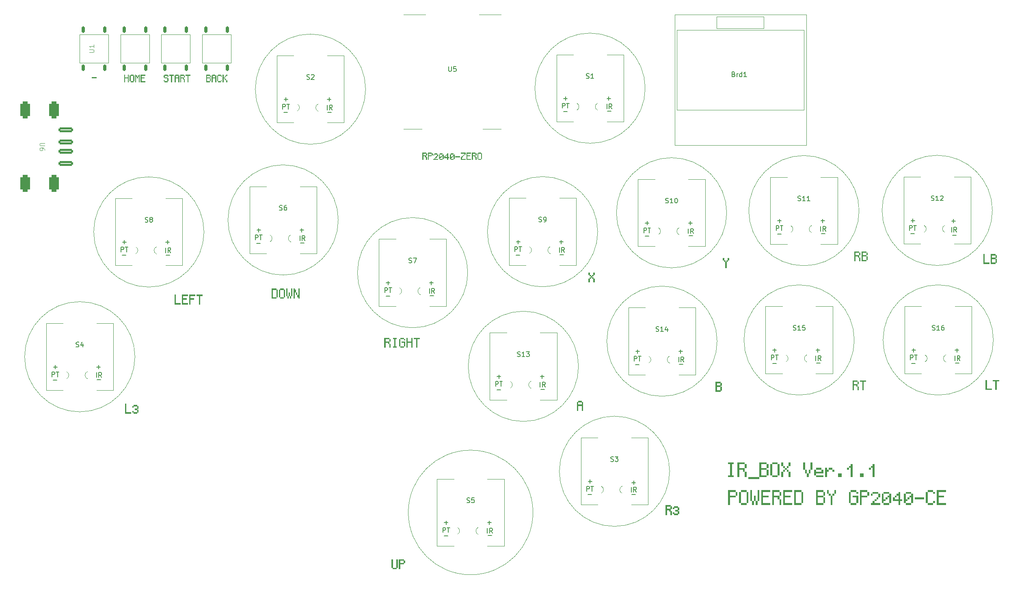
<source format=gto>
%TF.GenerationSoftware,KiCad,Pcbnew,8.0.6*%
%TF.CreationDate,2024-11-20T03:37:43+00:00*%
%TF.ProjectId,keychron_hitbox,6b657963-6872-46f6-9e5f-686974626f78,rev?*%
%TF.SameCoordinates,Original*%
%TF.FileFunction,Legend,Top*%
%TF.FilePolarity,Positive*%
%FSLAX46Y46*%
G04 Gerber Fmt 4.6, Leading zero omitted, Abs format (unit mm)*
G04 Created by KiCad (PCBNEW 8.0.6) date 2024-11-20 03:37:43*
%MOMM*%
%LPD*%
G01*
G04 APERTURE LIST*
G04 Aperture macros list*
%AMRoundRect*
0 Rectangle with rounded corners*
0 $1 Rounding radius*
0 $2 $3 $4 $5 $6 $7 $8 $9 X,Y pos of 4 corners*
0 Add a 4 corners polygon primitive as box body*
4,1,4,$2,$3,$4,$5,$6,$7,$8,$9,$2,$3,0*
0 Add four circle primitives for the rounded corners*
1,1,$1+$1,$2,$3*
1,1,$1+$1,$4,$5*
1,1,$1+$1,$6,$7*
1,1,$1+$1,$8,$9*
0 Add four rect primitives between the rounded corners*
20,1,$1+$1,$2,$3,$4,$5,0*
20,1,$1+$1,$4,$5,$6,$7,0*
20,1,$1+$1,$6,$7,$8,$9,0*
20,1,$1+$1,$8,$9,$2,$3,0*%
G04 Aperture macros list end*
%ADD10C,0.300000*%
%ADD11C,0.100000*%
%ADD12C,0.150000*%
%ADD13C,0.120000*%
%ADD14C,0.000000*%
%ADD15O,5.800000X1.500000*%
%ADD16C,3.500000*%
%ADD17R,0.700000X0.800000*%
%ADD18O,1.600000X2.000000*%
%ADD19C,1.600000*%
%ADD20C,1.500000*%
%ADD21RoundRect,0.208333X-1.291667X0.291667X-1.291667X-0.291667X1.291667X-0.291667X1.291667X0.291667X0*%
%ADD22RoundRect,0.500000X-0.500000X1.250000X-0.500000X-1.250000X0.500000X-1.250000X0.500000X1.250000X0*%
%ADD23RoundRect,0.175000X0.175000X-0.475000X0.175000X0.475000X-0.175000X0.475000X-0.175000X-0.475000X0*%
%ADD24R,1.700000X1.700000*%
%ADD25C,1.700000*%
%ADD26C,0.850000*%
G04 APERTURE END LIST*
D10*
G36*
X121500000Y-95366594D02*
G01*
X121500000Y-94327585D01*
X122028053Y-94327585D01*
X122554640Y-94327585D01*
X122554640Y-94470711D01*
X122554640Y-94614326D01*
X122156036Y-94614326D01*
X121786741Y-94614326D01*
X121786741Y-94854173D01*
X121786741Y-95095484D01*
X122156036Y-95095484D01*
X122523377Y-95095484D01*
X122523377Y-94854173D01*
X122523377Y-94583063D01*
X122666992Y-94583063D01*
X122810118Y-94583063D01*
X122810118Y-94854173D01*
X122810118Y-95126748D01*
X122666992Y-95126748D01*
X122554640Y-95126748D01*
X122554640Y-95366594D01*
X122554640Y-95637704D01*
X122411514Y-95637704D01*
X122267899Y-95637704D01*
X122267899Y-95494577D01*
X122267899Y-95382226D01*
X122028053Y-95382226D01*
X121786741Y-95382226D01*
X121786741Y-95877550D01*
X121786741Y-96404626D01*
X121643614Y-96404626D01*
X121500000Y-96404626D01*
X121500000Y-95366594D01*
G37*
G36*
X122523377Y-95606441D02*
G01*
X122666992Y-95606441D01*
X122810118Y-95606441D01*
X122810118Y-96005533D01*
X122810118Y-96404626D01*
X122666992Y-96404626D01*
X122523377Y-96404626D01*
X122523377Y-96005533D01*
X122523377Y-95606441D01*
G37*
G36*
X123281507Y-94470711D02*
G01*
X123281507Y-94327585D01*
X123680600Y-94327585D01*
X124080669Y-94327585D01*
X124080669Y-94470711D01*
X124080669Y-94614326D01*
X123937543Y-94614326D01*
X123825191Y-94614326D01*
X123825191Y-95366594D01*
X123825191Y-96117885D01*
X123937543Y-96117885D01*
X124080669Y-96117885D01*
X124080669Y-96261011D01*
X124080669Y-96404626D01*
X123680600Y-96404626D01*
X123281507Y-96404626D01*
X123281507Y-96261011D01*
X123281507Y-96117885D01*
X123425122Y-96117885D01*
X123536985Y-96117885D01*
X123536985Y-95366594D01*
X123536985Y-94614326D01*
X123425122Y-94614326D01*
X123281507Y-94614326D01*
X123281507Y-94470711D01*
G37*
G36*
X124807536Y-94470711D02*
G01*
X124807536Y-94327585D01*
X125208094Y-94327585D01*
X125606699Y-94327585D01*
X125606699Y-94470711D01*
X125606699Y-94614326D01*
X125208094Y-94614326D01*
X124807536Y-94614326D01*
X124807536Y-94470711D01*
G37*
G36*
X125606699Y-96117885D02*
G01*
X125606699Y-96261011D01*
X125606699Y-96404626D01*
X125208094Y-96404626D01*
X124807536Y-96404626D01*
X124807536Y-96261011D01*
X124807536Y-96149148D01*
X124695673Y-96149148D01*
X124552058Y-96149148D01*
X124552058Y-95366594D01*
X124552058Y-94583063D01*
X124695673Y-94583063D01*
X124838799Y-94583063D01*
X124838799Y-95366594D01*
X124838799Y-96117885D01*
X125208094Y-96117885D01*
X125606699Y-96117885D01*
G37*
G36*
X125575436Y-96149148D02*
G01*
X125575436Y-95750055D01*
X125575436Y-95382226D01*
X125335589Y-95382226D01*
X125063014Y-95382226D01*
X125063014Y-95239099D01*
X125063014Y-95095484D01*
X125463572Y-95095484D01*
X125862177Y-95095484D01*
X125862177Y-95622072D01*
X125862177Y-96149148D01*
X125719050Y-96149148D01*
X125575436Y-96149148D01*
G37*
G36*
X125575436Y-94583063D02*
G01*
X125719050Y-94583063D01*
X125862177Y-94583063D01*
X125862177Y-94726678D01*
X125862177Y-94869804D01*
X125719050Y-94869804D01*
X125575436Y-94869804D01*
X125575436Y-94726678D01*
X125575436Y-94583063D01*
G37*
G36*
X126078087Y-95366594D02*
G01*
X126078087Y-94327585D01*
X126221702Y-94327585D01*
X126364829Y-94327585D01*
X126364829Y-94726678D01*
X126364829Y-95095484D01*
X126734124Y-95095484D01*
X127101465Y-95095484D01*
X127101465Y-94726678D01*
X127101465Y-94327585D01*
X127245080Y-94327585D01*
X127388206Y-94327585D01*
X127388206Y-95366594D01*
X127388206Y-96404626D01*
X127245080Y-96404626D01*
X127101465Y-96404626D01*
X127101465Y-95877550D01*
X127101465Y-95382226D01*
X126734124Y-95382226D01*
X126364829Y-95382226D01*
X126364829Y-95877550D01*
X126364829Y-96404626D01*
X126221702Y-96404626D01*
X126078087Y-96404626D01*
X126078087Y-95366594D01*
G37*
G36*
X127604117Y-94470711D02*
G01*
X127604117Y-94327585D01*
X128258688Y-94327585D01*
X128914235Y-94327585D01*
X128914235Y-94470711D01*
X128914235Y-94614326D01*
X128643126Y-94614326D01*
X128403279Y-94614326D01*
X128403279Y-95494577D01*
X128403279Y-96404626D01*
X128260153Y-96404626D01*
X128115073Y-96404626D01*
X128115073Y-95494577D01*
X128115073Y-94614326D01*
X127875226Y-94614326D01*
X127604117Y-94614326D01*
X127604117Y-94470711D01*
G37*
G36*
X67420000Y-109136594D02*
G01*
X67420000Y-108097585D01*
X67563614Y-108097585D01*
X67706741Y-108097585D01*
X67706741Y-109009099D01*
X67706741Y-109887885D01*
X68203531Y-109887885D01*
X68730118Y-109887885D01*
X68730118Y-110031011D01*
X68730118Y-110174626D01*
X68074570Y-110174626D01*
X67420000Y-110174626D01*
X67420000Y-109136594D01*
G37*
G36*
X69201507Y-108496678D02*
G01*
X69201507Y-108353063D01*
X69602065Y-108353063D01*
X70000669Y-108353063D01*
X70000669Y-108496678D01*
X70000669Y-108639804D01*
X69602065Y-108639804D01*
X69201507Y-108639804D01*
X69201507Y-108496678D01*
G37*
G36*
X69232770Y-108608541D02*
G01*
X69232770Y-108752156D01*
X69232770Y-108895282D01*
X69089644Y-108895282D01*
X68946029Y-108895282D01*
X68946029Y-108752156D01*
X68946029Y-108608541D01*
X69089644Y-108608541D01*
X69232770Y-108608541D01*
G37*
G36*
X69201507Y-109887885D02*
G01*
X69602065Y-109887885D01*
X69969406Y-109887885D01*
X69969406Y-109647550D01*
X69969406Y-109407704D01*
X69729560Y-109407704D01*
X69456985Y-109407704D01*
X69456985Y-109264577D01*
X69456985Y-109120963D01*
X69729560Y-109120963D01*
X69969406Y-109120963D01*
X69969406Y-108881116D01*
X69969406Y-108608541D01*
X70113021Y-108608541D01*
X70256147Y-108608541D01*
X70256147Y-108881116D01*
X70256147Y-109152226D01*
X70113021Y-109152226D01*
X70000669Y-109152226D01*
X70000669Y-109264577D01*
X70000669Y-109376441D01*
X70113021Y-109376441D01*
X70256147Y-109376441D01*
X70256147Y-109647550D01*
X70256147Y-109919148D01*
X70113021Y-109919148D01*
X70000669Y-109919148D01*
X70000669Y-110031011D01*
X70000669Y-110174626D01*
X69602065Y-110174626D01*
X69201507Y-110174626D01*
X69201507Y-110031011D01*
X69201507Y-109887885D01*
G37*
G36*
X69232770Y-109919148D02*
G01*
X69089644Y-109919148D01*
X68946029Y-109919148D01*
X68946029Y-109775533D01*
X68946029Y-109631919D01*
X69089644Y-109631919D01*
X69232770Y-109631919D01*
X69232770Y-109775533D01*
X69232770Y-109919148D01*
G37*
G36*
X190580000Y-104576594D02*
G01*
X190580000Y-103537585D01*
X191108053Y-103537585D01*
X191634640Y-103537585D01*
X191634640Y-103680711D01*
X191634640Y-103824326D01*
X191236036Y-103824326D01*
X190866741Y-103824326D01*
X190866741Y-104064173D01*
X190866741Y-104305484D01*
X191236036Y-104305484D01*
X191603377Y-104305484D01*
X191603377Y-104064173D01*
X191603377Y-103793063D01*
X191746992Y-103793063D01*
X191890118Y-103793063D01*
X191890118Y-104064173D01*
X191890118Y-104336748D01*
X191746992Y-104336748D01*
X191634640Y-104336748D01*
X191634640Y-104449099D01*
X191634640Y-104592226D01*
X191236036Y-104592226D01*
X190866741Y-104592226D01*
X190866741Y-104960055D01*
X190866741Y-105327885D01*
X191236036Y-105327885D01*
X191603377Y-105327885D01*
X191603377Y-104960055D01*
X191603377Y-104560963D01*
X191746992Y-104560963D01*
X191890118Y-104560963D01*
X191890118Y-104960055D01*
X191890118Y-105359148D01*
X191746992Y-105359148D01*
X191634640Y-105359148D01*
X191634640Y-105471011D01*
X191634640Y-105614626D01*
X191108053Y-105614626D01*
X190580000Y-105614626D01*
X190580000Y-104576594D01*
G37*
G36*
X67250000Y-40212445D02*
G01*
X67250000Y-39433189D01*
X67357711Y-39433189D01*
X67465055Y-39433189D01*
X67465055Y-39732508D01*
X67465055Y-40009113D01*
X67742027Y-40009113D01*
X68017533Y-40009113D01*
X68017533Y-39732508D01*
X68017533Y-39433189D01*
X68125244Y-39433189D01*
X68232588Y-39433189D01*
X68232588Y-40212445D01*
X68232588Y-40990969D01*
X68125244Y-40990969D01*
X68017533Y-40990969D01*
X68017533Y-40595662D01*
X68017533Y-40224169D01*
X67742027Y-40224169D01*
X67465055Y-40224169D01*
X67465055Y-40595662D01*
X67465055Y-40990969D01*
X67357711Y-40990969D01*
X67250000Y-40990969D01*
X67250000Y-40212445D01*
G37*
G36*
X68586130Y-39540533D02*
G01*
X68586130Y-39433189D01*
X68886549Y-39433189D01*
X69185502Y-39433189D01*
X69185502Y-39540533D01*
X69185502Y-39648244D01*
X68886549Y-39648244D01*
X68609577Y-39648244D01*
X68609577Y-40212445D01*
X68609577Y-40775914D01*
X68886549Y-40775914D01*
X69162055Y-40775914D01*
X69162055Y-40212445D01*
X69162055Y-39624797D01*
X69269766Y-39624797D01*
X69377110Y-39624797D01*
X69377110Y-40212445D01*
X69377110Y-40799361D01*
X69269766Y-40799361D01*
X69185502Y-40799361D01*
X69185502Y-40883258D01*
X69185502Y-40990969D01*
X68886549Y-40990969D01*
X68586130Y-40990969D01*
X68586130Y-40883258D01*
X68586130Y-40799361D01*
X68502233Y-40799361D01*
X68394521Y-40799361D01*
X68394521Y-40212445D01*
X68394521Y-39624797D01*
X68502233Y-39624797D01*
X68586130Y-39624797D01*
X68586130Y-39540533D01*
G37*
G36*
X69539043Y-40212445D02*
G01*
X69539043Y-39433189D01*
X69646755Y-39433189D01*
X69754099Y-39433189D01*
X69754099Y-39540533D01*
X69754099Y-39624797D01*
X69838363Y-39624797D01*
X69945708Y-39624797D01*
X69945708Y-39732508D01*
X69945708Y-39839853D01*
X69838363Y-39839853D01*
X69754099Y-39839853D01*
X69754099Y-40404054D01*
X69754099Y-40990969D01*
X69646755Y-40990969D01*
X69539043Y-40990969D01*
X69539043Y-40212445D01*
G37*
G36*
X70138415Y-39816406D02*
G01*
X70138415Y-40020837D01*
X70138415Y-40224169D01*
X70031071Y-40224169D01*
X69922260Y-40224169D01*
X69922260Y-40020837D01*
X69922260Y-39816406D01*
X70031071Y-39816406D01*
X70138415Y-39816406D01*
G37*
G36*
X70114968Y-39839853D02*
G01*
X70114968Y-39732508D01*
X70114968Y-39624797D01*
X70222679Y-39624797D01*
X70306577Y-39624797D01*
X70306577Y-39540533D01*
X70306577Y-39433189D01*
X70414288Y-39433189D01*
X70521632Y-39433189D01*
X70521632Y-40212445D01*
X70521632Y-40990969D01*
X70414288Y-40990969D01*
X70306577Y-40990969D01*
X70306577Y-40404054D01*
X70306577Y-39839853D01*
X70222679Y-39839853D01*
X70114968Y-39839853D01*
G37*
G36*
X70683565Y-40212445D02*
G01*
X70683565Y-39433189D01*
X71174494Y-39433189D01*
X71666154Y-39433189D01*
X71666154Y-39540533D01*
X71666154Y-39648244D01*
X71271214Y-39648244D01*
X70898621Y-39648244D01*
X70898621Y-39828129D01*
X70898621Y-40009113D01*
X71175593Y-40009113D01*
X71474546Y-40009113D01*
X71474546Y-40116824D01*
X71474546Y-40224169D01*
X71175593Y-40224169D01*
X70898621Y-40224169D01*
X70898621Y-40500041D01*
X70898621Y-40775914D01*
X71271214Y-40775914D01*
X71666154Y-40775914D01*
X71666154Y-40883258D01*
X71666154Y-40990969D01*
X71174494Y-40990969D01*
X70683565Y-40990969D01*
X70683565Y-40212445D01*
G37*
G36*
X84340000Y-40212445D02*
G01*
X84340000Y-39433189D01*
X84736039Y-39433189D01*
X85130980Y-39433189D01*
X85130980Y-39540533D01*
X85130980Y-39648244D01*
X84832027Y-39648244D01*
X84555055Y-39648244D01*
X84555055Y-39828129D01*
X84555055Y-40009113D01*
X84832027Y-40009113D01*
X85107533Y-40009113D01*
X85107533Y-39828129D01*
X85107533Y-39624797D01*
X85215244Y-39624797D01*
X85322588Y-39624797D01*
X85322588Y-39828129D01*
X85322588Y-40032561D01*
X85215244Y-40032561D01*
X85130980Y-40032561D01*
X85130980Y-40116824D01*
X85130980Y-40224169D01*
X84832027Y-40224169D01*
X84555055Y-40224169D01*
X84555055Y-40500041D01*
X84555055Y-40775914D01*
X84832027Y-40775914D01*
X85107533Y-40775914D01*
X85107533Y-40500041D01*
X85107533Y-40200722D01*
X85215244Y-40200722D01*
X85322588Y-40200722D01*
X85322588Y-40500041D01*
X85322588Y-40799361D01*
X85215244Y-40799361D01*
X85130980Y-40799361D01*
X85130980Y-40883258D01*
X85130980Y-40990969D01*
X84736039Y-40990969D01*
X84340000Y-40990969D01*
X84340000Y-40212445D01*
G37*
G36*
X85676130Y-39540533D02*
G01*
X85676130Y-39433189D01*
X85976549Y-39433189D01*
X86275502Y-39433189D01*
X86275502Y-39540533D01*
X86275502Y-39648244D01*
X85976549Y-39648244D01*
X85699577Y-39648244D01*
X85699577Y-39828129D01*
X85699577Y-40009113D01*
X85976549Y-40009113D01*
X86252055Y-40009113D01*
X86252055Y-39828129D01*
X86252055Y-39624797D01*
X86359766Y-39624797D01*
X86467110Y-39624797D01*
X86467110Y-40308433D01*
X86467110Y-40990969D01*
X86359766Y-40990969D01*
X86252055Y-40990969D01*
X86252055Y-40595662D01*
X86252055Y-40224169D01*
X85976549Y-40224169D01*
X85699577Y-40224169D01*
X85699577Y-40595662D01*
X85699577Y-40990969D01*
X85592233Y-40990969D01*
X85484521Y-40990969D01*
X85484521Y-40308433D01*
X85484521Y-39624797D01*
X85592233Y-39624797D01*
X85676130Y-39624797D01*
X85676130Y-39540533D01*
G37*
G36*
X86820652Y-39540533D02*
G01*
X86820652Y-39433189D01*
X87121071Y-39433189D01*
X87420024Y-39433189D01*
X87420024Y-39540533D01*
X87420024Y-39648244D01*
X87121071Y-39648244D01*
X86820652Y-39648244D01*
X86820652Y-39540533D01*
G37*
G36*
X87420024Y-40775914D02*
G01*
X87420024Y-40883258D01*
X87420024Y-40990969D01*
X87121071Y-40990969D01*
X86820652Y-40990969D01*
X86820652Y-40883258D01*
X86820652Y-40799361D01*
X86736755Y-40799361D01*
X86629043Y-40799361D01*
X86629043Y-40212445D01*
X86629043Y-39624797D01*
X86736755Y-39624797D01*
X86844099Y-39624797D01*
X86844099Y-40212445D01*
X86844099Y-40775914D01*
X87121071Y-40775914D01*
X87420024Y-40775914D01*
G37*
G36*
X87396577Y-40799361D02*
G01*
X87396577Y-40691650D01*
X87396577Y-40583939D01*
X87504288Y-40583939D01*
X87611632Y-40583939D01*
X87611632Y-40691650D01*
X87611632Y-40799361D01*
X87504288Y-40799361D01*
X87396577Y-40799361D01*
G37*
G36*
X87396577Y-39624797D02*
G01*
X87504288Y-39624797D01*
X87611632Y-39624797D01*
X87611632Y-39732508D01*
X87611632Y-39839853D01*
X87504288Y-39839853D01*
X87396577Y-39839853D01*
X87396577Y-39732508D01*
X87396577Y-39624797D01*
G37*
G36*
X87773565Y-40212445D02*
G01*
X87773565Y-39433189D01*
X87881277Y-39433189D01*
X87988621Y-39433189D01*
X87988621Y-39732508D01*
X87988621Y-40009113D01*
X88072885Y-40009113D01*
X88180230Y-40009113D01*
X88180230Y-40116824D01*
X88180230Y-40224169D01*
X88072885Y-40224169D01*
X87988621Y-40224169D01*
X87988621Y-40595662D01*
X87988621Y-40990969D01*
X87881277Y-40990969D01*
X87773565Y-40990969D01*
X87773565Y-40212445D01*
G37*
G36*
X88564546Y-40607386D02*
G01*
X88457201Y-40607386D01*
X88349490Y-40607386D01*
X88349490Y-40500041D01*
X88349490Y-40415778D01*
X88265593Y-40415778D01*
X88156782Y-40415778D01*
X88156782Y-40308433D01*
X88156782Y-40200722D01*
X88265593Y-40200722D01*
X88372937Y-40200722D01*
X88372937Y-40308433D01*
X88372937Y-40392330D01*
X88457201Y-40392330D01*
X88564546Y-40392330D01*
X88564546Y-40500041D01*
X88564546Y-40607386D01*
G37*
G36*
X88541099Y-40583939D02*
G01*
X88648810Y-40583939D01*
X88756154Y-40583939D01*
X88756154Y-40787637D01*
X88756154Y-40990969D01*
X88648810Y-40990969D01*
X88541099Y-40990969D01*
X88541099Y-40787637D01*
X88541099Y-40583939D01*
G37*
G36*
X88564546Y-39624797D02*
G01*
X88564546Y-39732508D01*
X88564546Y-39839853D01*
X88457201Y-39839853D01*
X88372937Y-39839853D01*
X88372937Y-39924117D01*
X88372937Y-40032561D01*
X88265593Y-40032561D01*
X88156782Y-40032561D01*
X88156782Y-39924117D01*
X88156782Y-39816406D01*
X88265593Y-39816406D01*
X88349490Y-39816406D01*
X88349490Y-39732508D01*
X88349490Y-39624797D01*
X88457201Y-39624797D01*
X88564546Y-39624797D01*
G37*
G36*
X88541099Y-39648244D02*
G01*
X88541099Y-39540533D01*
X88541099Y-39433189D01*
X88648810Y-39433189D01*
X88756154Y-39433189D01*
X88756154Y-39540533D01*
X88756154Y-39648244D01*
X88648810Y-39648244D01*
X88541099Y-39648244D01*
G37*
G36*
X129450000Y-56462445D02*
G01*
X129450000Y-55683189D01*
X129846039Y-55683189D01*
X130240980Y-55683189D01*
X130240980Y-55790533D01*
X130240980Y-55898244D01*
X129942027Y-55898244D01*
X129665055Y-55898244D01*
X129665055Y-56078129D01*
X129665055Y-56259113D01*
X129942027Y-56259113D01*
X130217533Y-56259113D01*
X130217533Y-56078129D01*
X130217533Y-55874797D01*
X130325244Y-55874797D01*
X130432588Y-55874797D01*
X130432588Y-56078129D01*
X130432588Y-56282561D01*
X130325244Y-56282561D01*
X130240980Y-56282561D01*
X130240980Y-56462445D01*
X130240980Y-56665778D01*
X130133635Y-56665778D01*
X130025924Y-56665778D01*
X130025924Y-56558433D01*
X130025924Y-56474169D01*
X129846039Y-56474169D01*
X129665055Y-56474169D01*
X129665055Y-56845662D01*
X129665055Y-57240969D01*
X129557711Y-57240969D01*
X129450000Y-57240969D01*
X129450000Y-56462445D01*
G37*
G36*
X130217533Y-56642330D02*
G01*
X130325244Y-56642330D01*
X130432588Y-56642330D01*
X130432588Y-56941650D01*
X130432588Y-57240969D01*
X130325244Y-57240969D01*
X130217533Y-57240969D01*
X130217533Y-56941650D01*
X130217533Y-56642330D01*
G37*
G36*
X130594521Y-56462445D02*
G01*
X130594521Y-55683189D01*
X130990561Y-55683189D01*
X131385502Y-55683189D01*
X131385502Y-55790533D01*
X131385502Y-55898244D01*
X131086549Y-55898244D01*
X130809577Y-55898244D01*
X130809577Y-56078129D01*
X130809577Y-56259113D01*
X131086549Y-56259113D01*
X131362055Y-56259113D01*
X131362055Y-56078129D01*
X131362055Y-55874797D01*
X131469766Y-55874797D01*
X131577110Y-55874797D01*
X131577110Y-56078129D01*
X131577110Y-56282561D01*
X131469766Y-56282561D01*
X131385502Y-56282561D01*
X131385502Y-56366824D01*
X131385502Y-56474169D01*
X131086549Y-56474169D01*
X130809577Y-56474169D01*
X130809577Y-56845662D01*
X130809577Y-57240969D01*
X130702233Y-57240969D01*
X130594521Y-57240969D01*
X130594521Y-56462445D01*
G37*
G36*
X131930652Y-55982508D02*
G01*
X131930652Y-55874797D01*
X132231071Y-55874797D01*
X132530024Y-55874797D01*
X132530024Y-55982508D01*
X132530024Y-56089853D01*
X132231071Y-56089853D01*
X131930652Y-56089853D01*
X131930652Y-55982508D01*
G37*
G36*
X131954099Y-56066406D02*
G01*
X131954099Y-56174117D01*
X131954099Y-56281461D01*
X131846755Y-56281461D01*
X131739043Y-56281461D01*
X131739043Y-56174117D01*
X131739043Y-56066406D01*
X131846755Y-56066406D01*
X131954099Y-56066406D01*
G37*
G36*
X132122260Y-56857386D02*
G01*
X132122260Y-56750041D01*
X132122260Y-56642330D01*
X132231071Y-56642330D01*
X132314968Y-56642330D01*
X132314968Y-56558433D01*
X132314968Y-56450722D01*
X132422679Y-56450722D01*
X132506577Y-56450722D01*
X132506577Y-56270837D01*
X132506577Y-56066406D01*
X132614288Y-56066406D01*
X132721632Y-56066406D01*
X132721632Y-56270837D01*
X132721632Y-56474169D01*
X132614288Y-56474169D01*
X132530024Y-56474169D01*
X132530024Y-56558433D01*
X132530024Y-56665778D01*
X132422679Y-56665778D01*
X132338415Y-56665778D01*
X132338415Y-56750041D01*
X132338415Y-56857386D01*
X132231071Y-56857386D01*
X132122260Y-56857386D01*
G37*
G36*
X132145708Y-56833939D02*
G01*
X132145708Y-56941650D01*
X132145708Y-57025914D01*
X132422679Y-57025914D01*
X132721632Y-57025914D01*
X132721632Y-57133258D01*
X132721632Y-57240969D01*
X132229972Y-57240969D01*
X131739043Y-57240969D01*
X131739043Y-57133258D01*
X131739043Y-57025914D01*
X131846755Y-57025914D01*
X131930652Y-57025914D01*
X131930652Y-56941650D01*
X131930652Y-56833939D01*
X132038363Y-56833939D01*
X132145708Y-56833939D01*
G37*
G36*
X133075174Y-55982508D02*
G01*
X133075174Y-55874797D01*
X133375593Y-55874797D01*
X133674546Y-55874797D01*
X133674546Y-55982508D01*
X133674546Y-56089853D01*
X133375593Y-56089853D01*
X133098621Y-56089853D01*
X133098621Y-56366824D01*
X133098621Y-56642330D01*
X133182885Y-56642330D01*
X133290230Y-56642330D01*
X133290230Y-56750041D01*
X133290230Y-56857386D01*
X133182885Y-56857386D01*
X133098621Y-56857386D01*
X133098621Y-56941650D01*
X133098621Y-57025914D01*
X133375593Y-57025914D01*
X133651099Y-57025914D01*
X133651099Y-56750041D01*
X133651099Y-56474169D01*
X133567201Y-56474169D01*
X133459490Y-56474169D01*
X133459490Y-56366824D01*
X133459490Y-56258014D01*
X133567201Y-56258014D01*
X133651099Y-56258014D01*
X133651099Y-56174117D01*
X133651099Y-56066406D01*
X133758810Y-56066406D01*
X133866154Y-56066406D01*
X133866154Y-56558433D01*
X133866154Y-57049361D01*
X133758810Y-57049361D01*
X133674546Y-57049361D01*
X133674546Y-57133258D01*
X133674546Y-57240969D01*
X133375593Y-57240969D01*
X133075174Y-57240969D01*
X133075174Y-57133258D01*
X133075174Y-57049361D01*
X132991277Y-57049361D01*
X132883565Y-57049361D01*
X132883565Y-56558433D01*
X132883565Y-56066406D01*
X132991277Y-56066406D01*
X133075174Y-56066406D01*
X133075174Y-55982508D01*
G37*
G36*
X133266782Y-56558433D02*
G01*
X133266782Y-56450722D01*
X133375593Y-56450722D01*
X133482937Y-56450722D01*
X133482937Y-56558433D01*
X133482937Y-56665778D01*
X133375593Y-56665778D01*
X133266782Y-56665778D01*
X133266782Y-56558433D01*
G37*
G36*
X134819068Y-56270837D02*
G01*
X134819068Y-56642330D01*
X134903332Y-56642330D01*
X135010676Y-56642330D01*
X135010676Y-56750041D01*
X135010676Y-56857386D01*
X134903332Y-56857386D01*
X134819068Y-56857386D01*
X134819068Y-57037637D01*
X134819068Y-57240969D01*
X134711723Y-57240969D01*
X134604012Y-57240969D01*
X134604012Y-57037637D01*
X134604012Y-56857386D01*
X134327407Y-56857386D01*
X134028087Y-56857386D01*
X134028087Y-56654054D01*
X134028087Y-56474169D01*
X134243143Y-56474169D01*
X134243143Y-56558433D01*
X134243143Y-56642330D01*
X134424127Y-56642330D01*
X134604012Y-56642330D01*
X134604012Y-56462445D01*
X134604012Y-56281461D01*
X134520115Y-56281461D01*
X134434752Y-56281461D01*
X134434752Y-56366824D01*
X134434752Y-56474169D01*
X134327407Y-56474169D01*
X134243143Y-56474169D01*
X134028087Y-56474169D01*
X134028087Y-56450722D01*
X134135799Y-56450722D01*
X134219696Y-56450722D01*
X134219696Y-56366824D01*
X134219696Y-56258014D01*
X134327407Y-56258014D01*
X134411304Y-56258014D01*
X134411304Y-56174117D01*
X134411304Y-56066406D01*
X134520115Y-56066406D01*
X134604012Y-56066406D01*
X134604012Y-55982508D01*
X134604012Y-55874797D01*
X134711723Y-55874797D01*
X134819068Y-55874797D01*
X134819068Y-56270837D01*
G37*
G36*
X135364218Y-55982508D02*
G01*
X135364218Y-55874797D01*
X135664637Y-55874797D01*
X135963590Y-55874797D01*
X135963590Y-55982508D01*
X135963590Y-56089853D01*
X135664637Y-56089853D01*
X135387665Y-56089853D01*
X135387665Y-56366824D01*
X135387665Y-56642330D01*
X135471929Y-56642330D01*
X135579274Y-56642330D01*
X135579274Y-56750041D01*
X135579274Y-56857386D01*
X135471929Y-56857386D01*
X135387665Y-56857386D01*
X135387665Y-56941650D01*
X135387665Y-57025914D01*
X135664637Y-57025914D01*
X135940143Y-57025914D01*
X135940143Y-56750041D01*
X135940143Y-56474169D01*
X135856245Y-56474169D01*
X135748534Y-56474169D01*
X135748534Y-56366824D01*
X135748534Y-56258014D01*
X135856245Y-56258014D01*
X135940143Y-56258014D01*
X135940143Y-56174117D01*
X135940143Y-56066406D01*
X136047854Y-56066406D01*
X136155198Y-56066406D01*
X136155198Y-56558433D01*
X136155198Y-57049361D01*
X136047854Y-57049361D01*
X135963590Y-57049361D01*
X135963590Y-57133258D01*
X135963590Y-57240969D01*
X135664637Y-57240969D01*
X135364218Y-57240969D01*
X135364218Y-57133258D01*
X135364218Y-57049361D01*
X135280321Y-57049361D01*
X135172609Y-57049361D01*
X135172609Y-56558433D01*
X135172609Y-56066406D01*
X135280321Y-56066406D01*
X135364218Y-56066406D01*
X135364218Y-55982508D01*
G37*
G36*
X135555826Y-56558433D02*
G01*
X135555826Y-56450722D01*
X135664637Y-56450722D01*
X135771981Y-56450722D01*
X135771981Y-56558433D01*
X135771981Y-56665778D01*
X135664637Y-56665778D01*
X135555826Y-56665778D01*
X135555826Y-56558433D01*
G37*
G36*
X136317131Y-56559532D02*
G01*
X136317131Y-56451821D01*
X136808060Y-56451821D01*
X137299720Y-56451821D01*
X137299720Y-56559532D01*
X137299720Y-56666877D01*
X136808060Y-56666877D01*
X136317131Y-56666877D01*
X136317131Y-56559532D01*
G37*
G36*
X137461653Y-55790533D02*
G01*
X137461653Y-55683189D01*
X137952581Y-55683189D01*
X138444242Y-55683189D01*
X138444242Y-55886521D01*
X138444242Y-56089853D01*
X138336898Y-56089853D01*
X138229187Y-56089853D01*
X138229187Y-55982508D01*
X138229187Y-55898244D01*
X137857693Y-55898244D01*
X137461653Y-55898244D01*
X137461653Y-55790533D01*
G37*
G36*
X137653262Y-56665778D02*
G01*
X137653262Y-56558433D01*
X137653262Y-56450722D01*
X137760973Y-56450722D01*
X137844870Y-56450722D01*
X137844870Y-56366824D01*
X137844870Y-56259113D01*
X137953681Y-56259113D01*
X138037578Y-56259113D01*
X138037578Y-56174117D01*
X138037578Y-56066406D01*
X138145289Y-56066406D01*
X138252634Y-56066406D01*
X138252634Y-56174117D01*
X138252634Y-56282561D01*
X138145289Y-56282561D01*
X138061025Y-56282561D01*
X138061025Y-56366824D01*
X138061025Y-56474169D01*
X137953681Y-56474169D01*
X137868318Y-56474169D01*
X137868318Y-56558433D01*
X137868318Y-56665778D01*
X137760973Y-56665778D01*
X137653262Y-56665778D01*
G37*
G36*
X137676709Y-56642330D02*
G01*
X137676709Y-56845662D01*
X137676709Y-57025914D01*
X138049302Y-57025914D01*
X138444242Y-57025914D01*
X138444242Y-57133258D01*
X138444242Y-57240969D01*
X137952581Y-57240969D01*
X137461653Y-57240969D01*
X137461653Y-56941650D01*
X137461653Y-56642330D01*
X137569364Y-56642330D01*
X137676709Y-56642330D01*
G37*
G36*
X138606175Y-56462445D02*
G01*
X138606175Y-55683189D01*
X139097103Y-55683189D01*
X139588764Y-55683189D01*
X139588764Y-55790533D01*
X139588764Y-55898244D01*
X139193824Y-55898244D01*
X138821231Y-55898244D01*
X138821231Y-56078129D01*
X138821231Y-56259113D01*
X139098203Y-56259113D01*
X139397156Y-56259113D01*
X139397156Y-56366824D01*
X139397156Y-56474169D01*
X139098203Y-56474169D01*
X138821231Y-56474169D01*
X138821231Y-56750041D01*
X138821231Y-57025914D01*
X139193824Y-57025914D01*
X139588764Y-57025914D01*
X139588764Y-57133258D01*
X139588764Y-57240969D01*
X139097103Y-57240969D01*
X138606175Y-57240969D01*
X138606175Y-56462445D01*
G37*
G36*
X139750697Y-56462445D02*
G01*
X139750697Y-55683189D01*
X140146737Y-55683189D01*
X140541678Y-55683189D01*
X140541678Y-55790533D01*
X140541678Y-55898244D01*
X140242725Y-55898244D01*
X139965753Y-55898244D01*
X139965753Y-56078129D01*
X139965753Y-56259113D01*
X140242725Y-56259113D01*
X140518230Y-56259113D01*
X140518230Y-56078129D01*
X140518230Y-55874797D01*
X140625942Y-55874797D01*
X140733286Y-55874797D01*
X140733286Y-56078129D01*
X140733286Y-56282561D01*
X140625942Y-56282561D01*
X140541678Y-56282561D01*
X140541678Y-56462445D01*
X140541678Y-56665778D01*
X140434333Y-56665778D01*
X140326622Y-56665778D01*
X140326622Y-56558433D01*
X140326622Y-56474169D01*
X140146737Y-56474169D01*
X139965753Y-56474169D01*
X139965753Y-56845662D01*
X139965753Y-57240969D01*
X139858408Y-57240969D01*
X139750697Y-57240969D01*
X139750697Y-56462445D01*
G37*
G36*
X140518230Y-56642330D02*
G01*
X140625942Y-56642330D01*
X140733286Y-56642330D01*
X140733286Y-56941650D01*
X140733286Y-57240969D01*
X140625942Y-57240969D01*
X140518230Y-57240969D01*
X140518230Y-56941650D01*
X140518230Y-56642330D01*
G37*
G36*
X141086828Y-55790533D02*
G01*
X141086828Y-55683189D01*
X141387247Y-55683189D01*
X141686200Y-55683189D01*
X141686200Y-55790533D01*
X141686200Y-55898244D01*
X141387247Y-55898244D01*
X141110275Y-55898244D01*
X141110275Y-56462445D01*
X141110275Y-57025914D01*
X141387247Y-57025914D01*
X141662752Y-57025914D01*
X141662752Y-56462445D01*
X141662752Y-55874797D01*
X141770464Y-55874797D01*
X141877808Y-55874797D01*
X141877808Y-56462445D01*
X141877808Y-57049361D01*
X141770464Y-57049361D01*
X141686200Y-57049361D01*
X141686200Y-57133258D01*
X141686200Y-57240969D01*
X141387247Y-57240969D01*
X141086828Y-57240969D01*
X141086828Y-57133258D01*
X141086828Y-57049361D01*
X141002930Y-57049361D01*
X140895219Y-57049361D01*
X140895219Y-56462445D01*
X140895219Y-55874797D01*
X141002930Y-55874797D01*
X141086828Y-55874797D01*
X141086828Y-55790533D01*
G37*
G36*
X246880000Y-104176594D02*
G01*
X246880000Y-103137585D01*
X247023614Y-103137585D01*
X247166741Y-103137585D01*
X247166741Y-104049099D01*
X247166741Y-104927885D01*
X247663531Y-104927885D01*
X248190118Y-104927885D01*
X248190118Y-105071011D01*
X248190118Y-105214626D01*
X247534570Y-105214626D01*
X246880000Y-105214626D01*
X246880000Y-104176594D01*
G37*
G36*
X248406029Y-103280711D02*
G01*
X248406029Y-103137585D01*
X249060600Y-103137585D01*
X249716147Y-103137585D01*
X249716147Y-103280711D01*
X249716147Y-103424326D01*
X249445038Y-103424326D01*
X249205191Y-103424326D01*
X249205191Y-104304577D01*
X249205191Y-105214626D01*
X249062065Y-105214626D01*
X248916985Y-105214626D01*
X248916985Y-104304577D01*
X248916985Y-103424326D01*
X248677138Y-103424326D01*
X248406029Y-103424326D01*
X248406029Y-103280711D01*
G37*
G36*
X180150000Y-130316594D02*
G01*
X180150000Y-129277585D01*
X180678053Y-129277585D01*
X181204640Y-129277585D01*
X181204640Y-129420711D01*
X181204640Y-129564326D01*
X180806036Y-129564326D01*
X180436741Y-129564326D01*
X180436741Y-129804173D01*
X180436741Y-130045484D01*
X180806036Y-130045484D01*
X181173377Y-130045484D01*
X181173377Y-129804173D01*
X181173377Y-129533063D01*
X181316992Y-129533063D01*
X181460118Y-129533063D01*
X181460118Y-129804173D01*
X181460118Y-130076748D01*
X181316992Y-130076748D01*
X181204640Y-130076748D01*
X181204640Y-130316594D01*
X181204640Y-130587704D01*
X181061514Y-130587704D01*
X180917899Y-130587704D01*
X180917899Y-130444577D01*
X180917899Y-130332226D01*
X180678053Y-130332226D01*
X180436741Y-130332226D01*
X180436741Y-130827550D01*
X180436741Y-131354626D01*
X180293614Y-131354626D01*
X180150000Y-131354626D01*
X180150000Y-130316594D01*
G37*
G36*
X181173377Y-130556441D02*
G01*
X181316992Y-130556441D01*
X181460118Y-130556441D01*
X181460118Y-130955533D01*
X181460118Y-131354626D01*
X181316992Y-131354626D01*
X181173377Y-131354626D01*
X181173377Y-130955533D01*
X181173377Y-130556441D01*
G37*
G36*
X181931507Y-129676678D02*
G01*
X181931507Y-129533063D01*
X182332065Y-129533063D01*
X182730669Y-129533063D01*
X182730669Y-129676678D01*
X182730669Y-129819804D01*
X182332065Y-129819804D01*
X181931507Y-129819804D01*
X181931507Y-129676678D01*
G37*
G36*
X181962770Y-129788541D02*
G01*
X181962770Y-129932156D01*
X181962770Y-130075282D01*
X181819644Y-130075282D01*
X181676029Y-130075282D01*
X181676029Y-129932156D01*
X181676029Y-129788541D01*
X181819644Y-129788541D01*
X181962770Y-129788541D01*
G37*
G36*
X181931507Y-131067885D02*
G01*
X182332065Y-131067885D01*
X182699406Y-131067885D01*
X182699406Y-130827550D01*
X182699406Y-130587704D01*
X182459560Y-130587704D01*
X182186985Y-130587704D01*
X182186985Y-130444577D01*
X182186985Y-130300963D01*
X182459560Y-130300963D01*
X182699406Y-130300963D01*
X182699406Y-130061116D01*
X182699406Y-129788541D01*
X182843021Y-129788541D01*
X182986147Y-129788541D01*
X182986147Y-130061116D01*
X182986147Y-130332226D01*
X182843021Y-130332226D01*
X182730669Y-130332226D01*
X182730669Y-130444577D01*
X182730669Y-130556441D01*
X182843021Y-130556441D01*
X182986147Y-130556441D01*
X182986147Y-130827550D01*
X182986147Y-131099148D01*
X182843021Y-131099148D01*
X182730669Y-131099148D01*
X182730669Y-131211011D01*
X182730669Y-131354626D01*
X182332065Y-131354626D01*
X181931507Y-131354626D01*
X181931507Y-131211011D01*
X181931507Y-131067885D01*
G37*
G36*
X181962770Y-131099148D02*
G01*
X181819644Y-131099148D01*
X181676029Y-131099148D01*
X181676029Y-130955533D01*
X181676029Y-130811919D01*
X181819644Y-130811919D01*
X181962770Y-130811919D01*
X181962770Y-130955533D01*
X181962770Y-131099148D01*
G37*
G36*
X219160000Y-104286594D02*
G01*
X219160000Y-103247585D01*
X219688053Y-103247585D01*
X220214640Y-103247585D01*
X220214640Y-103390711D01*
X220214640Y-103534326D01*
X219816036Y-103534326D01*
X219446741Y-103534326D01*
X219446741Y-103774173D01*
X219446741Y-104015484D01*
X219816036Y-104015484D01*
X220183377Y-104015484D01*
X220183377Y-103774173D01*
X220183377Y-103503063D01*
X220326992Y-103503063D01*
X220470118Y-103503063D01*
X220470118Y-103774173D01*
X220470118Y-104046748D01*
X220326992Y-104046748D01*
X220214640Y-104046748D01*
X220214640Y-104286594D01*
X220214640Y-104557704D01*
X220071514Y-104557704D01*
X219927899Y-104557704D01*
X219927899Y-104414577D01*
X219927899Y-104302226D01*
X219688053Y-104302226D01*
X219446741Y-104302226D01*
X219446741Y-104797550D01*
X219446741Y-105324626D01*
X219303614Y-105324626D01*
X219160000Y-105324626D01*
X219160000Y-104286594D01*
G37*
G36*
X220183377Y-104526441D02*
G01*
X220326992Y-104526441D01*
X220470118Y-104526441D01*
X220470118Y-104925533D01*
X220470118Y-105324626D01*
X220326992Y-105324626D01*
X220183377Y-105324626D01*
X220183377Y-104925533D01*
X220183377Y-104526441D01*
G37*
G36*
X220686029Y-103390711D02*
G01*
X220686029Y-103247585D01*
X221340600Y-103247585D01*
X221996147Y-103247585D01*
X221996147Y-103390711D01*
X221996147Y-103534326D01*
X221725038Y-103534326D01*
X221485191Y-103534326D01*
X221485191Y-104414577D01*
X221485191Y-105324626D01*
X221342065Y-105324626D01*
X221196985Y-105324626D01*
X221196985Y-104414577D01*
X221196985Y-103534326D01*
X220957138Y-103534326D01*
X220686029Y-103534326D01*
X220686029Y-103390711D01*
G37*
D11*
G36*
X193213217Y-120544515D02*
G01*
X193213217Y-120353272D01*
X193788408Y-120353272D01*
X194365066Y-120353272D01*
X194365066Y-120544515D01*
X194365066Y-120736489D01*
X194173824Y-120736489D01*
X193981849Y-120736489D01*
X193981849Y-121888339D01*
X193981849Y-123038722D01*
X194173824Y-123038722D01*
X194365066Y-123038722D01*
X194365066Y-123229965D01*
X194365066Y-123421939D01*
X193788408Y-123421939D01*
X193213217Y-123421939D01*
X193213217Y-123229965D01*
X193213217Y-123038722D01*
X193405191Y-123038722D01*
X193596434Y-123038722D01*
X193596434Y-121888339D01*
X193596434Y-120736489D01*
X193405191Y-120736489D01*
X193213217Y-120736489D01*
X193213217Y-120544515D01*
G37*
G36*
X195119043Y-121888339D02*
G01*
X195119043Y-120353272D01*
X195887676Y-120353272D01*
X196654110Y-120353272D01*
X196654110Y-120544515D01*
X196654110Y-120736489D01*
X196079651Y-120736489D01*
X195502260Y-120736489D01*
X195502260Y-121119706D01*
X195502260Y-121505122D01*
X196079651Y-121505122D01*
X196654110Y-121505122D01*
X196654110Y-121119706D01*
X196654110Y-120736489D01*
X196846085Y-120736489D01*
X197037327Y-120736489D01*
X197037327Y-121119706D01*
X197037327Y-121505122D01*
X196846085Y-121505122D01*
X196654110Y-121505122D01*
X196654110Y-121888339D01*
X196654110Y-122271556D01*
X196462868Y-122271556D01*
X196270893Y-122271556D01*
X196270893Y-122080314D01*
X196270893Y-121888339D01*
X195887676Y-121888339D01*
X195502260Y-121888339D01*
X195502260Y-122654773D01*
X195502260Y-123421939D01*
X195311018Y-123421939D01*
X195119043Y-123421939D01*
X195119043Y-121888339D01*
G37*
G36*
X196654110Y-122271556D02*
G01*
X196846085Y-122271556D01*
X197037327Y-122271556D01*
X197037327Y-122846748D01*
X197037327Y-123421939D01*
X196846085Y-123421939D01*
X196654110Y-123421939D01*
X196654110Y-122846748D01*
X196654110Y-122271556D01*
G37*
G36*
X197408087Y-123617578D02*
G01*
X197408087Y-123425603D01*
X198559937Y-123425603D01*
X199710321Y-123425603D01*
X199710321Y-123617578D01*
X199710321Y-123809553D01*
X198559937Y-123809553D01*
X197408087Y-123809553D01*
X197408087Y-123617578D01*
G37*
G36*
X199697131Y-121888339D02*
G01*
X199697131Y-120353272D01*
X200465764Y-120353272D01*
X201232198Y-120353272D01*
X201232198Y-120544515D01*
X201232198Y-120736489D01*
X200657739Y-120736489D01*
X200080348Y-120736489D01*
X200080348Y-121119706D01*
X200080348Y-121505122D01*
X200657739Y-121505122D01*
X201232198Y-121505122D01*
X201232198Y-121119706D01*
X201232198Y-120736489D01*
X201424173Y-120736489D01*
X201615415Y-120736489D01*
X201615415Y-121119706D01*
X201615415Y-121505122D01*
X201424173Y-121505122D01*
X201232198Y-121505122D01*
X201232198Y-121697096D01*
X201232198Y-121888339D01*
X200657739Y-121888339D01*
X200080348Y-121888339D01*
X200080348Y-122463531D01*
X200080348Y-123038722D01*
X200657739Y-123038722D01*
X201232198Y-123038722D01*
X201232198Y-122463531D01*
X201232198Y-121888339D01*
X201424173Y-121888339D01*
X201615415Y-121888339D01*
X201615415Y-122463531D01*
X201615415Y-123038722D01*
X201424173Y-123038722D01*
X201232198Y-123038722D01*
X201232198Y-123229965D01*
X201232198Y-123421939D01*
X200465764Y-123421939D01*
X199697131Y-123421939D01*
X199697131Y-121888339D01*
G37*
G36*
X202369392Y-120544515D02*
G01*
X202369392Y-120353272D01*
X202946782Y-120353272D01*
X203521242Y-120353272D01*
X203521242Y-120544515D01*
X203521242Y-120736489D01*
X202946782Y-120736489D01*
X202369392Y-120736489D01*
X202369392Y-121888339D01*
X202369392Y-123038722D01*
X202946782Y-123038722D01*
X203521242Y-123038722D01*
X203521242Y-121888339D01*
X203521242Y-120736489D01*
X203713217Y-120736489D01*
X203904459Y-120736489D01*
X203904459Y-121888339D01*
X203904459Y-123038722D01*
X203713217Y-123038722D01*
X203521242Y-123038722D01*
X203521242Y-123229965D01*
X203521242Y-123421939D01*
X202946782Y-123421939D01*
X202369392Y-123421939D01*
X202369392Y-123229965D01*
X202369392Y-123038722D01*
X202178150Y-123038722D01*
X201986175Y-123038722D01*
X201986175Y-121888339D01*
X201986175Y-120736489D01*
X202178150Y-120736489D01*
X202369392Y-120736489D01*
X202369392Y-120544515D01*
G37*
G36*
X204275219Y-120736489D02*
G01*
X204275219Y-120353272D01*
X204467194Y-120353272D01*
X204658436Y-120353272D01*
X204658436Y-120736489D01*
X204658436Y-121119706D01*
X204467194Y-121119706D01*
X204275219Y-121119706D01*
X204275219Y-120736489D01*
G37*
G36*
X204658436Y-122271556D02*
G01*
X204658436Y-122080314D01*
X204658436Y-121888339D01*
X204850411Y-121888339D01*
X205041653Y-121888339D01*
X205041653Y-121697096D01*
X205041653Y-121505122D01*
X204850411Y-121505122D01*
X204658436Y-121505122D01*
X204658436Y-121311681D01*
X204658436Y-121119706D01*
X204850411Y-121119706D01*
X205041653Y-121119706D01*
X205041653Y-121311681D01*
X205041653Y-121505122D01*
X205235826Y-121505122D01*
X205427069Y-121505122D01*
X205427069Y-121697096D01*
X205427069Y-121888339D01*
X205235826Y-121888339D01*
X205041653Y-121888339D01*
X205041653Y-122080314D01*
X205041653Y-122271556D01*
X204850411Y-122271556D01*
X204658436Y-122271556D01*
G37*
G36*
X204658436Y-122271556D02*
G01*
X204658436Y-122846748D01*
X204658436Y-123421939D01*
X204467194Y-123421939D01*
X204275219Y-123421939D01*
X204275219Y-122846748D01*
X204275219Y-122271556D01*
X204467194Y-122271556D01*
X204658436Y-122271556D01*
G37*
G36*
X205810286Y-122271556D02*
G01*
X205619043Y-122271556D01*
X205427069Y-122271556D01*
X205427069Y-122080314D01*
X205427069Y-121888339D01*
X205619043Y-121888339D01*
X205810286Y-121888339D01*
X205810286Y-122080314D01*
X205810286Y-122271556D01*
G37*
G36*
X205810286Y-122271556D02*
G01*
X206002260Y-122271556D01*
X206193503Y-122271556D01*
X206193503Y-122846748D01*
X206193503Y-123421939D01*
X206002260Y-123421939D01*
X205810286Y-123421939D01*
X205810286Y-122846748D01*
X205810286Y-122271556D01*
G37*
G36*
X205810286Y-121119706D02*
G01*
X205810286Y-121311681D01*
X205810286Y-121505122D01*
X205619043Y-121505122D01*
X205427069Y-121505122D01*
X205427069Y-121311681D01*
X205427069Y-121119706D01*
X205619043Y-121119706D01*
X205810286Y-121119706D01*
G37*
G36*
X205810286Y-121119706D02*
G01*
X205810286Y-120736489D01*
X205810286Y-120353272D01*
X206002260Y-120353272D01*
X206193503Y-120353272D01*
X206193503Y-120736489D01*
X206193503Y-121119706D01*
X206002260Y-121119706D01*
X205810286Y-121119706D01*
G37*
G36*
X208853307Y-121119706D02*
G01*
X208853307Y-120353272D01*
X209045282Y-120353272D01*
X209236524Y-120353272D01*
X209236524Y-121119706D01*
X209236524Y-121888339D01*
X209045282Y-121888339D01*
X208853307Y-121888339D01*
X208853307Y-121119706D01*
G37*
G36*
X210388374Y-121888339D02*
G01*
X210388374Y-122271556D01*
X210388374Y-122654773D01*
X210197131Y-122654773D01*
X210005157Y-122654773D01*
X210005157Y-123038722D01*
X210005157Y-123421939D01*
X209813914Y-123421939D01*
X209619741Y-123421939D01*
X209619741Y-123038722D01*
X209619741Y-122654773D01*
X209428499Y-122654773D01*
X209236524Y-122654773D01*
X209236524Y-122271556D01*
X209236524Y-121888339D01*
X209428499Y-121888339D01*
X209619741Y-121888339D01*
X209619741Y-122271556D01*
X209619741Y-122654773D01*
X209813914Y-122654773D01*
X210005157Y-122654773D01*
X210005157Y-122271556D01*
X210005157Y-121888339D01*
X210197131Y-121888339D01*
X210388374Y-121888339D01*
G37*
G36*
X210388374Y-121888339D02*
G01*
X210388374Y-121119706D01*
X210388374Y-120353272D01*
X210580348Y-120353272D01*
X210771591Y-120353272D01*
X210771591Y-121119706D01*
X210771591Y-121888339D01*
X210580348Y-121888339D01*
X210388374Y-121888339D01*
G37*
G36*
X211525568Y-121694898D02*
G01*
X211525568Y-121502923D01*
X212102958Y-121502923D01*
X212677418Y-121502923D01*
X212677418Y-121694898D01*
X212677418Y-121888339D01*
X212102958Y-121888339D01*
X211525568Y-121888339D01*
X211525568Y-122080314D01*
X211525568Y-122271556D01*
X212102958Y-122271556D01*
X212677418Y-122271556D01*
X212677418Y-122080314D01*
X212677418Y-121888339D01*
X212869392Y-121888339D01*
X213060635Y-121888339D01*
X213060635Y-122271556D01*
X213060635Y-122654773D01*
X212294200Y-122654773D01*
X211525568Y-122654773D01*
X211525568Y-122846748D01*
X211525568Y-123038722D01*
X211334326Y-123038722D01*
X211142351Y-123038722D01*
X211142351Y-122463531D01*
X211142351Y-121888339D01*
X211334326Y-121888339D01*
X211525568Y-121888339D01*
X211525568Y-121694898D01*
G37*
G36*
X211525568Y-123038722D02*
G01*
X212294200Y-123038722D01*
X213060635Y-123038722D01*
X213060635Y-123229965D01*
X213060635Y-123421939D01*
X212294200Y-123421939D01*
X211525568Y-123421939D01*
X211525568Y-123229965D01*
X211525568Y-123038722D01*
G37*
G36*
X213431395Y-122463531D02*
G01*
X213431395Y-121502923D01*
X213623370Y-121502923D01*
X213814612Y-121502923D01*
X213814612Y-121694898D01*
X213814612Y-121888339D01*
X214006587Y-121888339D01*
X214197829Y-121888339D01*
X214197829Y-122080314D01*
X214197829Y-122271556D01*
X214006587Y-122271556D01*
X213814612Y-122271556D01*
X213814612Y-122846748D01*
X213814612Y-123421939D01*
X213623370Y-123421939D01*
X213431395Y-123421939D01*
X213431395Y-122463531D01*
G37*
G36*
X214966461Y-121888339D02*
G01*
X214583244Y-121888339D01*
X214197829Y-121888339D01*
X214197829Y-121694898D01*
X214197829Y-121502923D01*
X214583244Y-121502923D01*
X214966461Y-121502923D01*
X214966461Y-121694898D01*
X214966461Y-121888339D01*
G37*
G36*
X214966461Y-121888339D02*
G01*
X215158436Y-121888339D01*
X215349678Y-121888339D01*
X215349678Y-122080314D01*
X215349678Y-122271556D01*
X215158436Y-122271556D01*
X214966461Y-122271556D01*
X214966461Y-122080314D01*
X214966461Y-121888339D01*
G37*
G36*
X216103656Y-123040188D02*
G01*
X216103656Y-122659169D01*
X216486873Y-122659169D01*
X216870090Y-122659169D01*
X216870090Y-123040188D01*
X216870090Y-123425603D01*
X216486873Y-123425603D01*
X216103656Y-123425603D01*
X216103656Y-123040188D01*
G37*
G36*
X218775917Y-120928464D02*
G01*
X218775917Y-120736489D01*
X218967892Y-120736489D01*
X219161332Y-120736489D01*
X219161332Y-122080314D01*
X219161332Y-123421939D01*
X218967892Y-123421939D01*
X218775917Y-123421939D01*
X218775917Y-122463531D01*
X218775917Y-121502923D01*
X218584675Y-121502923D01*
X218392700Y-121502923D01*
X218392700Y-121311681D01*
X218392700Y-121119706D01*
X218584675Y-121119706D01*
X218775917Y-121119706D01*
X218775917Y-120928464D01*
G37*
G36*
X218392700Y-121502923D02*
G01*
X218392700Y-121697096D01*
X218392700Y-121888339D01*
X218201458Y-121888339D01*
X218009483Y-121888339D01*
X218009483Y-121697096D01*
X218009483Y-121502923D01*
X218201458Y-121502923D01*
X218392700Y-121502923D01*
G37*
G36*
X220681744Y-123040188D02*
G01*
X220681744Y-122659169D01*
X221064961Y-122659169D01*
X221448178Y-122659169D01*
X221448178Y-123040188D01*
X221448178Y-123425603D01*
X221064961Y-123425603D01*
X220681744Y-123425603D01*
X220681744Y-123040188D01*
G37*
G36*
X223354005Y-120928464D02*
G01*
X223354005Y-120736489D01*
X223545980Y-120736489D01*
X223739420Y-120736489D01*
X223739420Y-122080314D01*
X223739420Y-123421939D01*
X223545980Y-123421939D01*
X223354005Y-123421939D01*
X223354005Y-122463531D01*
X223354005Y-121502923D01*
X223162763Y-121502923D01*
X222970788Y-121502923D01*
X222970788Y-121311681D01*
X222970788Y-121119706D01*
X223162763Y-121119706D01*
X223354005Y-121119706D01*
X223354005Y-120928464D01*
G37*
G36*
X222970788Y-121502923D02*
G01*
X222970788Y-121697096D01*
X222970788Y-121888339D01*
X222779546Y-121888339D01*
X222587571Y-121888339D01*
X222587571Y-121697096D01*
X222587571Y-121502923D01*
X222779546Y-121502923D01*
X222970788Y-121502923D01*
G37*
D10*
G36*
X219500000Y-77346594D02*
G01*
X219500000Y-76307585D01*
X220028053Y-76307585D01*
X220554640Y-76307585D01*
X220554640Y-76450711D01*
X220554640Y-76594326D01*
X220156036Y-76594326D01*
X219786741Y-76594326D01*
X219786741Y-76834173D01*
X219786741Y-77075484D01*
X220156036Y-77075484D01*
X220523377Y-77075484D01*
X220523377Y-76834173D01*
X220523377Y-76563063D01*
X220666992Y-76563063D01*
X220810118Y-76563063D01*
X220810118Y-76834173D01*
X220810118Y-77106748D01*
X220666992Y-77106748D01*
X220554640Y-77106748D01*
X220554640Y-77346594D01*
X220554640Y-77617704D01*
X220411514Y-77617704D01*
X220267899Y-77617704D01*
X220267899Y-77474577D01*
X220267899Y-77362226D01*
X220028053Y-77362226D01*
X219786741Y-77362226D01*
X219786741Y-77857550D01*
X219786741Y-78384626D01*
X219643614Y-78384626D01*
X219500000Y-78384626D01*
X219500000Y-77346594D01*
G37*
G36*
X220523377Y-77586441D02*
G01*
X220666992Y-77586441D01*
X220810118Y-77586441D01*
X220810118Y-77985533D01*
X220810118Y-78384626D01*
X220666992Y-78384626D01*
X220523377Y-78384626D01*
X220523377Y-77985533D01*
X220523377Y-77586441D01*
G37*
G36*
X221026029Y-77346594D02*
G01*
X221026029Y-76307585D01*
X221554082Y-76307585D01*
X222080669Y-76307585D01*
X222080669Y-76450711D01*
X222080669Y-76594326D01*
X221682065Y-76594326D01*
X221312770Y-76594326D01*
X221312770Y-76834173D01*
X221312770Y-77075484D01*
X221682065Y-77075484D01*
X222049406Y-77075484D01*
X222049406Y-76834173D01*
X222049406Y-76563063D01*
X222193021Y-76563063D01*
X222336147Y-76563063D01*
X222336147Y-76834173D01*
X222336147Y-77106748D01*
X222193021Y-77106748D01*
X222080669Y-77106748D01*
X222080669Y-77219099D01*
X222080669Y-77362226D01*
X221682065Y-77362226D01*
X221312770Y-77362226D01*
X221312770Y-77730055D01*
X221312770Y-78097885D01*
X221682065Y-78097885D01*
X222049406Y-78097885D01*
X222049406Y-77730055D01*
X222049406Y-77330963D01*
X222193021Y-77330963D01*
X222336147Y-77330963D01*
X222336147Y-77730055D01*
X222336147Y-78129148D01*
X222193021Y-78129148D01*
X222080669Y-78129148D01*
X222080669Y-78241011D01*
X222080669Y-78384626D01*
X221554082Y-78384626D01*
X221026029Y-78384626D01*
X221026029Y-77346594D01*
G37*
G36*
X60500000Y-40059532D02*
G01*
X60500000Y-39951821D01*
X60990928Y-39951821D01*
X61482588Y-39951821D01*
X61482588Y-40059532D01*
X61482588Y-40166877D01*
X60990928Y-40166877D01*
X60500000Y-40166877D01*
X60500000Y-40059532D01*
G37*
G36*
X123000000Y-141489099D02*
G01*
X123000000Y-140577585D01*
X123143614Y-140577585D01*
X123286741Y-140577585D01*
X123286741Y-141489099D01*
X123286741Y-142399148D01*
X123143614Y-142399148D01*
X123000000Y-142399148D01*
X123000000Y-141489099D01*
G37*
G36*
X124054640Y-142367885D02*
G01*
X124054640Y-142511011D01*
X124054640Y-142654626D01*
X123656036Y-142654626D01*
X123255478Y-142654626D01*
X123255478Y-142511011D01*
X123255478Y-142367885D01*
X123656036Y-142367885D01*
X124054640Y-142367885D01*
G37*
G36*
X124023377Y-142399148D02*
G01*
X124023377Y-141489099D01*
X124023377Y-140577585D01*
X124166992Y-140577585D01*
X124310118Y-140577585D01*
X124310118Y-141489099D01*
X124310118Y-142399148D01*
X124166992Y-142399148D01*
X124023377Y-142399148D01*
G37*
G36*
X124526029Y-141616594D02*
G01*
X124526029Y-140577585D01*
X125054082Y-140577585D01*
X125580669Y-140577585D01*
X125580669Y-140720711D01*
X125580669Y-140864326D01*
X125182065Y-140864326D01*
X124812770Y-140864326D01*
X124812770Y-141104173D01*
X124812770Y-141345484D01*
X125182065Y-141345484D01*
X125549406Y-141345484D01*
X125549406Y-141104173D01*
X125549406Y-140833063D01*
X125693021Y-140833063D01*
X125836147Y-140833063D01*
X125836147Y-141104173D01*
X125836147Y-141376748D01*
X125693021Y-141376748D01*
X125580669Y-141376748D01*
X125580669Y-141489099D01*
X125580669Y-141632226D01*
X125182065Y-141632226D01*
X124812770Y-141632226D01*
X124812770Y-142127550D01*
X124812770Y-142654626D01*
X124669644Y-142654626D01*
X124526029Y-142654626D01*
X124526029Y-141616594D01*
G37*
G36*
X75691608Y-39540533D02*
G01*
X75691608Y-39433189D01*
X75992027Y-39433189D01*
X76290980Y-39433189D01*
X76290980Y-39540533D01*
X76290980Y-39648244D01*
X75992027Y-39648244D01*
X75691608Y-39648244D01*
X75691608Y-39540533D01*
G37*
G36*
X75691608Y-40775914D02*
G01*
X75992027Y-40775914D01*
X76267533Y-40775914D01*
X76267533Y-40500041D01*
X76267533Y-40224169D01*
X75992027Y-40224169D01*
X75691608Y-40224169D01*
X75691608Y-40116824D01*
X75691608Y-40032561D01*
X75607711Y-40032561D01*
X75500000Y-40032561D01*
X75500000Y-39828129D01*
X75500000Y-39624797D01*
X75607711Y-39624797D01*
X75715055Y-39624797D01*
X75715055Y-39828129D01*
X75715055Y-40009113D01*
X75992027Y-40009113D01*
X76290980Y-40009113D01*
X76290980Y-40116824D01*
X76290980Y-40200722D01*
X76375244Y-40200722D01*
X76482588Y-40200722D01*
X76482588Y-40500041D01*
X76482588Y-40799361D01*
X76375244Y-40799361D01*
X76290980Y-40799361D01*
X76290980Y-40883258D01*
X76290980Y-40990969D01*
X75992027Y-40990969D01*
X75691608Y-40990969D01*
X75691608Y-40883258D01*
X75691608Y-40775914D01*
G37*
G36*
X75715055Y-40799361D02*
G01*
X75607711Y-40799361D01*
X75500000Y-40799361D01*
X75500000Y-40691650D01*
X75500000Y-40583939D01*
X75607711Y-40583939D01*
X75715055Y-40583939D01*
X75715055Y-40691650D01*
X75715055Y-40799361D01*
G37*
G36*
X76267533Y-39624797D02*
G01*
X76375244Y-39624797D01*
X76482588Y-39624797D01*
X76482588Y-39732508D01*
X76482588Y-39839853D01*
X76375244Y-39839853D01*
X76267533Y-39839853D01*
X76267533Y-39732508D01*
X76267533Y-39624797D01*
G37*
G36*
X76644521Y-39540533D02*
G01*
X76644521Y-39433189D01*
X77135450Y-39433189D01*
X77627110Y-39433189D01*
X77627110Y-39540533D01*
X77627110Y-39648244D01*
X77423778Y-39648244D01*
X77243893Y-39648244D01*
X77243893Y-40308433D01*
X77243893Y-40990969D01*
X77136549Y-40990969D01*
X77027739Y-40990969D01*
X77027739Y-40308433D01*
X77027739Y-39648244D01*
X76847854Y-39648244D01*
X76644521Y-39648244D01*
X76644521Y-39540533D01*
G37*
G36*
X77980652Y-39540533D02*
G01*
X77980652Y-39433189D01*
X78281071Y-39433189D01*
X78580024Y-39433189D01*
X78580024Y-39540533D01*
X78580024Y-39648244D01*
X78281071Y-39648244D01*
X78004099Y-39648244D01*
X78004099Y-39828129D01*
X78004099Y-40009113D01*
X78281071Y-40009113D01*
X78556577Y-40009113D01*
X78556577Y-39828129D01*
X78556577Y-39624797D01*
X78664288Y-39624797D01*
X78771632Y-39624797D01*
X78771632Y-40308433D01*
X78771632Y-40990969D01*
X78664288Y-40990969D01*
X78556577Y-40990969D01*
X78556577Y-40595662D01*
X78556577Y-40224169D01*
X78281071Y-40224169D01*
X78004099Y-40224169D01*
X78004099Y-40595662D01*
X78004099Y-40990969D01*
X77896755Y-40990969D01*
X77789043Y-40990969D01*
X77789043Y-40308433D01*
X77789043Y-39624797D01*
X77896755Y-39624797D01*
X77980652Y-39624797D01*
X77980652Y-39540533D01*
G37*
G36*
X78933565Y-40212445D02*
G01*
X78933565Y-39433189D01*
X79329605Y-39433189D01*
X79724546Y-39433189D01*
X79724546Y-39540533D01*
X79724546Y-39648244D01*
X79425593Y-39648244D01*
X79148621Y-39648244D01*
X79148621Y-39828129D01*
X79148621Y-40009113D01*
X79425593Y-40009113D01*
X79701099Y-40009113D01*
X79701099Y-39828129D01*
X79701099Y-39624797D01*
X79808810Y-39624797D01*
X79916154Y-39624797D01*
X79916154Y-39828129D01*
X79916154Y-40032561D01*
X79808810Y-40032561D01*
X79724546Y-40032561D01*
X79724546Y-40212445D01*
X79724546Y-40415778D01*
X79617201Y-40415778D01*
X79509490Y-40415778D01*
X79509490Y-40308433D01*
X79509490Y-40224169D01*
X79329605Y-40224169D01*
X79148621Y-40224169D01*
X79148621Y-40595662D01*
X79148621Y-40990969D01*
X79041277Y-40990969D01*
X78933565Y-40990969D01*
X78933565Y-40212445D01*
G37*
G36*
X79701099Y-40392330D02*
G01*
X79808810Y-40392330D01*
X79916154Y-40392330D01*
X79916154Y-40691650D01*
X79916154Y-40990969D01*
X79808810Y-40990969D01*
X79701099Y-40990969D01*
X79701099Y-40691650D01*
X79701099Y-40392330D01*
G37*
G36*
X80078087Y-39540533D02*
G01*
X80078087Y-39433189D01*
X80569016Y-39433189D01*
X81060676Y-39433189D01*
X81060676Y-39540533D01*
X81060676Y-39648244D01*
X80857344Y-39648244D01*
X80677459Y-39648244D01*
X80677459Y-40308433D01*
X80677459Y-40990969D01*
X80570115Y-40990969D01*
X80461304Y-40990969D01*
X80461304Y-40308433D01*
X80461304Y-39648244D01*
X80281420Y-39648244D01*
X80078087Y-39648244D01*
X80078087Y-39540533D01*
G37*
G36*
X77750000Y-86366594D02*
G01*
X77750000Y-85327585D01*
X77893614Y-85327585D01*
X78036741Y-85327585D01*
X78036741Y-86239099D01*
X78036741Y-87117885D01*
X78533531Y-87117885D01*
X79060118Y-87117885D01*
X79060118Y-87261011D01*
X79060118Y-87404626D01*
X78404570Y-87404626D01*
X77750000Y-87404626D01*
X77750000Y-86366594D01*
G37*
G36*
X79276029Y-86366594D02*
G01*
X79276029Y-85327585D01*
X79930600Y-85327585D01*
X80586147Y-85327585D01*
X80586147Y-85470711D01*
X80586147Y-85614326D01*
X80059560Y-85614326D01*
X79562770Y-85614326D01*
X79562770Y-85854173D01*
X79562770Y-86095484D01*
X79932065Y-86095484D01*
X80330669Y-86095484D01*
X80330669Y-86239099D01*
X80330669Y-86382226D01*
X79932065Y-86382226D01*
X79562770Y-86382226D01*
X79562770Y-86750055D01*
X79562770Y-87117885D01*
X80059560Y-87117885D01*
X80586147Y-87117885D01*
X80586147Y-87261011D01*
X80586147Y-87404626D01*
X79930600Y-87404626D01*
X79276029Y-87404626D01*
X79276029Y-86366594D01*
G37*
G36*
X80802058Y-86366594D02*
G01*
X80802058Y-85327585D01*
X81456629Y-85327585D01*
X82112177Y-85327585D01*
X82112177Y-85470711D01*
X82112177Y-85614326D01*
X81585589Y-85614326D01*
X81088799Y-85614326D01*
X81088799Y-85854173D01*
X81088799Y-86095484D01*
X81458094Y-86095484D01*
X81856699Y-86095484D01*
X81856699Y-86239099D01*
X81856699Y-86382226D01*
X81458094Y-86382226D01*
X81088799Y-86382226D01*
X81088799Y-86877550D01*
X81088799Y-87404626D01*
X80945673Y-87404626D01*
X80802058Y-87404626D01*
X80802058Y-86366594D01*
G37*
G36*
X82328087Y-85470711D02*
G01*
X82328087Y-85327585D01*
X82982658Y-85327585D01*
X83638206Y-85327585D01*
X83638206Y-85470711D01*
X83638206Y-85614326D01*
X83367096Y-85614326D01*
X83127250Y-85614326D01*
X83127250Y-86494577D01*
X83127250Y-87404626D01*
X82984124Y-87404626D01*
X82839043Y-87404626D01*
X82839043Y-86494577D01*
X82839043Y-85614326D01*
X82599197Y-85614326D01*
X82328087Y-85614326D01*
X82328087Y-85470711D01*
G37*
G36*
X98000000Y-85116594D02*
G01*
X98000000Y-84077585D01*
X98528053Y-84077585D01*
X99054640Y-84077585D01*
X99054640Y-84220711D01*
X99054640Y-84364326D01*
X98656036Y-84364326D01*
X98286741Y-84364326D01*
X98286741Y-85116594D01*
X98286741Y-85867885D01*
X98656036Y-85867885D01*
X99023377Y-85867885D01*
X99023377Y-85116594D01*
X99023377Y-84333063D01*
X99166992Y-84333063D01*
X99310118Y-84333063D01*
X99310118Y-85116594D01*
X99310118Y-85899148D01*
X99166992Y-85899148D01*
X99054640Y-85899148D01*
X99054640Y-86011011D01*
X99054640Y-86154626D01*
X98528053Y-86154626D01*
X98000000Y-86154626D01*
X98000000Y-85116594D01*
G37*
G36*
X99781507Y-84220711D02*
G01*
X99781507Y-84077585D01*
X100182065Y-84077585D01*
X100580669Y-84077585D01*
X100580669Y-84220711D01*
X100580669Y-84364326D01*
X100182065Y-84364326D01*
X99812770Y-84364326D01*
X99812770Y-85116594D01*
X99812770Y-85867885D01*
X100182065Y-85867885D01*
X100549406Y-85867885D01*
X100549406Y-85116594D01*
X100549406Y-84333063D01*
X100693021Y-84333063D01*
X100836147Y-84333063D01*
X100836147Y-85116594D01*
X100836147Y-85899148D01*
X100693021Y-85899148D01*
X100580669Y-85899148D01*
X100580669Y-86011011D01*
X100580669Y-86154626D01*
X100182065Y-86154626D01*
X99781507Y-86154626D01*
X99781507Y-86011011D01*
X99781507Y-85899148D01*
X99669644Y-85899148D01*
X99526029Y-85899148D01*
X99526029Y-85116594D01*
X99526029Y-84333063D01*
X99669644Y-84333063D01*
X99781507Y-84333063D01*
X99781507Y-84220711D01*
G37*
G36*
X101052058Y-84861116D02*
G01*
X101052058Y-84077585D01*
X101195673Y-84077585D01*
X101338799Y-84077585D01*
X101338799Y-84861116D01*
X101338799Y-85643182D01*
X101195673Y-85643182D01*
X101052058Y-85643182D01*
X101052058Y-84861116D01*
G37*
G36*
X102106699Y-85611919D02*
G01*
X102106699Y-85883517D01*
X102106699Y-86154626D01*
X101963572Y-86154626D01*
X101819958Y-86154626D01*
X101819958Y-85883517D01*
X101819958Y-85643182D01*
X101708094Y-85643182D01*
X101594277Y-85643182D01*
X101594277Y-85883517D01*
X101594277Y-86154626D01*
X101451151Y-86154626D01*
X101307536Y-86154626D01*
X101307536Y-85883517D01*
X101307536Y-85611919D01*
X101451151Y-85611919D01*
X101563014Y-85611919D01*
X101563014Y-85244577D01*
X101563014Y-84845484D01*
X101708094Y-84845484D01*
X101851221Y-84845484D01*
X101851221Y-85244577D01*
X101851221Y-85611919D01*
X101963572Y-85611919D01*
X102106699Y-85611919D01*
G37*
G36*
X102075436Y-85643182D02*
G01*
X102075436Y-84861116D01*
X102075436Y-84077585D01*
X102219050Y-84077585D01*
X102362177Y-84077585D01*
X102362177Y-84861116D01*
X102362177Y-85643182D01*
X102219050Y-85643182D01*
X102075436Y-85643182D01*
G37*
G36*
X102578087Y-85116594D02*
G01*
X102578087Y-84077585D01*
X102721702Y-84077585D01*
X102864829Y-84077585D01*
X102864829Y-84220711D01*
X102864829Y-84333063D01*
X102977180Y-84333063D01*
X103120307Y-84333063D01*
X103120307Y-84604173D01*
X103120307Y-84876748D01*
X102977180Y-84876748D01*
X102864829Y-84876748D01*
X102864829Y-85500055D01*
X102864829Y-86154626D01*
X102721702Y-86154626D01*
X102578087Y-86154626D01*
X102578087Y-85116594D01*
G37*
G36*
X103377250Y-85387704D02*
G01*
X103234124Y-85387704D01*
X103089043Y-85387704D01*
X103089043Y-85116594D01*
X103089043Y-84845484D01*
X103234124Y-84845484D01*
X103377250Y-84845484D01*
X103377250Y-85116594D01*
X103377250Y-85387704D01*
G37*
G36*
X103345987Y-85356441D02*
G01*
X103489602Y-85356441D01*
X103601465Y-85356441D01*
X103601465Y-84732156D01*
X103601465Y-84077585D01*
X103745080Y-84077585D01*
X103888206Y-84077585D01*
X103888206Y-85116594D01*
X103888206Y-86154626D01*
X103745080Y-86154626D01*
X103601465Y-86154626D01*
X103601465Y-86011011D01*
X103601465Y-85899148D01*
X103489602Y-85899148D01*
X103345987Y-85899148D01*
X103345987Y-85627550D01*
X103345987Y-85356441D01*
G37*
G36*
X164080000Y-80998695D02*
G01*
X164080000Y-80727585D01*
X164223614Y-80727585D01*
X164366741Y-80727585D01*
X164366741Y-80998695D01*
X164366741Y-81269804D01*
X164223614Y-81269804D01*
X164080000Y-81269804D01*
X164080000Y-80998695D01*
G37*
G36*
X164335478Y-82037704D02*
G01*
X164335478Y-81894577D01*
X164335478Y-81750963D01*
X164479092Y-81750963D01*
X164590956Y-81750963D01*
X164590956Y-81639099D01*
X164590956Y-81526748D01*
X164479092Y-81526748D01*
X164335478Y-81526748D01*
X164335478Y-81382156D01*
X164335478Y-81238541D01*
X164479092Y-81238541D01*
X164622219Y-81238541D01*
X164622219Y-81382156D01*
X164622219Y-81495484D01*
X164736036Y-81495484D01*
X164879162Y-81495484D01*
X164879162Y-81639099D01*
X164879162Y-81782226D01*
X164736036Y-81782226D01*
X164622219Y-81782226D01*
X164622219Y-81894577D01*
X164622219Y-82037704D01*
X164479092Y-82037704D01*
X164335478Y-82037704D01*
G37*
G36*
X164366741Y-82006441D02*
G01*
X164366741Y-82405533D01*
X164366741Y-82804626D01*
X164223614Y-82804626D01*
X164080000Y-82804626D01*
X164080000Y-82405533D01*
X164080000Y-82006441D01*
X164223614Y-82006441D01*
X164366741Y-82006441D01*
G37*
G36*
X165134640Y-82037704D02*
G01*
X164991514Y-82037704D01*
X164847899Y-82037704D01*
X164847899Y-81894577D01*
X164847899Y-81750963D01*
X164991514Y-81750963D01*
X165134640Y-81750963D01*
X165134640Y-81894577D01*
X165134640Y-82037704D01*
G37*
G36*
X165103377Y-82006441D02*
G01*
X165246992Y-82006441D01*
X165390118Y-82006441D01*
X165390118Y-82405533D01*
X165390118Y-82804626D01*
X165246992Y-82804626D01*
X165103377Y-82804626D01*
X165103377Y-82405533D01*
X165103377Y-82006441D01*
G37*
G36*
X165134640Y-81238541D02*
G01*
X165134640Y-81382156D01*
X165134640Y-81526748D01*
X164991514Y-81526748D01*
X164847899Y-81526748D01*
X164847899Y-81382156D01*
X164847899Y-81238541D01*
X164991514Y-81238541D01*
X165134640Y-81238541D01*
G37*
G36*
X165103377Y-81269804D02*
G01*
X165103377Y-80998695D01*
X165103377Y-80727585D01*
X165246992Y-80727585D01*
X165390118Y-80727585D01*
X165390118Y-80998695D01*
X165390118Y-81269804D01*
X165246992Y-81269804D01*
X165103377Y-81269804D01*
G37*
G36*
X192100000Y-77958695D02*
G01*
X192100000Y-77687585D01*
X192243614Y-77687585D01*
X192386741Y-77687585D01*
X192386741Y-77958695D01*
X192386741Y-78229804D01*
X192243614Y-78229804D01*
X192100000Y-78229804D01*
X192100000Y-77958695D01*
G37*
G36*
X193154640Y-78198541D02*
G01*
X193154640Y-78342156D01*
X193154640Y-78486748D01*
X193011514Y-78486748D01*
X192899162Y-78486748D01*
X192899162Y-79110055D01*
X192899162Y-79764626D01*
X192756036Y-79764626D01*
X192610956Y-79764626D01*
X192610956Y-79110055D01*
X192610956Y-78486748D01*
X192499092Y-78486748D01*
X192355478Y-78486748D01*
X192355478Y-78342156D01*
X192355478Y-78198541D01*
X192499092Y-78198541D01*
X192642219Y-78198541D01*
X192642219Y-78342156D01*
X192642219Y-78455484D01*
X192756036Y-78455484D01*
X192867899Y-78455484D01*
X192867899Y-78342156D01*
X192867899Y-78198541D01*
X193011514Y-78198541D01*
X193154640Y-78198541D01*
G37*
G36*
X193123377Y-78229804D02*
G01*
X193123377Y-77958695D01*
X193123377Y-77687585D01*
X193266992Y-77687585D01*
X193410118Y-77687585D01*
X193410118Y-77958695D01*
X193410118Y-78229804D01*
X193266992Y-78229804D01*
X193123377Y-78229804D01*
G37*
D11*
G36*
X193210000Y-127678339D02*
G01*
X193210000Y-126143272D01*
X193978632Y-126143272D01*
X194745066Y-126143272D01*
X194745066Y-126334515D01*
X194745066Y-126526489D01*
X194170607Y-126526489D01*
X193593217Y-126526489D01*
X193593217Y-126909706D01*
X193593217Y-127295122D01*
X194170607Y-127295122D01*
X194745066Y-127295122D01*
X194745066Y-126909706D01*
X194745066Y-126526489D01*
X194937041Y-126526489D01*
X195128283Y-126526489D01*
X195128283Y-126909706D01*
X195128283Y-127295122D01*
X194937041Y-127295122D01*
X194745066Y-127295122D01*
X194745066Y-127487096D01*
X194745066Y-127678339D01*
X194170607Y-127678339D01*
X193593217Y-127678339D01*
X193593217Y-128444773D01*
X193593217Y-129211939D01*
X193401974Y-129211939D01*
X193210000Y-129211939D01*
X193210000Y-127678339D01*
G37*
G36*
X195882260Y-126334515D02*
G01*
X195882260Y-126143272D01*
X196459651Y-126143272D01*
X197034110Y-126143272D01*
X197034110Y-126334515D01*
X197034110Y-126526489D01*
X196459651Y-126526489D01*
X195882260Y-126526489D01*
X195882260Y-127678339D01*
X195882260Y-128828722D01*
X196459651Y-128828722D01*
X197034110Y-128828722D01*
X197034110Y-127678339D01*
X197034110Y-126526489D01*
X197226085Y-126526489D01*
X197417327Y-126526489D01*
X197417327Y-127678339D01*
X197417327Y-128828722D01*
X197226085Y-128828722D01*
X197034110Y-128828722D01*
X197034110Y-129019965D01*
X197034110Y-129211939D01*
X196459651Y-129211939D01*
X195882260Y-129211939D01*
X195882260Y-129019965D01*
X195882260Y-128828722D01*
X195691018Y-128828722D01*
X195499043Y-128828722D01*
X195499043Y-127678339D01*
X195499043Y-126526489D01*
X195691018Y-126526489D01*
X195882260Y-126526489D01*
X195882260Y-126334515D01*
G37*
G36*
X197788087Y-127295122D02*
G01*
X197788087Y-126143272D01*
X197980062Y-126143272D01*
X198171304Y-126143272D01*
X198171304Y-127295122D01*
X198171304Y-128444773D01*
X197980062Y-128444773D01*
X197788087Y-128444773D01*
X197788087Y-127295122D01*
G37*
G36*
X199323154Y-128444773D02*
G01*
X199323154Y-128828722D01*
X199323154Y-129211939D01*
X199131912Y-129211939D01*
X198939937Y-129211939D01*
X198939937Y-128828722D01*
X198939937Y-128444773D01*
X198748695Y-128444773D01*
X198554521Y-128444773D01*
X198554521Y-128828722D01*
X198554521Y-129211939D01*
X198363279Y-129211939D01*
X198171304Y-129211939D01*
X198171304Y-128828722D01*
X198171304Y-128444773D01*
X198363279Y-128444773D01*
X198554521Y-128444773D01*
X198554521Y-127870314D01*
X198554521Y-127295122D01*
X198748695Y-127295122D01*
X198939937Y-127295122D01*
X198939937Y-127870314D01*
X198939937Y-128444773D01*
X199131912Y-128444773D01*
X199323154Y-128444773D01*
G37*
G36*
X199323154Y-128444773D02*
G01*
X199323154Y-127295122D01*
X199323154Y-126143272D01*
X199515129Y-126143272D01*
X199706371Y-126143272D01*
X199706371Y-127295122D01*
X199706371Y-128444773D01*
X199515129Y-128444773D01*
X199323154Y-128444773D01*
G37*
G36*
X200077131Y-127678339D02*
G01*
X200077131Y-126143272D01*
X201035540Y-126143272D01*
X201995415Y-126143272D01*
X201995415Y-126334515D01*
X201995415Y-126526489D01*
X201228981Y-126526489D01*
X200460348Y-126526489D01*
X200460348Y-126909706D01*
X200460348Y-127295122D01*
X201037739Y-127295122D01*
X201612198Y-127295122D01*
X201612198Y-127487096D01*
X201612198Y-127678339D01*
X201037739Y-127678339D01*
X200460348Y-127678339D01*
X200460348Y-128253531D01*
X200460348Y-128828722D01*
X201228981Y-128828722D01*
X201995415Y-128828722D01*
X201995415Y-129019965D01*
X201995415Y-129211939D01*
X201035540Y-129211939D01*
X200077131Y-129211939D01*
X200077131Y-127678339D01*
G37*
G36*
X202366175Y-127678339D02*
G01*
X202366175Y-126143272D01*
X203134808Y-126143272D01*
X203901242Y-126143272D01*
X203901242Y-126334515D01*
X203901242Y-126526489D01*
X203326782Y-126526489D01*
X202749392Y-126526489D01*
X202749392Y-126909706D01*
X202749392Y-127295122D01*
X203326782Y-127295122D01*
X203901242Y-127295122D01*
X203901242Y-126909706D01*
X203901242Y-126526489D01*
X204093217Y-126526489D01*
X204284459Y-126526489D01*
X204284459Y-126909706D01*
X204284459Y-127295122D01*
X204093217Y-127295122D01*
X203901242Y-127295122D01*
X203901242Y-127678339D01*
X203901242Y-128061556D01*
X203710000Y-128061556D01*
X203518025Y-128061556D01*
X203518025Y-127870314D01*
X203518025Y-127678339D01*
X203134808Y-127678339D01*
X202749392Y-127678339D01*
X202749392Y-128444773D01*
X202749392Y-129211939D01*
X202558150Y-129211939D01*
X202366175Y-129211939D01*
X202366175Y-127678339D01*
G37*
G36*
X203901242Y-128061556D02*
G01*
X204093217Y-128061556D01*
X204284459Y-128061556D01*
X204284459Y-128636748D01*
X204284459Y-129211939D01*
X204093217Y-129211939D01*
X203901242Y-129211939D01*
X203901242Y-128636748D01*
X203901242Y-128061556D01*
G37*
G36*
X204655219Y-127678339D02*
G01*
X204655219Y-126143272D01*
X205613628Y-126143272D01*
X206573503Y-126143272D01*
X206573503Y-126334515D01*
X206573503Y-126526489D01*
X205807069Y-126526489D01*
X205038436Y-126526489D01*
X205038436Y-126909706D01*
X205038436Y-127295122D01*
X205615826Y-127295122D01*
X206190286Y-127295122D01*
X206190286Y-127487096D01*
X206190286Y-127678339D01*
X205615826Y-127678339D01*
X205038436Y-127678339D01*
X205038436Y-128253531D01*
X205038436Y-128828722D01*
X205807069Y-128828722D01*
X206573503Y-128828722D01*
X206573503Y-129019965D01*
X206573503Y-129211939D01*
X205613628Y-129211939D01*
X204655219Y-129211939D01*
X204655219Y-127678339D01*
G37*
G36*
X206944263Y-127678339D02*
G01*
X206944263Y-126143272D01*
X207712896Y-126143272D01*
X208479330Y-126143272D01*
X208479330Y-126334515D01*
X208479330Y-126526489D01*
X207904870Y-126526489D01*
X207327480Y-126526489D01*
X207327480Y-127678339D01*
X207327480Y-128828722D01*
X207904870Y-128828722D01*
X208479330Y-128828722D01*
X208479330Y-127678339D01*
X208479330Y-126526489D01*
X208671304Y-126526489D01*
X208862547Y-126526489D01*
X208862547Y-127678339D01*
X208862547Y-128828722D01*
X208671304Y-128828722D01*
X208479330Y-128828722D01*
X208479330Y-129019965D01*
X208479330Y-129211939D01*
X207712896Y-129211939D01*
X206944263Y-129211939D01*
X206944263Y-127678339D01*
G37*
G36*
X211522351Y-127678339D02*
G01*
X211522351Y-126143272D01*
X212290983Y-126143272D01*
X213057418Y-126143272D01*
X213057418Y-126334515D01*
X213057418Y-126526489D01*
X212482958Y-126526489D01*
X211905568Y-126526489D01*
X211905568Y-126909706D01*
X211905568Y-127295122D01*
X212482958Y-127295122D01*
X213057418Y-127295122D01*
X213057418Y-126909706D01*
X213057418Y-126526489D01*
X213249392Y-126526489D01*
X213440635Y-126526489D01*
X213440635Y-126909706D01*
X213440635Y-127295122D01*
X213249392Y-127295122D01*
X213057418Y-127295122D01*
X213057418Y-127487096D01*
X213057418Y-127678339D01*
X212482958Y-127678339D01*
X211905568Y-127678339D01*
X211905568Y-128253531D01*
X211905568Y-128828722D01*
X212482958Y-128828722D01*
X213057418Y-128828722D01*
X213057418Y-128253531D01*
X213057418Y-127678339D01*
X213249392Y-127678339D01*
X213440635Y-127678339D01*
X213440635Y-128253531D01*
X213440635Y-128828722D01*
X213249392Y-128828722D01*
X213057418Y-128828722D01*
X213057418Y-129019965D01*
X213057418Y-129211939D01*
X212290983Y-129211939D01*
X211522351Y-129211939D01*
X211522351Y-127678339D01*
G37*
G36*
X213811395Y-126526489D02*
G01*
X213811395Y-126143272D01*
X214003370Y-126143272D01*
X214194612Y-126143272D01*
X214194612Y-126526489D01*
X214194612Y-126909706D01*
X214003370Y-126909706D01*
X213811395Y-126909706D01*
X213811395Y-126526489D01*
G37*
G36*
X215346461Y-126909706D02*
G01*
X215346461Y-127101681D01*
X215346461Y-127295122D01*
X215155219Y-127295122D01*
X214963244Y-127295122D01*
X214963244Y-128253531D01*
X214963244Y-129211939D01*
X214772002Y-129211939D01*
X214577829Y-129211939D01*
X214577829Y-128253531D01*
X214577829Y-127295122D01*
X214386587Y-127295122D01*
X214194612Y-127295122D01*
X214194612Y-127101681D01*
X214194612Y-126909706D01*
X214386587Y-126909706D01*
X214577829Y-126909706D01*
X214577829Y-127101681D01*
X214577829Y-127295122D01*
X214772002Y-127295122D01*
X214963244Y-127295122D01*
X214963244Y-127101681D01*
X214963244Y-126909706D01*
X215155219Y-126909706D01*
X215346461Y-126909706D01*
G37*
G36*
X215346461Y-126909706D02*
G01*
X215346461Y-126526489D01*
X215346461Y-126143272D01*
X215538436Y-126143272D01*
X215729678Y-126143272D01*
X215729678Y-126526489D01*
X215729678Y-126909706D01*
X215538436Y-126909706D01*
X215346461Y-126909706D01*
G37*
G36*
X218772700Y-126334515D02*
G01*
X218772700Y-126143272D01*
X219350090Y-126143272D01*
X219924549Y-126143272D01*
X219924549Y-126334515D01*
X219924549Y-126526489D01*
X219350090Y-126526489D01*
X218772700Y-126526489D01*
X218772700Y-126334515D01*
G37*
G36*
X219924549Y-128828722D02*
G01*
X219924549Y-129019965D01*
X219924549Y-129211939D01*
X219350090Y-129211939D01*
X218772700Y-129211939D01*
X218772700Y-129019965D01*
X218772700Y-128828722D01*
X218581458Y-128828722D01*
X218389483Y-128828722D01*
X218389483Y-127678339D01*
X218389483Y-126526489D01*
X218581458Y-126526489D01*
X218772700Y-126526489D01*
X218772700Y-127678339D01*
X218772700Y-128828722D01*
X219350090Y-128828722D01*
X219924549Y-128828722D01*
G37*
G36*
X219924549Y-128828722D02*
G01*
X219924549Y-128253531D01*
X219924549Y-127678339D01*
X219541332Y-127678339D01*
X219155917Y-127678339D01*
X219155917Y-127487096D01*
X219155917Y-127295122D01*
X219733307Y-127295122D01*
X220307766Y-127295122D01*
X220307766Y-128061556D01*
X220307766Y-128828722D01*
X220116524Y-128828722D01*
X219924549Y-128828722D01*
G37*
G36*
X219924549Y-126526489D02*
G01*
X220116524Y-126526489D01*
X220307766Y-126526489D01*
X220307766Y-126718464D01*
X220307766Y-126909706D01*
X220116524Y-126909706D01*
X219924549Y-126909706D01*
X219924549Y-126718464D01*
X219924549Y-126526489D01*
G37*
G36*
X220678527Y-127678339D02*
G01*
X220678527Y-126143272D01*
X221447159Y-126143272D01*
X222213593Y-126143272D01*
X222213593Y-126334515D01*
X222213593Y-126526489D01*
X221639134Y-126526489D01*
X221061744Y-126526489D01*
X221061744Y-126909706D01*
X221061744Y-127295122D01*
X221639134Y-127295122D01*
X222213593Y-127295122D01*
X222213593Y-126909706D01*
X222213593Y-126526489D01*
X222405568Y-126526489D01*
X222596810Y-126526489D01*
X222596810Y-126909706D01*
X222596810Y-127295122D01*
X222405568Y-127295122D01*
X222213593Y-127295122D01*
X222213593Y-127487096D01*
X222213593Y-127678339D01*
X221639134Y-127678339D01*
X221061744Y-127678339D01*
X221061744Y-128444773D01*
X221061744Y-129211939D01*
X220870502Y-129211939D01*
X220678527Y-129211939D01*
X220678527Y-127678339D01*
G37*
G36*
X223350788Y-126718464D02*
G01*
X223350788Y-126526489D01*
X223928178Y-126526489D01*
X224502637Y-126526489D01*
X224502637Y-126718464D01*
X224502637Y-126909706D01*
X223928178Y-126909706D01*
X223350788Y-126909706D01*
X223350788Y-126718464D01*
G37*
G36*
X223350788Y-126909706D02*
G01*
X223350788Y-127101681D01*
X223350788Y-127292923D01*
X223159546Y-127292923D01*
X222967571Y-127292923D01*
X222967571Y-127101681D01*
X222967571Y-126909706D01*
X223159546Y-126909706D01*
X223350788Y-126909706D01*
G37*
G36*
X223734005Y-128444773D02*
G01*
X223734005Y-128253531D01*
X223734005Y-128061556D01*
X223928178Y-128061556D01*
X224119420Y-128061556D01*
X224119420Y-127870314D01*
X224119420Y-127678339D01*
X224311395Y-127678339D01*
X224502637Y-127678339D01*
X224502637Y-127295122D01*
X224502637Y-126909706D01*
X224694612Y-126909706D01*
X224885854Y-126909706D01*
X224885854Y-127295122D01*
X224885854Y-127678339D01*
X224694612Y-127678339D01*
X224502637Y-127678339D01*
X224502637Y-127870314D01*
X224502637Y-128061556D01*
X224311395Y-128061556D01*
X224119420Y-128061556D01*
X224119420Y-128253531D01*
X224119420Y-128444773D01*
X223928178Y-128444773D01*
X223734005Y-128444773D01*
G37*
G36*
X223734005Y-128444773D02*
G01*
X223734005Y-128636748D01*
X223734005Y-128828722D01*
X224311395Y-128828722D01*
X224885854Y-128828722D01*
X224885854Y-129019965D01*
X224885854Y-129211939D01*
X223925980Y-129211939D01*
X222967571Y-129211939D01*
X222967571Y-129019965D01*
X222967571Y-128828722D01*
X223159546Y-128828722D01*
X223350788Y-128828722D01*
X223350788Y-128636748D01*
X223350788Y-128444773D01*
X223542763Y-128444773D01*
X223734005Y-128444773D01*
G37*
G36*
X225639832Y-126718464D02*
G01*
X225639832Y-126526489D01*
X226217222Y-126526489D01*
X226791681Y-126526489D01*
X226791681Y-126718464D01*
X226791681Y-126909706D01*
X226217222Y-126909706D01*
X225639832Y-126909706D01*
X225639832Y-127487096D01*
X225639832Y-128061556D01*
X225831807Y-128061556D01*
X226023049Y-128061556D01*
X226023049Y-128253531D01*
X226023049Y-128444773D01*
X225831807Y-128444773D01*
X225639832Y-128444773D01*
X225639832Y-128636748D01*
X225639832Y-128828722D01*
X226217222Y-128828722D01*
X226791681Y-128828722D01*
X226791681Y-128253531D01*
X226791681Y-127678339D01*
X226600439Y-127678339D01*
X226408464Y-127678339D01*
X226408464Y-127487096D01*
X226408464Y-127292923D01*
X226600439Y-127292923D01*
X226791681Y-127292923D01*
X226791681Y-127101681D01*
X226791681Y-126909706D01*
X226983656Y-126909706D01*
X227174898Y-126909706D01*
X227174898Y-127870314D01*
X227174898Y-128828722D01*
X226983656Y-128828722D01*
X226791681Y-128828722D01*
X226791681Y-129019965D01*
X226791681Y-129211939D01*
X226217222Y-129211939D01*
X225639832Y-129211939D01*
X225639832Y-129019965D01*
X225639832Y-128828722D01*
X225448590Y-128828722D01*
X225256615Y-128828722D01*
X225256615Y-127870314D01*
X225256615Y-126909706D01*
X225448590Y-126909706D01*
X225639832Y-126909706D01*
X225639832Y-126718464D01*
G37*
G36*
X226023049Y-127870314D02*
G01*
X226023049Y-127678339D01*
X226217222Y-127678339D01*
X226408464Y-127678339D01*
X226408464Y-127870314D01*
X226408464Y-128061556D01*
X226217222Y-128061556D01*
X226023049Y-128061556D01*
X226023049Y-127870314D01*
G37*
G36*
X229080725Y-127295122D02*
G01*
X229080725Y-128061556D01*
X229272700Y-128061556D01*
X229463942Y-128061556D01*
X229463942Y-128253531D01*
X229463942Y-128444773D01*
X229272700Y-128444773D01*
X229080725Y-128444773D01*
X229080725Y-128828722D01*
X229080725Y-129211939D01*
X228889483Y-129211939D01*
X228697508Y-129211939D01*
X228697508Y-128828722D01*
X228697508Y-128444773D01*
X228120851Y-128444773D01*
X227545659Y-128444773D01*
X227545659Y-128061556D01*
X227545659Y-127678339D01*
X227737634Y-127678339D01*
X227928876Y-127678339D01*
X227928876Y-127870314D01*
X227928876Y-128061556D01*
X228314291Y-128061556D01*
X228697508Y-128061556D01*
X228697508Y-127678339D01*
X228697508Y-127292923D01*
X228506266Y-127292923D01*
X228312093Y-127292923D01*
X228312093Y-127487096D01*
X228312093Y-127678339D01*
X228120851Y-127678339D01*
X227928876Y-127678339D01*
X227928876Y-127487096D01*
X227928876Y-127292923D01*
X228120851Y-127292923D01*
X228312093Y-127292923D01*
X228312093Y-127101681D01*
X228312093Y-126909706D01*
X228506266Y-126909706D01*
X228697508Y-126909706D01*
X228697508Y-126718464D01*
X228697508Y-126526489D01*
X228889483Y-126526489D01*
X229080725Y-126526489D01*
X229080725Y-127295122D01*
G37*
G36*
X230217920Y-126718464D02*
G01*
X230217920Y-126526489D01*
X230795310Y-126526489D01*
X231369769Y-126526489D01*
X231369769Y-126718464D01*
X231369769Y-126909706D01*
X230795310Y-126909706D01*
X230217920Y-126909706D01*
X230217920Y-127487096D01*
X230217920Y-128061556D01*
X230409895Y-128061556D01*
X230601137Y-128061556D01*
X230601137Y-128253531D01*
X230601137Y-128444773D01*
X230409895Y-128444773D01*
X230217920Y-128444773D01*
X230217920Y-128636748D01*
X230217920Y-128828722D01*
X230795310Y-128828722D01*
X231369769Y-128828722D01*
X231369769Y-128253531D01*
X231369769Y-127678339D01*
X231178527Y-127678339D01*
X230986552Y-127678339D01*
X230986552Y-127487096D01*
X230986552Y-127292923D01*
X231178527Y-127292923D01*
X231369769Y-127292923D01*
X231369769Y-127101681D01*
X231369769Y-126909706D01*
X231561744Y-126909706D01*
X231752986Y-126909706D01*
X231752986Y-127870314D01*
X231752986Y-128828722D01*
X231561744Y-128828722D01*
X231369769Y-128828722D01*
X231369769Y-129019965D01*
X231369769Y-129211939D01*
X230795310Y-129211939D01*
X230217920Y-129211939D01*
X230217920Y-129019965D01*
X230217920Y-128828722D01*
X230026678Y-128828722D01*
X229834703Y-128828722D01*
X229834703Y-127870314D01*
X229834703Y-126909706D01*
X230026678Y-126909706D01*
X230217920Y-126909706D01*
X230217920Y-126718464D01*
G37*
G36*
X230601137Y-127870314D02*
G01*
X230601137Y-127678339D01*
X230795310Y-127678339D01*
X230986552Y-127678339D01*
X230986552Y-127870314D01*
X230986552Y-128061556D01*
X230795310Y-128061556D01*
X230601137Y-128061556D01*
X230601137Y-127870314D01*
G37*
G36*
X232123747Y-127872512D02*
G01*
X232123747Y-127680537D01*
X233082156Y-127680537D01*
X234042030Y-127680537D01*
X234042030Y-127872512D01*
X234042030Y-128063754D01*
X233082156Y-128063754D01*
X232123747Y-128063754D01*
X232123747Y-127872512D01*
G37*
G36*
X234796008Y-126334515D02*
G01*
X234796008Y-126143272D01*
X235373398Y-126143272D01*
X235947857Y-126143272D01*
X235947857Y-126334515D01*
X235947857Y-126526489D01*
X235373398Y-126526489D01*
X234796008Y-126526489D01*
X234796008Y-126334515D01*
G37*
G36*
X235947857Y-128828722D02*
G01*
X235947857Y-129019965D01*
X235947857Y-129211939D01*
X235373398Y-129211939D01*
X234796008Y-129211939D01*
X234796008Y-129019965D01*
X234796008Y-128828722D01*
X234604766Y-128828722D01*
X234412791Y-128828722D01*
X234412791Y-127678339D01*
X234412791Y-126526489D01*
X234604766Y-126526489D01*
X234796008Y-126526489D01*
X234796008Y-127678339D01*
X234796008Y-128828722D01*
X235373398Y-128828722D01*
X235947857Y-128828722D01*
G37*
G36*
X235947857Y-128828722D02*
G01*
X235947857Y-128636748D01*
X235947857Y-128444773D01*
X236139832Y-128444773D01*
X236331074Y-128444773D01*
X236331074Y-128636748D01*
X236331074Y-128828722D01*
X236139832Y-128828722D01*
X235947857Y-128828722D01*
G37*
G36*
X235947857Y-126526489D02*
G01*
X236139832Y-126526489D01*
X236331074Y-126526489D01*
X236331074Y-126718464D01*
X236331074Y-126909706D01*
X236139832Y-126909706D01*
X235947857Y-126909706D01*
X235947857Y-126718464D01*
X235947857Y-126526489D01*
G37*
G36*
X236701835Y-127678339D02*
G01*
X236701835Y-126143272D01*
X237660244Y-126143272D01*
X238620118Y-126143272D01*
X238620118Y-126334515D01*
X238620118Y-126526489D01*
X237853684Y-126526489D01*
X237085052Y-126526489D01*
X237085052Y-126909706D01*
X237085052Y-127295122D01*
X237662442Y-127295122D01*
X238236901Y-127295122D01*
X238236901Y-127487096D01*
X238236901Y-127678339D01*
X237662442Y-127678339D01*
X237085052Y-127678339D01*
X237085052Y-128253531D01*
X237085052Y-128828722D01*
X237853684Y-128828722D01*
X238620118Y-128828722D01*
X238620118Y-129019965D01*
X238620118Y-129211939D01*
X237660244Y-129211939D01*
X236701835Y-129211939D01*
X236701835Y-127678339D01*
G37*
D10*
G36*
X246420000Y-77896594D02*
G01*
X246420000Y-76857585D01*
X246563614Y-76857585D01*
X246706741Y-76857585D01*
X246706741Y-77769099D01*
X246706741Y-78647885D01*
X247203531Y-78647885D01*
X247730118Y-78647885D01*
X247730118Y-78791011D01*
X247730118Y-78934626D01*
X247074570Y-78934626D01*
X246420000Y-78934626D01*
X246420000Y-77896594D01*
G37*
G36*
X247946029Y-77896594D02*
G01*
X247946029Y-76857585D01*
X248474082Y-76857585D01*
X249000669Y-76857585D01*
X249000669Y-77000711D01*
X249000669Y-77144326D01*
X248602065Y-77144326D01*
X248232770Y-77144326D01*
X248232770Y-77384173D01*
X248232770Y-77625484D01*
X248602065Y-77625484D01*
X248969406Y-77625484D01*
X248969406Y-77384173D01*
X248969406Y-77113063D01*
X249113021Y-77113063D01*
X249256147Y-77113063D01*
X249256147Y-77384173D01*
X249256147Y-77656748D01*
X249113021Y-77656748D01*
X249000669Y-77656748D01*
X249000669Y-77769099D01*
X249000669Y-77912226D01*
X248602065Y-77912226D01*
X248232770Y-77912226D01*
X248232770Y-78280055D01*
X248232770Y-78647885D01*
X248602065Y-78647885D01*
X248969406Y-78647885D01*
X248969406Y-78280055D01*
X248969406Y-77880963D01*
X249113021Y-77880963D01*
X249256147Y-77880963D01*
X249256147Y-78280055D01*
X249256147Y-78679148D01*
X249113021Y-78679148D01*
X249000669Y-78679148D01*
X249000669Y-78791011D01*
X249000669Y-78934626D01*
X248474082Y-78934626D01*
X247946029Y-78934626D01*
X247946029Y-77896594D01*
G37*
G36*
X161905478Y-107650711D02*
G01*
X161905478Y-107507585D01*
X162306036Y-107507585D01*
X162704640Y-107507585D01*
X162704640Y-107650711D01*
X162704640Y-107794326D01*
X162306036Y-107794326D01*
X161936741Y-107794326D01*
X161936741Y-108034173D01*
X161936741Y-108275484D01*
X162306036Y-108275484D01*
X162673377Y-108275484D01*
X162673377Y-108034173D01*
X162673377Y-107763063D01*
X162816992Y-107763063D01*
X162960118Y-107763063D01*
X162960118Y-108674577D01*
X162960118Y-109584626D01*
X162816992Y-109584626D01*
X162673377Y-109584626D01*
X162673377Y-109057550D01*
X162673377Y-108562226D01*
X162306036Y-108562226D01*
X161936741Y-108562226D01*
X161936741Y-109057550D01*
X161936741Y-109584626D01*
X161793614Y-109584626D01*
X161650000Y-109584626D01*
X161650000Y-108674577D01*
X161650000Y-107763063D01*
X161793614Y-107763063D01*
X161905478Y-107763063D01*
X161905478Y-107650711D01*
G37*
D12*
X168738095Y-120107200D02*
X168880952Y-120154819D01*
X168880952Y-120154819D02*
X169119047Y-120154819D01*
X169119047Y-120154819D02*
X169214285Y-120107200D01*
X169214285Y-120107200D02*
X169261904Y-120059580D01*
X169261904Y-120059580D02*
X169309523Y-119964342D01*
X169309523Y-119964342D02*
X169309523Y-119869104D01*
X169309523Y-119869104D02*
X169261904Y-119773866D01*
X169261904Y-119773866D02*
X169214285Y-119726247D01*
X169214285Y-119726247D02*
X169119047Y-119678628D01*
X169119047Y-119678628D02*
X168928571Y-119631009D01*
X168928571Y-119631009D02*
X168833333Y-119583390D01*
X168833333Y-119583390D02*
X168785714Y-119535771D01*
X168785714Y-119535771D02*
X168738095Y-119440533D01*
X168738095Y-119440533D02*
X168738095Y-119345295D01*
X168738095Y-119345295D02*
X168785714Y-119250057D01*
X168785714Y-119250057D02*
X168833333Y-119202438D01*
X168833333Y-119202438D02*
X168928571Y-119154819D01*
X168928571Y-119154819D02*
X169166666Y-119154819D01*
X169166666Y-119154819D02*
X169309523Y-119202438D01*
X169642857Y-119154819D02*
X170261904Y-119154819D01*
X170261904Y-119154819D02*
X169928571Y-119535771D01*
X169928571Y-119535771D02*
X170071428Y-119535771D01*
X170071428Y-119535771D02*
X170166666Y-119583390D01*
X170166666Y-119583390D02*
X170214285Y-119631009D01*
X170214285Y-119631009D02*
X170261904Y-119726247D01*
X170261904Y-119726247D02*
X170261904Y-119964342D01*
X170261904Y-119964342D02*
X170214285Y-120059580D01*
X170214285Y-120059580D02*
X170166666Y-120107200D01*
X170166666Y-120107200D02*
X170071428Y-120154819D01*
X170071428Y-120154819D02*
X169785714Y-120154819D01*
X169785714Y-120154819D02*
X169690476Y-120107200D01*
X169690476Y-120107200D02*
X169642857Y-120059580D01*
X173119048Y-124573866D02*
X173880953Y-124573866D01*
X173500000Y-124954819D02*
X173500000Y-124192914D01*
X173000000Y-126504819D02*
X173000000Y-125504819D01*
X174047618Y-126504819D02*
X173714285Y-126028628D01*
X173476190Y-126504819D02*
X173476190Y-125504819D01*
X173476190Y-125504819D02*
X173857142Y-125504819D01*
X173857142Y-125504819D02*
X173952380Y-125552438D01*
X173952380Y-125552438D02*
X173999999Y-125600057D01*
X173999999Y-125600057D02*
X174047618Y-125695295D01*
X174047618Y-125695295D02*
X174047618Y-125838152D01*
X174047618Y-125838152D02*
X173999999Y-125933390D01*
X173999999Y-125933390D02*
X173952380Y-125981009D01*
X173952380Y-125981009D02*
X173857142Y-126028628D01*
X173857142Y-126028628D02*
X173476190Y-126028628D01*
X164019048Y-124323866D02*
X164780953Y-124323866D01*
X164400000Y-124704819D02*
X164400000Y-123942914D01*
X163707143Y-126354819D02*
X163707143Y-125354819D01*
X163707143Y-125354819D02*
X164088095Y-125354819D01*
X164088095Y-125354819D02*
X164183333Y-125402438D01*
X164183333Y-125402438D02*
X164230952Y-125450057D01*
X164230952Y-125450057D02*
X164278571Y-125545295D01*
X164278571Y-125545295D02*
X164278571Y-125688152D01*
X164278571Y-125688152D02*
X164230952Y-125783390D01*
X164230952Y-125783390D02*
X164183333Y-125831009D01*
X164183333Y-125831009D02*
X164088095Y-125878628D01*
X164088095Y-125878628D02*
X163707143Y-125878628D01*
X164564286Y-125354819D02*
X165135714Y-125354819D01*
X164850000Y-126354819D02*
X164850000Y-125354819D01*
X173119048Y-127023866D02*
X173880953Y-127023866D01*
X163969048Y-127073866D02*
X164730953Y-127073866D01*
X180161905Y-66157200D02*
X180304762Y-66204819D01*
X180304762Y-66204819D02*
X180542857Y-66204819D01*
X180542857Y-66204819D02*
X180638095Y-66157200D01*
X180638095Y-66157200D02*
X180685714Y-66109580D01*
X180685714Y-66109580D02*
X180733333Y-66014342D01*
X180733333Y-66014342D02*
X180733333Y-65919104D01*
X180733333Y-65919104D02*
X180685714Y-65823866D01*
X180685714Y-65823866D02*
X180638095Y-65776247D01*
X180638095Y-65776247D02*
X180542857Y-65728628D01*
X180542857Y-65728628D02*
X180352381Y-65681009D01*
X180352381Y-65681009D02*
X180257143Y-65633390D01*
X180257143Y-65633390D02*
X180209524Y-65585771D01*
X180209524Y-65585771D02*
X180161905Y-65490533D01*
X180161905Y-65490533D02*
X180161905Y-65395295D01*
X180161905Y-65395295D02*
X180209524Y-65300057D01*
X180209524Y-65300057D02*
X180257143Y-65252438D01*
X180257143Y-65252438D02*
X180352381Y-65204819D01*
X180352381Y-65204819D02*
X180590476Y-65204819D01*
X180590476Y-65204819D02*
X180733333Y-65252438D01*
X181685714Y-66204819D02*
X181114286Y-66204819D01*
X181400000Y-66204819D02*
X181400000Y-65204819D01*
X181400000Y-65204819D02*
X181304762Y-65347676D01*
X181304762Y-65347676D02*
X181209524Y-65442914D01*
X181209524Y-65442914D02*
X181114286Y-65490533D01*
X182304762Y-65204819D02*
X182400000Y-65204819D01*
X182400000Y-65204819D02*
X182495238Y-65252438D01*
X182495238Y-65252438D02*
X182542857Y-65300057D01*
X182542857Y-65300057D02*
X182590476Y-65395295D01*
X182590476Y-65395295D02*
X182638095Y-65585771D01*
X182638095Y-65585771D02*
X182638095Y-65823866D01*
X182638095Y-65823866D02*
X182590476Y-66014342D01*
X182590476Y-66014342D02*
X182542857Y-66109580D01*
X182542857Y-66109580D02*
X182495238Y-66157200D01*
X182495238Y-66157200D02*
X182400000Y-66204819D01*
X182400000Y-66204819D02*
X182304762Y-66204819D01*
X182304762Y-66204819D02*
X182209524Y-66157200D01*
X182209524Y-66157200D02*
X182161905Y-66109580D01*
X182161905Y-66109580D02*
X182114286Y-66014342D01*
X182114286Y-66014342D02*
X182066667Y-65823866D01*
X182066667Y-65823866D02*
X182066667Y-65585771D01*
X182066667Y-65585771D02*
X182114286Y-65395295D01*
X182114286Y-65395295D02*
X182161905Y-65300057D01*
X182161905Y-65300057D02*
X182209524Y-65252438D01*
X182209524Y-65252438D02*
X182304762Y-65204819D01*
X175919048Y-70373866D02*
X176680953Y-70373866D01*
X176300000Y-70754819D02*
X176300000Y-69992914D01*
X175869048Y-73123866D02*
X176630953Y-73123866D01*
X184919048Y-70373866D02*
X185680953Y-70373866D01*
X185300000Y-70754819D02*
X185300000Y-69992914D01*
X175607143Y-72404819D02*
X175607143Y-71404819D01*
X175607143Y-71404819D02*
X175988095Y-71404819D01*
X175988095Y-71404819D02*
X176083333Y-71452438D01*
X176083333Y-71452438D02*
X176130952Y-71500057D01*
X176130952Y-71500057D02*
X176178571Y-71595295D01*
X176178571Y-71595295D02*
X176178571Y-71738152D01*
X176178571Y-71738152D02*
X176130952Y-71833390D01*
X176130952Y-71833390D02*
X176083333Y-71881009D01*
X176083333Y-71881009D02*
X175988095Y-71928628D01*
X175988095Y-71928628D02*
X175607143Y-71928628D01*
X176464286Y-71404819D02*
X177035714Y-71404819D01*
X176750000Y-72404819D02*
X176750000Y-71404819D01*
X184900000Y-72554819D02*
X184900000Y-71554819D01*
X185947618Y-72554819D02*
X185614285Y-72078628D01*
X185376190Y-72554819D02*
X185376190Y-71554819D01*
X185376190Y-71554819D02*
X185757142Y-71554819D01*
X185757142Y-71554819D02*
X185852380Y-71602438D01*
X185852380Y-71602438D02*
X185899999Y-71650057D01*
X185899999Y-71650057D02*
X185947618Y-71745295D01*
X185947618Y-71745295D02*
X185947618Y-71888152D01*
X185947618Y-71888152D02*
X185899999Y-71983390D01*
X185899999Y-71983390D02*
X185852380Y-72031009D01*
X185852380Y-72031009D02*
X185757142Y-72078628D01*
X185757142Y-72078628D02*
X185376190Y-72078628D01*
X185019048Y-73073866D02*
X185780953Y-73073866D01*
X235761905Y-92707200D02*
X235904762Y-92754819D01*
X235904762Y-92754819D02*
X236142857Y-92754819D01*
X236142857Y-92754819D02*
X236238095Y-92707200D01*
X236238095Y-92707200D02*
X236285714Y-92659580D01*
X236285714Y-92659580D02*
X236333333Y-92564342D01*
X236333333Y-92564342D02*
X236333333Y-92469104D01*
X236333333Y-92469104D02*
X236285714Y-92373866D01*
X236285714Y-92373866D02*
X236238095Y-92326247D01*
X236238095Y-92326247D02*
X236142857Y-92278628D01*
X236142857Y-92278628D02*
X235952381Y-92231009D01*
X235952381Y-92231009D02*
X235857143Y-92183390D01*
X235857143Y-92183390D02*
X235809524Y-92135771D01*
X235809524Y-92135771D02*
X235761905Y-92040533D01*
X235761905Y-92040533D02*
X235761905Y-91945295D01*
X235761905Y-91945295D02*
X235809524Y-91850057D01*
X235809524Y-91850057D02*
X235857143Y-91802438D01*
X235857143Y-91802438D02*
X235952381Y-91754819D01*
X235952381Y-91754819D02*
X236190476Y-91754819D01*
X236190476Y-91754819D02*
X236333333Y-91802438D01*
X237285714Y-92754819D02*
X236714286Y-92754819D01*
X237000000Y-92754819D02*
X237000000Y-91754819D01*
X237000000Y-91754819D02*
X236904762Y-91897676D01*
X236904762Y-91897676D02*
X236809524Y-91992914D01*
X236809524Y-91992914D02*
X236714286Y-92040533D01*
X238142857Y-91754819D02*
X237952381Y-91754819D01*
X237952381Y-91754819D02*
X237857143Y-91802438D01*
X237857143Y-91802438D02*
X237809524Y-91850057D01*
X237809524Y-91850057D02*
X237714286Y-91992914D01*
X237714286Y-91992914D02*
X237666667Y-92183390D01*
X237666667Y-92183390D02*
X237666667Y-92564342D01*
X237666667Y-92564342D02*
X237714286Y-92659580D01*
X237714286Y-92659580D02*
X237761905Y-92707200D01*
X237761905Y-92707200D02*
X237857143Y-92754819D01*
X237857143Y-92754819D02*
X238047619Y-92754819D01*
X238047619Y-92754819D02*
X238142857Y-92707200D01*
X238142857Y-92707200D02*
X238190476Y-92659580D01*
X238190476Y-92659580D02*
X238238095Y-92564342D01*
X238238095Y-92564342D02*
X238238095Y-92326247D01*
X238238095Y-92326247D02*
X238190476Y-92231009D01*
X238190476Y-92231009D02*
X238142857Y-92183390D01*
X238142857Y-92183390D02*
X238047619Y-92135771D01*
X238047619Y-92135771D02*
X237857143Y-92135771D01*
X237857143Y-92135771D02*
X237761905Y-92183390D01*
X237761905Y-92183390D02*
X237714286Y-92231009D01*
X237714286Y-92231009D02*
X237666667Y-92326247D01*
X240519048Y-96923866D02*
X241280953Y-96923866D01*
X240900000Y-97304819D02*
X240900000Y-96542914D01*
X231207143Y-98954819D02*
X231207143Y-97954819D01*
X231207143Y-97954819D02*
X231588095Y-97954819D01*
X231588095Y-97954819D02*
X231683333Y-98002438D01*
X231683333Y-98002438D02*
X231730952Y-98050057D01*
X231730952Y-98050057D02*
X231778571Y-98145295D01*
X231778571Y-98145295D02*
X231778571Y-98288152D01*
X231778571Y-98288152D02*
X231730952Y-98383390D01*
X231730952Y-98383390D02*
X231683333Y-98431009D01*
X231683333Y-98431009D02*
X231588095Y-98478628D01*
X231588095Y-98478628D02*
X231207143Y-98478628D01*
X232064286Y-97954819D02*
X232635714Y-97954819D01*
X232350000Y-98954819D02*
X232350000Y-97954819D01*
X240619048Y-99623866D02*
X241380953Y-99623866D01*
X231519048Y-96923866D02*
X232280953Y-96923866D01*
X231900000Y-97304819D02*
X231900000Y-96542914D01*
X231469048Y-99673866D02*
X232230953Y-99673866D01*
X240500000Y-99104819D02*
X240500000Y-98104819D01*
X241547618Y-99104819D02*
X241214285Y-98628628D01*
X240976190Y-99104819D02*
X240976190Y-98104819D01*
X240976190Y-98104819D02*
X241357142Y-98104819D01*
X241357142Y-98104819D02*
X241452380Y-98152438D01*
X241452380Y-98152438D02*
X241499999Y-98200057D01*
X241499999Y-98200057D02*
X241547618Y-98295295D01*
X241547618Y-98295295D02*
X241547618Y-98438152D01*
X241547618Y-98438152D02*
X241499999Y-98533390D01*
X241499999Y-98533390D02*
X241452380Y-98581009D01*
X241452380Y-98581009D02*
X241357142Y-98628628D01*
X241357142Y-98628628D02*
X240976190Y-98628628D01*
X194333333Y-39335009D02*
X194476190Y-39382628D01*
X194476190Y-39382628D02*
X194523809Y-39430247D01*
X194523809Y-39430247D02*
X194571428Y-39525485D01*
X194571428Y-39525485D02*
X194571428Y-39668342D01*
X194571428Y-39668342D02*
X194523809Y-39763580D01*
X194523809Y-39763580D02*
X194476190Y-39811200D01*
X194476190Y-39811200D02*
X194380952Y-39858819D01*
X194380952Y-39858819D02*
X194000000Y-39858819D01*
X194000000Y-39858819D02*
X194000000Y-38858819D01*
X194000000Y-38858819D02*
X194333333Y-38858819D01*
X194333333Y-38858819D02*
X194428571Y-38906438D01*
X194428571Y-38906438D02*
X194476190Y-38954057D01*
X194476190Y-38954057D02*
X194523809Y-39049295D01*
X194523809Y-39049295D02*
X194523809Y-39144533D01*
X194523809Y-39144533D02*
X194476190Y-39239771D01*
X194476190Y-39239771D02*
X194428571Y-39287390D01*
X194428571Y-39287390D02*
X194333333Y-39335009D01*
X194333333Y-39335009D02*
X194000000Y-39335009D01*
X195000000Y-39858819D02*
X195000000Y-39192152D01*
X195000000Y-39382628D02*
X195047619Y-39287390D01*
X195047619Y-39287390D02*
X195095238Y-39239771D01*
X195095238Y-39239771D02*
X195190476Y-39192152D01*
X195190476Y-39192152D02*
X195285714Y-39192152D01*
X196047619Y-39858819D02*
X196047619Y-38858819D01*
X196047619Y-39811200D02*
X195952381Y-39858819D01*
X195952381Y-39858819D02*
X195761905Y-39858819D01*
X195761905Y-39858819D02*
X195666667Y-39811200D01*
X195666667Y-39811200D02*
X195619048Y-39763580D01*
X195619048Y-39763580D02*
X195571429Y-39668342D01*
X195571429Y-39668342D02*
X195571429Y-39382628D01*
X195571429Y-39382628D02*
X195619048Y-39287390D01*
X195619048Y-39287390D02*
X195666667Y-39239771D01*
X195666667Y-39239771D02*
X195761905Y-39192152D01*
X195761905Y-39192152D02*
X195952381Y-39192152D01*
X195952381Y-39192152D02*
X196047619Y-39239771D01*
X197047619Y-39858819D02*
X196476191Y-39858819D01*
X196761905Y-39858819D02*
X196761905Y-38858819D01*
X196761905Y-38858819D02*
X196666667Y-39001676D01*
X196666667Y-39001676D02*
X196571429Y-39096914D01*
X196571429Y-39096914D02*
X196476191Y-39144533D01*
X206761905Y-92707200D02*
X206904762Y-92754819D01*
X206904762Y-92754819D02*
X207142857Y-92754819D01*
X207142857Y-92754819D02*
X207238095Y-92707200D01*
X207238095Y-92707200D02*
X207285714Y-92659580D01*
X207285714Y-92659580D02*
X207333333Y-92564342D01*
X207333333Y-92564342D02*
X207333333Y-92469104D01*
X207333333Y-92469104D02*
X207285714Y-92373866D01*
X207285714Y-92373866D02*
X207238095Y-92326247D01*
X207238095Y-92326247D02*
X207142857Y-92278628D01*
X207142857Y-92278628D02*
X206952381Y-92231009D01*
X206952381Y-92231009D02*
X206857143Y-92183390D01*
X206857143Y-92183390D02*
X206809524Y-92135771D01*
X206809524Y-92135771D02*
X206761905Y-92040533D01*
X206761905Y-92040533D02*
X206761905Y-91945295D01*
X206761905Y-91945295D02*
X206809524Y-91850057D01*
X206809524Y-91850057D02*
X206857143Y-91802438D01*
X206857143Y-91802438D02*
X206952381Y-91754819D01*
X206952381Y-91754819D02*
X207190476Y-91754819D01*
X207190476Y-91754819D02*
X207333333Y-91802438D01*
X208285714Y-92754819D02*
X207714286Y-92754819D01*
X208000000Y-92754819D02*
X208000000Y-91754819D01*
X208000000Y-91754819D02*
X207904762Y-91897676D01*
X207904762Y-91897676D02*
X207809524Y-91992914D01*
X207809524Y-91992914D02*
X207714286Y-92040533D01*
X209190476Y-91754819D02*
X208714286Y-91754819D01*
X208714286Y-91754819D02*
X208666667Y-92231009D01*
X208666667Y-92231009D02*
X208714286Y-92183390D01*
X208714286Y-92183390D02*
X208809524Y-92135771D01*
X208809524Y-92135771D02*
X209047619Y-92135771D01*
X209047619Y-92135771D02*
X209142857Y-92183390D01*
X209142857Y-92183390D02*
X209190476Y-92231009D01*
X209190476Y-92231009D02*
X209238095Y-92326247D01*
X209238095Y-92326247D02*
X209238095Y-92564342D01*
X209238095Y-92564342D02*
X209190476Y-92659580D01*
X209190476Y-92659580D02*
X209142857Y-92707200D01*
X209142857Y-92707200D02*
X209047619Y-92754819D01*
X209047619Y-92754819D02*
X208809524Y-92754819D01*
X208809524Y-92754819D02*
X208714286Y-92707200D01*
X208714286Y-92707200D02*
X208666667Y-92659580D01*
X211519048Y-96923866D02*
X212280953Y-96923866D01*
X211900000Y-97304819D02*
X211900000Y-96542914D01*
X211619048Y-99623866D02*
X212380953Y-99623866D01*
X202469048Y-99673866D02*
X203230953Y-99673866D01*
X202519048Y-96923866D02*
X203280953Y-96923866D01*
X202900000Y-97304819D02*
X202900000Y-96542914D01*
X202207143Y-98954819D02*
X202207143Y-97954819D01*
X202207143Y-97954819D02*
X202588095Y-97954819D01*
X202588095Y-97954819D02*
X202683333Y-98002438D01*
X202683333Y-98002438D02*
X202730952Y-98050057D01*
X202730952Y-98050057D02*
X202778571Y-98145295D01*
X202778571Y-98145295D02*
X202778571Y-98288152D01*
X202778571Y-98288152D02*
X202730952Y-98383390D01*
X202730952Y-98383390D02*
X202683333Y-98431009D01*
X202683333Y-98431009D02*
X202588095Y-98478628D01*
X202588095Y-98478628D02*
X202207143Y-98478628D01*
X203064286Y-97954819D02*
X203635714Y-97954819D01*
X203350000Y-98954819D02*
X203350000Y-97954819D01*
X211500000Y-99104819D02*
X211500000Y-98104819D01*
X212547618Y-99104819D02*
X212214285Y-98628628D01*
X211976190Y-99104819D02*
X211976190Y-98104819D01*
X211976190Y-98104819D02*
X212357142Y-98104819D01*
X212357142Y-98104819D02*
X212452380Y-98152438D01*
X212452380Y-98152438D02*
X212499999Y-98200057D01*
X212499999Y-98200057D02*
X212547618Y-98295295D01*
X212547618Y-98295295D02*
X212547618Y-98438152D01*
X212547618Y-98438152D02*
X212499999Y-98533390D01*
X212499999Y-98533390D02*
X212452380Y-98581009D01*
X212452380Y-98581009D02*
X212357142Y-98628628D01*
X212357142Y-98628628D02*
X211976190Y-98628628D01*
D11*
X50642580Y-53688095D02*
X49833057Y-53688095D01*
X49833057Y-53688095D02*
X49737819Y-53735714D01*
X49737819Y-53735714D02*
X49690200Y-53783333D01*
X49690200Y-53783333D02*
X49642580Y-53878571D01*
X49642580Y-53878571D02*
X49642580Y-54069047D01*
X49642580Y-54069047D02*
X49690200Y-54164285D01*
X49690200Y-54164285D02*
X49737819Y-54211904D01*
X49737819Y-54211904D02*
X49833057Y-54259523D01*
X49833057Y-54259523D02*
X50642580Y-54259523D01*
X50642580Y-55164285D02*
X50642580Y-54973809D01*
X50642580Y-54973809D02*
X50594961Y-54878571D01*
X50594961Y-54878571D02*
X50547342Y-54830952D01*
X50547342Y-54830952D02*
X50404485Y-54735714D01*
X50404485Y-54735714D02*
X50214009Y-54688095D01*
X50214009Y-54688095D02*
X49833057Y-54688095D01*
X49833057Y-54688095D02*
X49737819Y-54735714D01*
X49737819Y-54735714D02*
X49690200Y-54783333D01*
X49690200Y-54783333D02*
X49642580Y-54878571D01*
X49642580Y-54878571D02*
X49642580Y-55069047D01*
X49642580Y-55069047D02*
X49690200Y-55164285D01*
X49690200Y-55164285D02*
X49737819Y-55211904D01*
X49737819Y-55211904D02*
X49833057Y-55259523D01*
X49833057Y-55259523D02*
X50071152Y-55259523D01*
X50071152Y-55259523D02*
X50166390Y-55211904D01*
X50166390Y-55211904D02*
X50214009Y-55164285D01*
X50214009Y-55164285D02*
X50261628Y-55069047D01*
X50261628Y-55069047D02*
X50261628Y-54878571D01*
X50261628Y-54878571D02*
X50214009Y-54783333D01*
X50214009Y-54783333D02*
X50166390Y-54735714D01*
X50166390Y-54735714D02*
X50071152Y-54688095D01*
D12*
X207761905Y-65707200D02*
X207904762Y-65754819D01*
X207904762Y-65754819D02*
X208142857Y-65754819D01*
X208142857Y-65754819D02*
X208238095Y-65707200D01*
X208238095Y-65707200D02*
X208285714Y-65659580D01*
X208285714Y-65659580D02*
X208333333Y-65564342D01*
X208333333Y-65564342D02*
X208333333Y-65469104D01*
X208333333Y-65469104D02*
X208285714Y-65373866D01*
X208285714Y-65373866D02*
X208238095Y-65326247D01*
X208238095Y-65326247D02*
X208142857Y-65278628D01*
X208142857Y-65278628D02*
X207952381Y-65231009D01*
X207952381Y-65231009D02*
X207857143Y-65183390D01*
X207857143Y-65183390D02*
X207809524Y-65135771D01*
X207809524Y-65135771D02*
X207761905Y-65040533D01*
X207761905Y-65040533D02*
X207761905Y-64945295D01*
X207761905Y-64945295D02*
X207809524Y-64850057D01*
X207809524Y-64850057D02*
X207857143Y-64802438D01*
X207857143Y-64802438D02*
X207952381Y-64754819D01*
X207952381Y-64754819D02*
X208190476Y-64754819D01*
X208190476Y-64754819D02*
X208333333Y-64802438D01*
X209285714Y-65754819D02*
X208714286Y-65754819D01*
X209000000Y-65754819D02*
X209000000Y-64754819D01*
X209000000Y-64754819D02*
X208904762Y-64897676D01*
X208904762Y-64897676D02*
X208809524Y-64992914D01*
X208809524Y-64992914D02*
X208714286Y-65040533D01*
X210238095Y-65754819D02*
X209666667Y-65754819D01*
X209952381Y-65754819D02*
X209952381Y-64754819D01*
X209952381Y-64754819D02*
X209857143Y-64897676D01*
X209857143Y-64897676D02*
X209761905Y-64992914D01*
X209761905Y-64992914D02*
X209666667Y-65040533D01*
X203207143Y-71954819D02*
X203207143Y-70954819D01*
X203207143Y-70954819D02*
X203588095Y-70954819D01*
X203588095Y-70954819D02*
X203683333Y-71002438D01*
X203683333Y-71002438D02*
X203730952Y-71050057D01*
X203730952Y-71050057D02*
X203778571Y-71145295D01*
X203778571Y-71145295D02*
X203778571Y-71288152D01*
X203778571Y-71288152D02*
X203730952Y-71383390D01*
X203730952Y-71383390D02*
X203683333Y-71431009D01*
X203683333Y-71431009D02*
X203588095Y-71478628D01*
X203588095Y-71478628D02*
X203207143Y-71478628D01*
X204064286Y-70954819D02*
X204635714Y-70954819D01*
X204350000Y-71954819D02*
X204350000Y-70954819D01*
X203519048Y-69923866D02*
X204280953Y-69923866D01*
X203900000Y-70304819D02*
X203900000Y-69542914D01*
X212519048Y-69923866D02*
X213280953Y-69923866D01*
X212900000Y-70304819D02*
X212900000Y-69542914D01*
X212500000Y-72104819D02*
X212500000Y-71104819D01*
X213547618Y-72104819D02*
X213214285Y-71628628D01*
X212976190Y-72104819D02*
X212976190Y-71104819D01*
X212976190Y-71104819D02*
X213357142Y-71104819D01*
X213357142Y-71104819D02*
X213452380Y-71152438D01*
X213452380Y-71152438D02*
X213499999Y-71200057D01*
X213499999Y-71200057D02*
X213547618Y-71295295D01*
X213547618Y-71295295D02*
X213547618Y-71438152D01*
X213547618Y-71438152D02*
X213499999Y-71533390D01*
X213499999Y-71533390D02*
X213452380Y-71581009D01*
X213452380Y-71581009D02*
X213357142Y-71628628D01*
X213357142Y-71628628D02*
X212976190Y-71628628D01*
X203469048Y-72673866D02*
X204230953Y-72673866D01*
X212619048Y-72623866D02*
X213380953Y-72623866D01*
X149261905Y-98207200D02*
X149404762Y-98254819D01*
X149404762Y-98254819D02*
X149642857Y-98254819D01*
X149642857Y-98254819D02*
X149738095Y-98207200D01*
X149738095Y-98207200D02*
X149785714Y-98159580D01*
X149785714Y-98159580D02*
X149833333Y-98064342D01*
X149833333Y-98064342D02*
X149833333Y-97969104D01*
X149833333Y-97969104D02*
X149785714Y-97873866D01*
X149785714Y-97873866D02*
X149738095Y-97826247D01*
X149738095Y-97826247D02*
X149642857Y-97778628D01*
X149642857Y-97778628D02*
X149452381Y-97731009D01*
X149452381Y-97731009D02*
X149357143Y-97683390D01*
X149357143Y-97683390D02*
X149309524Y-97635771D01*
X149309524Y-97635771D02*
X149261905Y-97540533D01*
X149261905Y-97540533D02*
X149261905Y-97445295D01*
X149261905Y-97445295D02*
X149309524Y-97350057D01*
X149309524Y-97350057D02*
X149357143Y-97302438D01*
X149357143Y-97302438D02*
X149452381Y-97254819D01*
X149452381Y-97254819D02*
X149690476Y-97254819D01*
X149690476Y-97254819D02*
X149833333Y-97302438D01*
X150785714Y-98254819D02*
X150214286Y-98254819D01*
X150500000Y-98254819D02*
X150500000Y-97254819D01*
X150500000Y-97254819D02*
X150404762Y-97397676D01*
X150404762Y-97397676D02*
X150309524Y-97492914D01*
X150309524Y-97492914D02*
X150214286Y-97540533D01*
X151119048Y-97254819D02*
X151738095Y-97254819D01*
X151738095Y-97254819D02*
X151404762Y-97635771D01*
X151404762Y-97635771D02*
X151547619Y-97635771D01*
X151547619Y-97635771D02*
X151642857Y-97683390D01*
X151642857Y-97683390D02*
X151690476Y-97731009D01*
X151690476Y-97731009D02*
X151738095Y-97826247D01*
X151738095Y-97826247D02*
X151738095Y-98064342D01*
X151738095Y-98064342D02*
X151690476Y-98159580D01*
X151690476Y-98159580D02*
X151642857Y-98207200D01*
X151642857Y-98207200D02*
X151547619Y-98254819D01*
X151547619Y-98254819D02*
X151261905Y-98254819D01*
X151261905Y-98254819D02*
X151166667Y-98207200D01*
X151166667Y-98207200D02*
X151119048Y-98159580D01*
X144969048Y-105173866D02*
X145730953Y-105173866D01*
X144707143Y-104454819D02*
X144707143Y-103454819D01*
X144707143Y-103454819D02*
X145088095Y-103454819D01*
X145088095Y-103454819D02*
X145183333Y-103502438D01*
X145183333Y-103502438D02*
X145230952Y-103550057D01*
X145230952Y-103550057D02*
X145278571Y-103645295D01*
X145278571Y-103645295D02*
X145278571Y-103788152D01*
X145278571Y-103788152D02*
X145230952Y-103883390D01*
X145230952Y-103883390D02*
X145183333Y-103931009D01*
X145183333Y-103931009D02*
X145088095Y-103978628D01*
X145088095Y-103978628D02*
X144707143Y-103978628D01*
X145564286Y-103454819D02*
X146135714Y-103454819D01*
X145850000Y-104454819D02*
X145850000Y-103454819D01*
X154000000Y-104604819D02*
X154000000Y-103604819D01*
X155047618Y-104604819D02*
X154714285Y-104128628D01*
X154476190Y-104604819D02*
X154476190Y-103604819D01*
X154476190Y-103604819D02*
X154857142Y-103604819D01*
X154857142Y-103604819D02*
X154952380Y-103652438D01*
X154952380Y-103652438D02*
X154999999Y-103700057D01*
X154999999Y-103700057D02*
X155047618Y-103795295D01*
X155047618Y-103795295D02*
X155047618Y-103938152D01*
X155047618Y-103938152D02*
X154999999Y-104033390D01*
X154999999Y-104033390D02*
X154952380Y-104081009D01*
X154952380Y-104081009D02*
X154857142Y-104128628D01*
X154857142Y-104128628D02*
X154476190Y-104128628D01*
X154019048Y-102423866D02*
X154780953Y-102423866D01*
X154400000Y-102804819D02*
X154400000Y-102042914D01*
X145019048Y-102423866D02*
X145780953Y-102423866D01*
X145400000Y-102804819D02*
X145400000Y-102042914D01*
X154119048Y-105123866D02*
X154880953Y-105123866D01*
X134918095Y-37740819D02*
X134918095Y-38550342D01*
X134918095Y-38550342D02*
X134965714Y-38645580D01*
X134965714Y-38645580D02*
X135013333Y-38693200D01*
X135013333Y-38693200D02*
X135108571Y-38740819D01*
X135108571Y-38740819D02*
X135299047Y-38740819D01*
X135299047Y-38740819D02*
X135394285Y-38693200D01*
X135394285Y-38693200D02*
X135441904Y-38645580D01*
X135441904Y-38645580D02*
X135489523Y-38550342D01*
X135489523Y-38550342D02*
X135489523Y-37740819D01*
X136441904Y-37740819D02*
X135965714Y-37740819D01*
X135965714Y-37740819D02*
X135918095Y-38217009D01*
X135918095Y-38217009D02*
X135965714Y-38169390D01*
X135965714Y-38169390D02*
X136060952Y-38121771D01*
X136060952Y-38121771D02*
X136299047Y-38121771D01*
X136299047Y-38121771D02*
X136394285Y-38169390D01*
X136394285Y-38169390D02*
X136441904Y-38217009D01*
X136441904Y-38217009D02*
X136489523Y-38312247D01*
X136489523Y-38312247D02*
X136489523Y-38550342D01*
X136489523Y-38550342D02*
X136441904Y-38645580D01*
X136441904Y-38645580D02*
X136394285Y-38693200D01*
X136394285Y-38693200D02*
X136299047Y-38740819D01*
X136299047Y-38740819D02*
X136060952Y-38740819D01*
X136060952Y-38740819D02*
X135965714Y-38693200D01*
X135965714Y-38693200D02*
X135918095Y-38645580D01*
X235561905Y-65657200D02*
X235704762Y-65704819D01*
X235704762Y-65704819D02*
X235942857Y-65704819D01*
X235942857Y-65704819D02*
X236038095Y-65657200D01*
X236038095Y-65657200D02*
X236085714Y-65609580D01*
X236085714Y-65609580D02*
X236133333Y-65514342D01*
X236133333Y-65514342D02*
X236133333Y-65419104D01*
X236133333Y-65419104D02*
X236085714Y-65323866D01*
X236085714Y-65323866D02*
X236038095Y-65276247D01*
X236038095Y-65276247D02*
X235942857Y-65228628D01*
X235942857Y-65228628D02*
X235752381Y-65181009D01*
X235752381Y-65181009D02*
X235657143Y-65133390D01*
X235657143Y-65133390D02*
X235609524Y-65085771D01*
X235609524Y-65085771D02*
X235561905Y-64990533D01*
X235561905Y-64990533D02*
X235561905Y-64895295D01*
X235561905Y-64895295D02*
X235609524Y-64800057D01*
X235609524Y-64800057D02*
X235657143Y-64752438D01*
X235657143Y-64752438D02*
X235752381Y-64704819D01*
X235752381Y-64704819D02*
X235990476Y-64704819D01*
X235990476Y-64704819D02*
X236133333Y-64752438D01*
X237085714Y-65704819D02*
X236514286Y-65704819D01*
X236800000Y-65704819D02*
X236800000Y-64704819D01*
X236800000Y-64704819D02*
X236704762Y-64847676D01*
X236704762Y-64847676D02*
X236609524Y-64942914D01*
X236609524Y-64942914D02*
X236514286Y-64990533D01*
X237466667Y-64800057D02*
X237514286Y-64752438D01*
X237514286Y-64752438D02*
X237609524Y-64704819D01*
X237609524Y-64704819D02*
X237847619Y-64704819D01*
X237847619Y-64704819D02*
X237942857Y-64752438D01*
X237942857Y-64752438D02*
X237990476Y-64800057D01*
X237990476Y-64800057D02*
X238038095Y-64895295D01*
X238038095Y-64895295D02*
X238038095Y-64990533D01*
X238038095Y-64990533D02*
X237990476Y-65133390D01*
X237990476Y-65133390D02*
X237419048Y-65704819D01*
X237419048Y-65704819D02*
X238038095Y-65704819D01*
X239800000Y-72254819D02*
X239800000Y-71254819D01*
X240847618Y-72254819D02*
X240514285Y-71778628D01*
X240276190Y-72254819D02*
X240276190Y-71254819D01*
X240276190Y-71254819D02*
X240657142Y-71254819D01*
X240657142Y-71254819D02*
X240752380Y-71302438D01*
X240752380Y-71302438D02*
X240799999Y-71350057D01*
X240799999Y-71350057D02*
X240847618Y-71445295D01*
X240847618Y-71445295D02*
X240847618Y-71588152D01*
X240847618Y-71588152D02*
X240799999Y-71683390D01*
X240799999Y-71683390D02*
X240752380Y-71731009D01*
X240752380Y-71731009D02*
X240657142Y-71778628D01*
X240657142Y-71778628D02*
X240276190Y-71778628D01*
X231007143Y-71904819D02*
X231007143Y-70904819D01*
X231007143Y-70904819D02*
X231388095Y-70904819D01*
X231388095Y-70904819D02*
X231483333Y-70952438D01*
X231483333Y-70952438D02*
X231530952Y-71000057D01*
X231530952Y-71000057D02*
X231578571Y-71095295D01*
X231578571Y-71095295D02*
X231578571Y-71238152D01*
X231578571Y-71238152D02*
X231530952Y-71333390D01*
X231530952Y-71333390D02*
X231483333Y-71381009D01*
X231483333Y-71381009D02*
X231388095Y-71428628D01*
X231388095Y-71428628D02*
X231007143Y-71428628D01*
X231864286Y-70904819D02*
X232435714Y-70904819D01*
X232150000Y-71904819D02*
X232150000Y-70904819D01*
X239819048Y-69973866D02*
X240580953Y-69973866D01*
X240200000Y-70354819D02*
X240200000Y-69592914D01*
X240019048Y-72973866D02*
X240780953Y-72973866D01*
X231269048Y-72623866D02*
X232030953Y-72623866D01*
X231319048Y-69873866D02*
X232080953Y-69873866D01*
X231700000Y-70254819D02*
X231700000Y-69492914D01*
X105338095Y-40357200D02*
X105480952Y-40404819D01*
X105480952Y-40404819D02*
X105719047Y-40404819D01*
X105719047Y-40404819D02*
X105814285Y-40357200D01*
X105814285Y-40357200D02*
X105861904Y-40309580D01*
X105861904Y-40309580D02*
X105909523Y-40214342D01*
X105909523Y-40214342D02*
X105909523Y-40119104D01*
X105909523Y-40119104D02*
X105861904Y-40023866D01*
X105861904Y-40023866D02*
X105814285Y-39976247D01*
X105814285Y-39976247D02*
X105719047Y-39928628D01*
X105719047Y-39928628D02*
X105528571Y-39881009D01*
X105528571Y-39881009D02*
X105433333Y-39833390D01*
X105433333Y-39833390D02*
X105385714Y-39785771D01*
X105385714Y-39785771D02*
X105338095Y-39690533D01*
X105338095Y-39690533D02*
X105338095Y-39595295D01*
X105338095Y-39595295D02*
X105385714Y-39500057D01*
X105385714Y-39500057D02*
X105433333Y-39452438D01*
X105433333Y-39452438D02*
X105528571Y-39404819D01*
X105528571Y-39404819D02*
X105766666Y-39404819D01*
X105766666Y-39404819D02*
X105909523Y-39452438D01*
X106290476Y-39500057D02*
X106338095Y-39452438D01*
X106338095Y-39452438D02*
X106433333Y-39404819D01*
X106433333Y-39404819D02*
X106671428Y-39404819D01*
X106671428Y-39404819D02*
X106766666Y-39452438D01*
X106766666Y-39452438D02*
X106814285Y-39500057D01*
X106814285Y-39500057D02*
X106861904Y-39595295D01*
X106861904Y-39595295D02*
X106861904Y-39690533D01*
X106861904Y-39690533D02*
X106814285Y-39833390D01*
X106814285Y-39833390D02*
X106242857Y-40404819D01*
X106242857Y-40404819D02*
X106861904Y-40404819D01*
X109619048Y-44573866D02*
X110380953Y-44573866D01*
X110000000Y-44954819D02*
X110000000Y-44192914D01*
X109719048Y-47273866D02*
X110480953Y-47273866D01*
X100569048Y-47323866D02*
X101330953Y-47323866D01*
X100619048Y-44573866D02*
X101380953Y-44573866D01*
X101000000Y-44954819D02*
X101000000Y-44192914D01*
X109600000Y-46754819D02*
X109600000Y-45754819D01*
X110647618Y-46754819D02*
X110314285Y-46278628D01*
X110076190Y-46754819D02*
X110076190Y-45754819D01*
X110076190Y-45754819D02*
X110457142Y-45754819D01*
X110457142Y-45754819D02*
X110552380Y-45802438D01*
X110552380Y-45802438D02*
X110599999Y-45850057D01*
X110599999Y-45850057D02*
X110647618Y-45945295D01*
X110647618Y-45945295D02*
X110647618Y-46088152D01*
X110647618Y-46088152D02*
X110599999Y-46183390D01*
X110599999Y-46183390D02*
X110552380Y-46231009D01*
X110552380Y-46231009D02*
X110457142Y-46278628D01*
X110457142Y-46278628D02*
X110076190Y-46278628D01*
X100307143Y-46604819D02*
X100307143Y-45604819D01*
X100307143Y-45604819D02*
X100688095Y-45604819D01*
X100688095Y-45604819D02*
X100783333Y-45652438D01*
X100783333Y-45652438D02*
X100830952Y-45700057D01*
X100830952Y-45700057D02*
X100878571Y-45795295D01*
X100878571Y-45795295D02*
X100878571Y-45938152D01*
X100878571Y-45938152D02*
X100830952Y-46033390D01*
X100830952Y-46033390D02*
X100783333Y-46081009D01*
X100783333Y-46081009D02*
X100688095Y-46128628D01*
X100688095Y-46128628D02*
X100307143Y-46128628D01*
X101164286Y-45604819D02*
X101735714Y-45604819D01*
X101450000Y-46604819D02*
X101450000Y-45604819D01*
X153738095Y-70107200D02*
X153880952Y-70154819D01*
X153880952Y-70154819D02*
X154119047Y-70154819D01*
X154119047Y-70154819D02*
X154214285Y-70107200D01*
X154214285Y-70107200D02*
X154261904Y-70059580D01*
X154261904Y-70059580D02*
X154309523Y-69964342D01*
X154309523Y-69964342D02*
X154309523Y-69869104D01*
X154309523Y-69869104D02*
X154261904Y-69773866D01*
X154261904Y-69773866D02*
X154214285Y-69726247D01*
X154214285Y-69726247D02*
X154119047Y-69678628D01*
X154119047Y-69678628D02*
X153928571Y-69631009D01*
X153928571Y-69631009D02*
X153833333Y-69583390D01*
X153833333Y-69583390D02*
X153785714Y-69535771D01*
X153785714Y-69535771D02*
X153738095Y-69440533D01*
X153738095Y-69440533D02*
X153738095Y-69345295D01*
X153738095Y-69345295D02*
X153785714Y-69250057D01*
X153785714Y-69250057D02*
X153833333Y-69202438D01*
X153833333Y-69202438D02*
X153928571Y-69154819D01*
X153928571Y-69154819D02*
X154166666Y-69154819D01*
X154166666Y-69154819D02*
X154309523Y-69202438D01*
X154785714Y-70154819D02*
X154976190Y-70154819D01*
X154976190Y-70154819D02*
X155071428Y-70107200D01*
X155071428Y-70107200D02*
X155119047Y-70059580D01*
X155119047Y-70059580D02*
X155214285Y-69916723D01*
X155214285Y-69916723D02*
X155261904Y-69726247D01*
X155261904Y-69726247D02*
X155261904Y-69345295D01*
X155261904Y-69345295D02*
X155214285Y-69250057D01*
X155214285Y-69250057D02*
X155166666Y-69202438D01*
X155166666Y-69202438D02*
X155071428Y-69154819D01*
X155071428Y-69154819D02*
X154880952Y-69154819D01*
X154880952Y-69154819D02*
X154785714Y-69202438D01*
X154785714Y-69202438D02*
X154738095Y-69250057D01*
X154738095Y-69250057D02*
X154690476Y-69345295D01*
X154690476Y-69345295D02*
X154690476Y-69583390D01*
X154690476Y-69583390D02*
X154738095Y-69678628D01*
X154738095Y-69678628D02*
X154785714Y-69726247D01*
X154785714Y-69726247D02*
X154880952Y-69773866D01*
X154880952Y-69773866D02*
X155071428Y-69773866D01*
X155071428Y-69773866D02*
X155166666Y-69726247D01*
X155166666Y-69726247D02*
X155214285Y-69678628D01*
X155214285Y-69678628D02*
X155261904Y-69583390D01*
X149019048Y-74323866D02*
X149780953Y-74323866D01*
X149400000Y-74704819D02*
X149400000Y-73942914D01*
X148969048Y-77073866D02*
X149730953Y-77073866D01*
X148707143Y-76354819D02*
X148707143Y-75354819D01*
X148707143Y-75354819D02*
X149088095Y-75354819D01*
X149088095Y-75354819D02*
X149183333Y-75402438D01*
X149183333Y-75402438D02*
X149230952Y-75450057D01*
X149230952Y-75450057D02*
X149278571Y-75545295D01*
X149278571Y-75545295D02*
X149278571Y-75688152D01*
X149278571Y-75688152D02*
X149230952Y-75783390D01*
X149230952Y-75783390D02*
X149183333Y-75831009D01*
X149183333Y-75831009D02*
X149088095Y-75878628D01*
X149088095Y-75878628D02*
X148707143Y-75878628D01*
X149564286Y-75354819D02*
X150135714Y-75354819D01*
X149850000Y-76354819D02*
X149850000Y-75354819D01*
X158019048Y-74323866D02*
X158780953Y-74323866D01*
X158400000Y-74704819D02*
X158400000Y-73942914D01*
X158119048Y-77023866D02*
X158880953Y-77023866D01*
X158000000Y-76504819D02*
X158000000Y-75504819D01*
X159047618Y-76504819D02*
X158714285Y-76028628D01*
X158476190Y-76504819D02*
X158476190Y-75504819D01*
X158476190Y-75504819D02*
X158857142Y-75504819D01*
X158857142Y-75504819D02*
X158952380Y-75552438D01*
X158952380Y-75552438D02*
X158999999Y-75600057D01*
X158999999Y-75600057D02*
X159047618Y-75695295D01*
X159047618Y-75695295D02*
X159047618Y-75838152D01*
X159047618Y-75838152D02*
X158999999Y-75933390D01*
X158999999Y-75933390D02*
X158952380Y-75981009D01*
X158952380Y-75981009D02*
X158857142Y-76028628D01*
X158857142Y-76028628D02*
X158476190Y-76028628D01*
X163638095Y-40157200D02*
X163780952Y-40204819D01*
X163780952Y-40204819D02*
X164019047Y-40204819D01*
X164019047Y-40204819D02*
X164114285Y-40157200D01*
X164114285Y-40157200D02*
X164161904Y-40109580D01*
X164161904Y-40109580D02*
X164209523Y-40014342D01*
X164209523Y-40014342D02*
X164209523Y-39919104D01*
X164209523Y-39919104D02*
X164161904Y-39823866D01*
X164161904Y-39823866D02*
X164114285Y-39776247D01*
X164114285Y-39776247D02*
X164019047Y-39728628D01*
X164019047Y-39728628D02*
X163828571Y-39681009D01*
X163828571Y-39681009D02*
X163733333Y-39633390D01*
X163733333Y-39633390D02*
X163685714Y-39585771D01*
X163685714Y-39585771D02*
X163638095Y-39490533D01*
X163638095Y-39490533D02*
X163638095Y-39395295D01*
X163638095Y-39395295D02*
X163685714Y-39300057D01*
X163685714Y-39300057D02*
X163733333Y-39252438D01*
X163733333Y-39252438D02*
X163828571Y-39204819D01*
X163828571Y-39204819D02*
X164066666Y-39204819D01*
X164066666Y-39204819D02*
X164209523Y-39252438D01*
X165161904Y-40204819D02*
X164590476Y-40204819D01*
X164876190Y-40204819D02*
X164876190Y-39204819D01*
X164876190Y-39204819D02*
X164780952Y-39347676D01*
X164780952Y-39347676D02*
X164685714Y-39442914D01*
X164685714Y-39442914D02*
X164590476Y-39490533D01*
X158869048Y-47123866D02*
X159630953Y-47123866D01*
X167900000Y-46554819D02*
X167900000Y-45554819D01*
X168947618Y-46554819D02*
X168614285Y-46078628D01*
X168376190Y-46554819D02*
X168376190Y-45554819D01*
X168376190Y-45554819D02*
X168757142Y-45554819D01*
X168757142Y-45554819D02*
X168852380Y-45602438D01*
X168852380Y-45602438D02*
X168899999Y-45650057D01*
X168899999Y-45650057D02*
X168947618Y-45745295D01*
X168947618Y-45745295D02*
X168947618Y-45888152D01*
X168947618Y-45888152D02*
X168899999Y-45983390D01*
X168899999Y-45983390D02*
X168852380Y-46031009D01*
X168852380Y-46031009D02*
X168757142Y-46078628D01*
X168757142Y-46078628D02*
X168376190Y-46078628D01*
X158919048Y-44373866D02*
X159680953Y-44373866D01*
X159300000Y-44754819D02*
X159300000Y-43992914D01*
X168019048Y-47073866D02*
X168780953Y-47073866D01*
X158607143Y-46404819D02*
X158607143Y-45404819D01*
X158607143Y-45404819D02*
X158988095Y-45404819D01*
X158988095Y-45404819D02*
X159083333Y-45452438D01*
X159083333Y-45452438D02*
X159130952Y-45500057D01*
X159130952Y-45500057D02*
X159178571Y-45595295D01*
X159178571Y-45595295D02*
X159178571Y-45738152D01*
X159178571Y-45738152D02*
X159130952Y-45833390D01*
X159130952Y-45833390D02*
X159083333Y-45881009D01*
X159083333Y-45881009D02*
X158988095Y-45928628D01*
X158988095Y-45928628D02*
X158607143Y-45928628D01*
X159464286Y-45404819D02*
X160035714Y-45404819D01*
X159750000Y-46404819D02*
X159750000Y-45404819D01*
X167919048Y-44373866D02*
X168680953Y-44373866D01*
X168300000Y-44754819D02*
X168300000Y-43992914D01*
X71638095Y-70157200D02*
X71780952Y-70204819D01*
X71780952Y-70204819D02*
X72019047Y-70204819D01*
X72019047Y-70204819D02*
X72114285Y-70157200D01*
X72114285Y-70157200D02*
X72161904Y-70109580D01*
X72161904Y-70109580D02*
X72209523Y-70014342D01*
X72209523Y-70014342D02*
X72209523Y-69919104D01*
X72209523Y-69919104D02*
X72161904Y-69823866D01*
X72161904Y-69823866D02*
X72114285Y-69776247D01*
X72114285Y-69776247D02*
X72019047Y-69728628D01*
X72019047Y-69728628D02*
X71828571Y-69681009D01*
X71828571Y-69681009D02*
X71733333Y-69633390D01*
X71733333Y-69633390D02*
X71685714Y-69585771D01*
X71685714Y-69585771D02*
X71638095Y-69490533D01*
X71638095Y-69490533D02*
X71638095Y-69395295D01*
X71638095Y-69395295D02*
X71685714Y-69300057D01*
X71685714Y-69300057D02*
X71733333Y-69252438D01*
X71733333Y-69252438D02*
X71828571Y-69204819D01*
X71828571Y-69204819D02*
X72066666Y-69204819D01*
X72066666Y-69204819D02*
X72209523Y-69252438D01*
X72780952Y-69633390D02*
X72685714Y-69585771D01*
X72685714Y-69585771D02*
X72638095Y-69538152D01*
X72638095Y-69538152D02*
X72590476Y-69442914D01*
X72590476Y-69442914D02*
X72590476Y-69395295D01*
X72590476Y-69395295D02*
X72638095Y-69300057D01*
X72638095Y-69300057D02*
X72685714Y-69252438D01*
X72685714Y-69252438D02*
X72780952Y-69204819D01*
X72780952Y-69204819D02*
X72971428Y-69204819D01*
X72971428Y-69204819D02*
X73066666Y-69252438D01*
X73066666Y-69252438D02*
X73114285Y-69300057D01*
X73114285Y-69300057D02*
X73161904Y-69395295D01*
X73161904Y-69395295D02*
X73161904Y-69442914D01*
X73161904Y-69442914D02*
X73114285Y-69538152D01*
X73114285Y-69538152D02*
X73066666Y-69585771D01*
X73066666Y-69585771D02*
X72971428Y-69633390D01*
X72971428Y-69633390D02*
X72780952Y-69633390D01*
X72780952Y-69633390D02*
X72685714Y-69681009D01*
X72685714Y-69681009D02*
X72638095Y-69728628D01*
X72638095Y-69728628D02*
X72590476Y-69823866D01*
X72590476Y-69823866D02*
X72590476Y-70014342D01*
X72590476Y-70014342D02*
X72638095Y-70109580D01*
X72638095Y-70109580D02*
X72685714Y-70157200D01*
X72685714Y-70157200D02*
X72780952Y-70204819D01*
X72780952Y-70204819D02*
X72971428Y-70204819D01*
X72971428Y-70204819D02*
X73066666Y-70157200D01*
X73066666Y-70157200D02*
X73114285Y-70109580D01*
X73114285Y-70109580D02*
X73161904Y-70014342D01*
X73161904Y-70014342D02*
X73161904Y-69823866D01*
X73161904Y-69823866D02*
X73114285Y-69728628D01*
X73114285Y-69728628D02*
X73066666Y-69681009D01*
X73066666Y-69681009D02*
X72971428Y-69633390D01*
X66607143Y-76404819D02*
X66607143Y-75404819D01*
X66607143Y-75404819D02*
X66988095Y-75404819D01*
X66988095Y-75404819D02*
X67083333Y-75452438D01*
X67083333Y-75452438D02*
X67130952Y-75500057D01*
X67130952Y-75500057D02*
X67178571Y-75595295D01*
X67178571Y-75595295D02*
X67178571Y-75738152D01*
X67178571Y-75738152D02*
X67130952Y-75833390D01*
X67130952Y-75833390D02*
X67083333Y-75881009D01*
X67083333Y-75881009D02*
X66988095Y-75928628D01*
X66988095Y-75928628D02*
X66607143Y-75928628D01*
X67464286Y-75404819D02*
X68035714Y-75404819D01*
X67750000Y-76404819D02*
X67750000Y-75404819D01*
X66919048Y-74373866D02*
X67680953Y-74373866D01*
X67300000Y-74754819D02*
X67300000Y-73992914D01*
X75919048Y-74373866D02*
X76680953Y-74373866D01*
X76300000Y-74754819D02*
X76300000Y-73992914D01*
X75900000Y-76554819D02*
X75900000Y-75554819D01*
X76947618Y-76554819D02*
X76614285Y-76078628D01*
X76376190Y-76554819D02*
X76376190Y-75554819D01*
X76376190Y-75554819D02*
X76757142Y-75554819D01*
X76757142Y-75554819D02*
X76852380Y-75602438D01*
X76852380Y-75602438D02*
X76899999Y-75650057D01*
X76899999Y-75650057D02*
X76947618Y-75745295D01*
X76947618Y-75745295D02*
X76947618Y-75888152D01*
X76947618Y-75888152D02*
X76899999Y-75983390D01*
X76899999Y-75983390D02*
X76852380Y-76031009D01*
X76852380Y-76031009D02*
X76757142Y-76078628D01*
X76757142Y-76078628D02*
X76376190Y-76078628D01*
X66869048Y-77123866D02*
X67630953Y-77123866D01*
X76019048Y-77073866D02*
X76780953Y-77073866D01*
X126638095Y-78657200D02*
X126780952Y-78704819D01*
X126780952Y-78704819D02*
X127019047Y-78704819D01*
X127019047Y-78704819D02*
X127114285Y-78657200D01*
X127114285Y-78657200D02*
X127161904Y-78609580D01*
X127161904Y-78609580D02*
X127209523Y-78514342D01*
X127209523Y-78514342D02*
X127209523Y-78419104D01*
X127209523Y-78419104D02*
X127161904Y-78323866D01*
X127161904Y-78323866D02*
X127114285Y-78276247D01*
X127114285Y-78276247D02*
X127019047Y-78228628D01*
X127019047Y-78228628D02*
X126828571Y-78181009D01*
X126828571Y-78181009D02*
X126733333Y-78133390D01*
X126733333Y-78133390D02*
X126685714Y-78085771D01*
X126685714Y-78085771D02*
X126638095Y-77990533D01*
X126638095Y-77990533D02*
X126638095Y-77895295D01*
X126638095Y-77895295D02*
X126685714Y-77800057D01*
X126685714Y-77800057D02*
X126733333Y-77752438D01*
X126733333Y-77752438D02*
X126828571Y-77704819D01*
X126828571Y-77704819D02*
X127066666Y-77704819D01*
X127066666Y-77704819D02*
X127209523Y-77752438D01*
X127542857Y-77704819D02*
X128209523Y-77704819D01*
X128209523Y-77704819D02*
X127780952Y-78704819D01*
X121607143Y-84904819D02*
X121607143Y-83904819D01*
X121607143Y-83904819D02*
X121988095Y-83904819D01*
X121988095Y-83904819D02*
X122083333Y-83952438D01*
X122083333Y-83952438D02*
X122130952Y-84000057D01*
X122130952Y-84000057D02*
X122178571Y-84095295D01*
X122178571Y-84095295D02*
X122178571Y-84238152D01*
X122178571Y-84238152D02*
X122130952Y-84333390D01*
X122130952Y-84333390D02*
X122083333Y-84381009D01*
X122083333Y-84381009D02*
X121988095Y-84428628D01*
X121988095Y-84428628D02*
X121607143Y-84428628D01*
X122464286Y-83904819D02*
X123035714Y-83904819D01*
X122750000Y-84904819D02*
X122750000Y-83904819D01*
X131019048Y-85573866D02*
X131780953Y-85573866D01*
X130900000Y-85054819D02*
X130900000Y-84054819D01*
X131947618Y-85054819D02*
X131614285Y-84578628D01*
X131376190Y-85054819D02*
X131376190Y-84054819D01*
X131376190Y-84054819D02*
X131757142Y-84054819D01*
X131757142Y-84054819D02*
X131852380Y-84102438D01*
X131852380Y-84102438D02*
X131899999Y-84150057D01*
X131899999Y-84150057D02*
X131947618Y-84245295D01*
X131947618Y-84245295D02*
X131947618Y-84388152D01*
X131947618Y-84388152D02*
X131899999Y-84483390D01*
X131899999Y-84483390D02*
X131852380Y-84531009D01*
X131852380Y-84531009D02*
X131757142Y-84578628D01*
X131757142Y-84578628D02*
X131376190Y-84578628D01*
X121919048Y-82873866D02*
X122680953Y-82873866D01*
X122300000Y-83254819D02*
X122300000Y-82492914D01*
X130919048Y-82873866D02*
X131680953Y-82873866D01*
X131300000Y-83254819D02*
X131300000Y-82492914D01*
X121869048Y-85623866D02*
X122630953Y-85623866D01*
X138738095Y-128707200D02*
X138880952Y-128754819D01*
X138880952Y-128754819D02*
X139119047Y-128754819D01*
X139119047Y-128754819D02*
X139214285Y-128707200D01*
X139214285Y-128707200D02*
X139261904Y-128659580D01*
X139261904Y-128659580D02*
X139309523Y-128564342D01*
X139309523Y-128564342D02*
X139309523Y-128469104D01*
X139309523Y-128469104D02*
X139261904Y-128373866D01*
X139261904Y-128373866D02*
X139214285Y-128326247D01*
X139214285Y-128326247D02*
X139119047Y-128278628D01*
X139119047Y-128278628D02*
X138928571Y-128231009D01*
X138928571Y-128231009D02*
X138833333Y-128183390D01*
X138833333Y-128183390D02*
X138785714Y-128135771D01*
X138785714Y-128135771D02*
X138738095Y-128040533D01*
X138738095Y-128040533D02*
X138738095Y-127945295D01*
X138738095Y-127945295D02*
X138785714Y-127850057D01*
X138785714Y-127850057D02*
X138833333Y-127802438D01*
X138833333Y-127802438D02*
X138928571Y-127754819D01*
X138928571Y-127754819D02*
X139166666Y-127754819D01*
X139166666Y-127754819D02*
X139309523Y-127802438D01*
X140214285Y-127754819D02*
X139738095Y-127754819D01*
X139738095Y-127754819D02*
X139690476Y-128231009D01*
X139690476Y-128231009D02*
X139738095Y-128183390D01*
X139738095Y-128183390D02*
X139833333Y-128135771D01*
X139833333Y-128135771D02*
X140071428Y-128135771D01*
X140071428Y-128135771D02*
X140166666Y-128183390D01*
X140166666Y-128183390D02*
X140214285Y-128231009D01*
X140214285Y-128231009D02*
X140261904Y-128326247D01*
X140261904Y-128326247D02*
X140261904Y-128564342D01*
X140261904Y-128564342D02*
X140214285Y-128659580D01*
X140214285Y-128659580D02*
X140166666Y-128707200D01*
X140166666Y-128707200D02*
X140071428Y-128754819D01*
X140071428Y-128754819D02*
X139833333Y-128754819D01*
X139833333Y-128754819D02*
X139738095Y-128707200D01*
X139738095Y-128707200D02*
X139690476Y-128659580D01*
X133707143Y-134954819D02*
X133707143Y-133954819D01*
X133707143Y-133954819D02*
X134088095Y-133954819D01*
X134088095Y-133954819D02*
X134183333Y-134002438D01*
X134183333Y-134002438D02*
X134230952Y-134050057D01*
X134230952Y-134050057D02*
X134278571Y-134145295D01*
X134278571Y-134145295D02*
X134278571Y-134288152D01*
X134278571Y-134288152D02*
X134230952Y-134383390D01*
X134230952Y-134383390D02*
X134183333Y-134431009D01*
X134183333Y-134431009D02*
X134088095Y-134478628D01*
X134088095Y-134478628D02*
X133707143Y-134478628D01*
X134564286Y-133954819D02*
X135135714Y-133954819D01*
X134850000Y-134954819D02*
X134850000Y-133954819D01*
X143119048Y-135623866D02*
X143880953Y-135623866D01*
X143019048Y-132923866D02*
X143780953Y-132923866D01*
X143400000Y-133304819D02*
X143400000Y-132542914D01*
X134019048Y-132923866D02*
X134780953Y-132923866D01*
X134400000Y-133304819D02*
X134400000Y-132542914D01*
X133969048Y-135673866D02*
X134730953Y-135673866D01*
X143000000Y-135104819D02*
X143000000Y-134104819D01*
X144047618Y-135104819D02*
X143714285Y-134628628D01*
X143476190Y-135104819D02*
X143476190Y-134104819D01*
X143476190Y-134104819D02*
X143857142Y-134104819D01*
X143857142Y-134104819D02*
X143952380Y-134152438D01*
X143952380Y-134152438D02*
X143999999Y-134200057D01*
X143999999Y-134200057D02*
X144047618Y-134295295D01*
X144047618Y-134295295D02*
X144047618Y-134438152D01*
X144047618Y-134438152D02*
X143999999Y-134533390D01*
X143999999Y-134533390D02*
X143952380Y-134581009D01*
X143952380Y-134581009D02*
X143857142Y-134628628D01*
X143857142Y-134628628D02*
X143476190Y-134628628D01*
D11*
X59957419Y-34761904D02*
X60766942Y-34761904D01*
X60766942Y-34761904D02*
X60862180Y-34714285D01*
X60862180Y-34714285D02*
X60909800Y-34666666D01*
X60909800Y-34666666D02*
X60957419Y-34571428D01*
X60957419Y-34571428D02*
X60957419Y-34380952D01*
X60957419Y-34380952D02*
X60909800Y-34285714D01*
X60909800Y-34285714D02*
X60862180Y-34238095D01*
X60862180Y-34238095D02*
X60766942Y-34190476D01*
X60766942Y-34190476D02*
X59957419Y-34190476D01*
X60957419Y-33190476D02*
X60957419Y-33761904D01*
X60957419Y-33476190D02*
X59957419Y-33476190D01*
X59957419Y-33476190D02*
X60100276Y-33571428D01*
X60100276Y-33571428D02*
X60195514Y-33666666D01*
X60195514Y-33666666D02*
X60243133Y-33761904D01*
D12*
X178161905Y-92957200D02*
X178304762Y-93004819D01*
X178304762Y-93004819D02*
X178542857Y-93004819D01*
X178542857Y-93004819D02*
X178638095Y-92957200D01*
X178638095Y-92957200D02*
X178685714Y-92909580D01*
X178685714Y-92909580D02*
X178733333Y-92814342D01*
X178733333Y-92814342D02*
X178733333Y-92719104D01*
X178733333Y-92719104D02*
X178685714Y-92623866D01*
X178685714Y-92623866D02*
X178638095Y-92576247D01*
X178638095Y-92576247D02*
X178542857Y-92528628D01*
X178542857Y-92528628D02*
X178352381Y-92481009D01*
X178352381Y-92481009D02*
X178257143Y-92433390D01*
X178257143Y-92433390D02*
X178209524Y-92385771D01*
X178209524Y-92385771D02*
X178161905Y-92290533D01*
X178161905Y-92290533D02*
X178161905Y-92195295D01*
X178161905Y-92195295D02*
X178209524Y-92100057D01*
X178209524Y-92100057D02*
X178257143Y-92052438D01*
X178257143Y-92052438D02*
X178352381Y-92004819D01*
X178352381Y-92004819D02*
X178590476Y-92004819D01*
X178590476Y-92004819D02*
X178733333Y-92052438D01*
X179685714Y-93004819D02*
X179114286Y-93004819D01*
X179400000Y-93004819D02*
X179400000Y-92004819D01*
X179400000Y-92004819D02*
X179304762Y-92147676D01*
X179304762Y-92147676D02*
X179209524Y-92242914D01*
X179209524Y-92242914D02*
X179114286Y-92290533D01*
X180542857Y-92338152D02*
X180542857Y-93004819D01*
X180304762Y-91957200D02*
X180066667Y-92671485D01*
X180066667Y-92671485D02*
X180685714Y-92671485D01*
X173919048Y-97173866D02*
X174680953Y-97173866D01*
X174300000Y-97554819D02*
X174300000Y-96792914D01*
X183019048Y-99873866D02*
X183780953Y-99873866D01*
X182919048Y-97173866D02*
X183680953Y-97173866D01*
X183300000Y-97554819D02*
X183300000Y-96792914D01*
X182900000Y-99354819D02*
X182900000Y-98354819D01*
X183947618Y-99354819D02*
X183614285Y-98878628D01*
X183376190Y-99354819D02*
X183376190Y-98354819D01*
X183376190Y-98354819D02*
X183757142Y-98354819D01*
X183757142Y-98354819D02*
X183852380Y-98402438D01*
X183852380Y-98402438D02*
X183899999Y-98450057D01*
X183899999Y-98450057D02*
X183947618Y-98545295D01*
X183947618Y-98545295D02*
X183947618Y-98688152D01*
X183947618Y-98688152D02*
X183899999Y-98783390D01*
X183899999Y-98783390D02*
X183852380Y-98831009D01*
X183852380Y-98831009D02*
X183757142Y-98878628D01*
X183757142Y-98878628D02*
X183376190Y-98878628D01*
X173869048Y-99923866D02*
X174630953Y-99923866D01*
X173607143Y-99204819D02*
X173607143Y-98204819D01*
X173607143Y-98204819D02*
X173988095Y-98204819D01*
X173988095Y-98204819D02*
X174083333Y-98252438D01*
X174083333Y-98252438D02*
X174130952Y-98300057D01*
X174130952Y-98300057D02*
X174178571Y-98395295D01*
X174178571Y-98395295D02*
X174178571Y-98538152D01*
X174178571Y-98538152D02*
X174130952Y-98633390D01*
X174130952Y-98633390D02*
X174083333Y-98681009D01*
X174083333Y-98681009D02*
X173988095Y-98728628D01*
X173988095Y-98728628D02*
X173607143Y-98728628D01*
X174464286Y-98204819D02*
X175035714Y-98204819D01*
X174750000Y-99204819D02*
X174750000Y-98204819D01*
X99638095Y-67657200D02*
X99780952Y-67704819D01*
X99780952Y-67704819D02*
X100019047Y-67704819D01*
X100019047Y-67704819D02*
X100114285Y-67657200D01*
X100114285Y-67657200D02*
X100161904Y-67609580D01*
X100161904Y-67609580D02*
X100209523Y-67514342D01*
X100209523Y-67514342D02*
X100209523Y-67419104D01*
X100209523Y-67419104D02*
X100161904Y-67323866D01*
X100161904Y-67323866D02*
X100114285Y-67276247D01*
X100114285Y-67276247D02*
X100019047Y-67228628D01*
X100019047Y-67228628D02*
X99828571Y-67181009D01*
X99828571Y-67181009D02*
X99733333Y-67133390D01*
X99733333Y-67133390D02*
X99685714Y-67085771D01*
X99685714Y-67085771D02*
X99638095Y-66990533D01*
X99638095Y-66990533D02*
X99638095Y-66895295D01*
X99638095Y-66895295D02*
X99685714Y-66800057D01*
X99685714Y-66800057D02*
X99733333Y-66752438D01*
X99733333Y-66752438D02*
X99828571Y-66704819D01*
X99828571Y-66704819D02*
X100066666Y-66704819D01*
X100066666Y-66704819D02*
X100209523Y-66752438D01*
X101066666Y-66704819D02*
X100876190Y-66704819D01*
X100876190Y-66704819D02*
X100780952Y-66752438D01*
X100780952Y-66752438D02*
X100733333Y-66800057D01*
X100733333Y-66800057D02*
X100638095Y-66942914D01*
X100638095Y-66942914D02*
X100590476Y-67133390D01*
X100590476Y-67133390D02*
X100590476Y-67514342D01*
X100590476Y-67514342D02*
X100638095Y-67609580D01*
X100638095Y-67609580D02*
X100685714Y-67657200D01*
X100685714Y-67657200D02*
X100780952Y-67704819D01*
X100780952Y-67704819D02*
X100971428Y-67704819D01*
X100971428Y-67704819D02*
X101066666Y-67657200D01*
X101066666Y-67657200D02*
X101114285Y-67609580D01*
X101114285Y-67609580D02*
X101161904Y-67514342D01*
X101161904Y-67514342D02*
X101161904Y-67276247D01*
X101161904Y-67276247D02*
X101114285Y-67181009D01*
X101114285Y-67181009D02*
X101066666Y-67133390D01*
X101066666Y-67133390D02*
X100971428Y-67085771D01*
X100971428Y-67085771D02*
X100780952Y-67085771D01*
X100780952Y-67085771D02*
X100685714Y-67133390D01*
X100685714Y-67133390D02*
X100638095Y-67181009D01*
X100638095Y-67181009D02*
X100590476Y-67276247D01*
X104019048Y-74573866D02*
X104780953Y-74573866D01*
X103919048Y-71873866D02*
X104680953Y-71873866D01*
X104300000Y-72254819D02*
X104300000Y-71492914D01*
X94919048Y-71873866D02*
X95680953Y-71873866D01*
X95300000Y-72254819D02*
X95300000Y-71492914D01*
X94607143Y-73904819D02*
X94607143Y-72904819D01*
X94607143Y-72904819D02*
X94988095Y-72904819D01*
X94988095Y-72904819D02*
X95083333Y-72952438D01*
X95083333Y-72952438D02*
X95130952Y-73000057D01*
X95130952Y-73000057D02*
X95178571Y-73095295D01*
X95178571Y-73095295D02*
X95178571Y-73238152D01*
X95178571Y-73238152D02*
X95130952Y-73333390D01*
X95130952Y-73333390D02*
X95083333Y-73381009D01*
X95083333Y-73381009D02*
X94988095Y-73428628D01*
X94988095Y-73428628D02*
X94607143Y-73428628D01*
X95464286Y-72904819D02*
X96035714Y-72904819D01*
X95750000Y-73904819D02*
X95750000Y-72904819D01*
X103900000Y-74054819D02*
X103900000Y-73054819D01*
X104947618Y-74054819D02*
X104614285Y-73578628D01*
X104376190Y-74054819D02*
X104376190Y-73054819D01*
X104376190Y-73054819D02*
X104757142Y-73054819D01*
X104757142Y-73054819D02*
X104852380Y-73102438D01*
X104852380Y-73102438D02*
X104899999Y-73150057D01*
X104899999Y-73150057D02*
X104947618Y-73245295D01*
X104947618Y-73245295D02*
X104947618Y-73388152D01*
X104947618Y-73388152D02*
X104899999Y-73483390D01*
X104899999Y-73483390D02*
X104852380Y-73531009D01*
X104852380Y-73531009D02*
X104757142Y-73578628D01*
X104757142Y-73578628D02*
X104376190Y-73578628D01*
X94869048Y-74623866D02*
X95630953Y-74623866D01*
X57238095Y-96207200D02*
X57380952Y-96254819D01*
X57380952Y-96254819D02*
X57619047Y-96254819D01*
X57619047Y-96254819D02*
X57714285Y-96207200D01*
X57714285Y-96207200D02*
X57761904Y-96159580D01*
X57761904Y-96159580D02*
X57809523Y-96064342D01*
X57809523Y-96064342D02*
X57809523Y-95969104D01*
X57809523Y-95969104D02*
X57761904Y-95873866D01*
X57761904Y-95873866D02*
X57714285Y-95826247D01*
X57714285Y-95826247D02*
X57619047Y-95778628D01*
X57619047Y-95778628D02*
X57428571Y-95731009D01*
X57428571Y-95731009D02*
X57333333Y-95683390D01*
X57333333Y-95683390D02*
X57285714Y-95635771D01*
X57285714Y-95635771D02*
X57238095Y-95540533D01*
X57238095Y-95540533D02*
X57238095Y-95445295D01*
X57238095Y-95445295D02*
X57285714Y-95350057D01*
X57285714Y-95350057D02*
X57333333Y-95302438D01*
X57333333Y-95302438D02*
X57428571Y-95254819D01*
X57428571Y-95254819D02*
X57666666Y-95254819D01*
X57666666Y-95254819D02*
X57809523Y-95302438D01*
X58666666Y-95588152D02*
X58666666Y-96254819D01*
X58428571Y-95207200D02*
X58190476Y-95921485D01*
X58190476Y-95921485D02*
X58809523Y-95921485D01*
X61619048Y-103123866D02*
X62380953Y-103123866D01*
X52519048Y-100423866D02*
X53280953Y-100423866D01*
X52900000Y-100804819D02*
X52900000Y-100042914D01*
X52207143Y-102454819D02*
X52207143Y-101454819D01*
X52207143Y-101454819D02*
X52588095Y-101454819D01*
X52588095Y-101454819D02*
X52683333Y-101502438D01*
X52683333Y-101502438D02*
X52730952Y-101550057D01*
X52730952Y-101550057D02*
X52778571Y-101645295D01*
X52778571Y-101645295D02*
X52778571Y-101788152D01*
X52778571Y-101788152D02*
X52730952Y-101883390D01*
X52730952Y-101883390D02*
X52683333Y-101931009D01*
X52683333Y-101931009D02*
X52588095Y-101978628D01*
X52588095Y-101978628D02*
X52207143Y-101978628D01*
X53064286Y-101454819D02*
X53635714Y-101454819D01*
X53350000Y-102454819D02*
X53350000Y-101454819D01*
X52469048Y-103173866D02*
X53230953Y-103173866D01*
X61500000Y-102604819D02*
X61500000Y-101604819D01*
X62547618Y-102604819D02*
X62214285Y-102128628D01*
X61976190Y-102604819D02*
X61976190Y-101604819D01*
X61976190Y-101604819D02*
X62357142Y-101604819D01*
X62357142Y-101604819D02*
X62452380Y-101652438D01*
X62452380Y-101652438D02*
X62499999Y-101700057D01*
X62499999Y-101700057D02*
X62547618Y-101795295D01*
X62547618Y-101795295D02*
X62547618Y-101938152D01*
X62547618Y-101938152D02*
X62499999Y-102033390D01*
X62499999Y-102033390D02*
X62452380Y-102081009D01*
X62452380Y-102081009D02*
X62357142Y-102128628D01*
X62357142Y-102128628D02*
X61976190Y-102128628D01*
X61519048Y-100423866D02*
X62280953Y-100423866D01*
X61900000Y-100804819D02*
X61900000Y-100042914D01*
D13*
X162500000Y-115200000D02*
X162500000Y-129200000D01*
X162500000Y-115200000D02*
X166000000Y-115200000D01*
X162500000Y-129200000D02*
X166000000Y-129200000D01*
X176500000Y-115200000D02*
X173000000Y-115200000D01*
X176500000Y-129200000D02*
X173000000Y-129200000D01*
X176500000Y-129200000D02*
X176500000Y-115200000D01*
X166800000Y-125350001D02*
G75*
G02*
X166795261Y-126752686I-400001J-699999D01*
G01*
X171100000Y-126799999D02*
G75*
G02*
X171089318Y-125304362I300000J749999D01*
G01*
D11*
X181000000Y-122200000D02*
G75*
G02*
X158000000Y-122200000I-11500000J0D01*
G01*
X158000000Y-122200000D02*
G75*
G02*
X181000000Y-122200000I11500000J0D01*
G01*
D13*
X174400000Y-61250000D02*
X174400000Y-75250000D01*
X174400000Y-61250000D02*
X177900000Y-61250000D01*
X174400000Y-75250000D02*
X177900000Y-75250000D01*
X188400000Y-61250000D02*
X184900000Y-61250000D01*
X188400000Y-75250000D02*
X184900000Y-75250000D01*
X188400000Y-75250000D02*
X188400000Y-61250000D01*
X178700000Y-71400001D02*
G75*
G02*
X178695261Y-72802686I-400001J-699999D01*
G01*
X183000000Y-72849999D02*
G75*
G02*
X182989318Y-71354362I300000J749999D01*
G01*
D11*
X192900000Y-68250000D02*
G75*
G02*
X169900000Y-68250000I-11500000J0D01*
G01*
X169900000Y-68250000D02*
G75*
G02*
X192900000Y-68250000I11500000J0D01*
G01*
D13*
X230000000Y-87800000D02*
X230000000Y-101800000D01*
X230000000Y-87800000D02*
X233500000Y-87800000D01*
X230000000Y-101800000D02*
X233500000Y-101800000D01*
X244000000Y-87800000D02*
X240500000Y-87800000D01*
X244000000Y-101800000D02*
X240500000Y-101800000D01*
X244000000Y-101800000D02*
X244000000Y-87800000D01*
X234300000Y-97950001D02*
G75*
G02*
X234295261Y-99352686I-400001J-699999D01*
G01*
X238600000Y-99399999D02*
G75*
G02*
X238589318Y-97904362I300000J749999D01*
G01*
D11*
X248500000Y-94800000D02*
G75*
G02*
X225500000Y-94800000I-11500000J0D01*
G01*
X225500000Y-94800000D02*
G75*
G02*
X248500000Y-94800000I11500000J0D01*
G01*
D13*
X182100000Y-26850000D02*
X209500000Y-26850000D01*
X182100000Y-54150000D02*
X182100000Y-26850000D01*
X182522000Y-30145000D02*
X205622000Y-30145000D01*
X182522000Y-46745000D02*
X182522000Y-30145000D01*
X190801000Y-27339000D02*
X190801000Y-29752000D01*
X190801000Y-27339000D02*
X200580000Y-27339000D01*
X200580000Y-27339000D02*
X200580000Y-29752000D01*
X200580000Y-29752000D02*
X190801000Y-29752000D01*
X205622000Y-30145000D02*
X208708000Y-30145000D01*
X205622000Y-46745000D02*
X182522000Y-46745000D01*
X205622000Y-46745000D02*
X208962000Y-46770000D01*
X208962000Y-30133000D02*
X208708000Y-30145000D01*
X208962000Y-46770000D02*
X208962000Y-30133000D01*
X209500000Y-26850000D02*
X209500000Y-54150000D01*
X209500000Y-54150000D02*
X182100000Y-54150000D01*
X201000000Y-87800000D02*
X201000000Y-101800000D01*
X201000000Y-87800000D02*
X204500000Y-87800000D01*
X201000000Y-101800000D02*
X204500000Y-101800000D01*
X215000000Y-87800000D02*
X211500000Y-87800000D01*
X215000000Y-101800000D02*
X211500000Y-101800000D01*
X215000000Y-101800000D02*
X215000000Y-87800000D01*
X205300000Y-97950001D02*
G75*
G02*
X205295261Y-99352686I-400001J-699999D01*
G01*
X209600000Y-99399999D02*
G75*
G02*
X209589318Y-97904362I300000J749999D01*
G01*
D11*
X219500000Y-94800000D02*
G75*
G02*
X196500000Y-94800000I-11500000J0D01*
G01*
X196500000Y-94800000D02*
G75*
G02*
X219500000Y-94800000I11500000J0D01*
G01*
D13*
X202000000Y-60800000D02*
X202000000Y-74800000D01*
X202000000Y-60800000D02*
X205500000Y-60800000D01*
X202000000Y-74800000D02*
X205500000Y-74800000D01*
X216000000Y-60800000D02*
X212500000Y-60800000D01*
X216000000Y-74800000D02*
X212500000Y-74800000D01*
X216000000Y-74800000D02*
X216000000Y-60800000D01*
X206300000Y-70950001D02*
G75*
G02*
X206295261Y-72352686I-400001J-699999D01*
G01*
X210600000Y-72399999D02*
G75*
G02*
X210589318Y-70904362I300000J749999D01*
G01*
D11*
X220500000Y-67800000D02*
G75*
G02*
X197500000Y-67800000I-11500000J0D01*
G01*
X197500000Y-67800000D02*
G75*
G02*
X220500000Y-67800000I11500000J0D01*
G01*
D13*
X143500000Y-93300000D02*
X143500000Y-107300000D01*
X143500000Y-93300000D02*
X147000000Y-93300000D01*
X143500000Y-107300000D02*
X147000000Y-107300000D01*
X157500000Y-93300000D02*
X154000000Y-93300000D01*
X157500000Y-107300000D02*
X154000000Y-107300000D01*
X157500000Y-107300000D02*
X157500000Y-93300000D01*
X147800000Y-103450001D02*
G75*
G02*
X147795261Y-104852686I-400001J-699999D01*
G01*
X152100000Y-104899999D02*
G75*
G02*
X152089318Y-103404362I300000J749999D01*
G01*
D11*
X162000000Y-100300000D02*
G75*
G02*
X139000000Y-100300000I-11500000J0D01*
G01*
X139000000Y-100300000D02*
G75*
G02*
X162000000Y-100300000I11500000J0D01*
G01*
X75000000Y-37000000D02*
X81000000Y-37000000D01*
X81000000Y-31000000D01*
X75000000Y-31000000D01*
X75000000Y-37000000D01*
D13*
X125520000Y-26848000D02*
X130092000Y-26848000D01*
X125520000Y-50724000D02*
X129330000Y-50724000D01*
X141268000Y-26848000D02*
X145840000Y-26848000D01*
X142030000Y-50724000D02*
X145840000Y-50724000D01*
D11*
X66500000Y-37000000D02*
X72500000Y-37000000D01*
X72500000Y-31000000D01*
X66500000Y-31000000D01*
X66500000Y-37000000D01*
D13*
X229800000Y-60750000D02*
X229800000Y-74750000D01*
X229800000Y-60750000D02*
X233300000Y-60750000D01*
X229800000Y-74750000D02*
X233300000Y-74750000D01*
X243800000Y-60750000D02*
X240300000Y-60750000D01*
X243800000Y-74750000D02*
X240300000Y-74750000D01*
X243800000Y-74750000D02*
X243800000Y-60750000D01*
X234100000Y-70900001D02*
G75*
G02*
X234095261Y-72302686I-400001J-699999D01*
G01*
X238400000Y-72349999D02*
G75*
G02*
X238389318Y-70854362I300000J749999D01*
G01*
D11*
X248300000Y-67750000D02*
G75*
G02*
X225300000Y-67750000I-11500000J0D01*
G01*
X225300000Y-67750000D02*
G75*
G02*
X248300000Y-67750000I11500000J0D01*
G01*
D13*
X99100000Y-35450000D02*
X99100000Y-49450000D01*
X99100000Y-35450000D02*
X102600000Y-35450000D01*
X99100000Y-49450000D02*
X102600000Y-49450000D01*
X113100000Y-35450000D02*
X109600000Y-35450000D01*
X113100000Y-49450000D02*
X109600000Y-49450000D01*
X113100000Y-49450000D02*
X113100000Y-35450000D01*
X103400000Y-45600001D02*
G75*
G02*
X103395261Y-47002686I-400001J-699999D01*
G01*
X107700000Y-47049999D02*
G75*
G02*
X107689318Y-45554362I300000J749999D01*
G01*
D11*
X117600000Y-42450000D02*
G75*
G02*
X94600000Y-42450000I-11500000J0D01*
G01*
X94600000Y-42450000D02*
G75*
G02*
X117600000Y-42450000I11500000J0D01*
G01*
D13*
X147500000Y-65200000D02*
X147500000Y-79200000D01*
X147500000Y-65200000D02*
X151000000Y-65200000D01*
X147500000Y-79200000D02*
X151000000Y-79200000D01*
X161500000Y-65200000D02*
X158000000Y-65200000D01*
X161500000Y-79200000D02*
X158000000Y-79200000D01*
X161500000Y-79200000D02*
X161500000Y-65200000D01*
X151800000Y-75350001D02*
G75*
G02*
X151795261Y-76752686I-400001J-699999D01*
G01*
X156100000Y-76799999D02*
G75*
G02*
X156089318Y-75304362I300000J749999D01*
G01*
D11*
X166000000Y-72200000D02*
G75*
G02*
X143000000Y-72200000I-11500000J0D01*
G01*
X143000000Y-72200000D02*
G75*
G02*
X166000000Y-72200000I11500000J0D01*
G01*
D13*
X157400000Y-35250000D02*
X157400000Y-49250000D01*
X157400000Y-35250000D02*
X160900000Y-35250000D01*
X157400000Y-49250000D02*
X160900000Y-49250000D01*
X171400000Y-35250000D02*
X167900000Y-35250000D01*
X171400000Y-49250000D02*
X167900000Y-49250000D01*
X171400000Y-49250000D02*
X171400000Y-35250000D01*
X161700000Y-45400001D02*
G75*
G02*
X161695261Y-46802686I-400001J-699999D01*
G01*
X166000000Y-46849999D02*
G75*
G02*
X165989318Y-45354362I300000J749999D01*
G01*
D11*
X175900000Y-42250000D02*
G75*
G02*
X152900000Y-42250000I-11500000J0D01*
G01*
X152900000Y-42250000D02*
G75*
G02*
X175900000Y-42250000I11500000J0D01*
G01*
D13*
X65400000Y-65250000D02*
X65400000Y-79250000D01*
X65400000Y-65250000D02*
X68900000Y-65250000D01*
X65400000Y-79250000D02*
X68900000Y-79250000D01*
X79400000Y-65250000D02*
X75900000Y-65250000D01*
X79400000Y-79250000D02*
X75900000Y-79250000D01*
X79400000Y-79250000D02*
X79400000Y-65250000D01*
X69700000Y-75400001D02*
G75*
G02*
X69695261Y-76802686I-400001J-699999D01*
G01*
X74000000Y-76849999D02*
G75*
G02*
X73989318Y-75354362I300000J749999D01*
G01*
D11*
X83900000Y-72250000D02*
G75*
G02*
X60900000Y-72250000I-11500000J0D01*
G01*
X60900000Y-72250000D02*
G75*
G02*
X83900000Y-72250000I11500000J0D01*
G01*
D13*
X120400000Y-73750000D02*
X120400000Y-87750000D01*
X120400000Y-73750000D02*
X123900000Y-73750000D01*
X120400000Y-87750000D02*
X123900000Y-87750000D01*
X134400000Y-73750000D02*
X130900000Y-73750000D01*
X134400000Y-87750000D02*
X130900000Y-87750000D01*
X134400000Y-87750000D02*
X134400000Y-73750000D01*
X124700000Y-83900001D02*
G75*
G02*
X124695261Y-85302686I-400001J-699999D01*
G01*
X129000000Y-85349999D02*
G75*
G02*
X128989318Y-83854362I300000J749999D01*
G01*
D11*
X138900000Y-80750000D02*
G75*
G02*
X115900000Y-80750000I-11500000J0D01*
G01*
X115900000Y-80750000D02*
G75*
G02*
X138900000Y-80750000I11500000J0D01*
G01*
X83500000Y-37000000D02*
X89500000Y-37000000D01*
X89500000Y-31000000D01*
X83500000Y-31000000D01*
X83500000Y-37000000D01*
D13*
X132500000Y-123800000D02*
X132500000Y-137800000D01*
X132500000Y-123800000D02*
X136000000Y-123800000D01*
X132500000Y-137800000D02*
X136000000Y-137800000D01*
X146500000Y-123800000D02*
X143000000Y-123800000D01*
X146500000Y-137800000D02*
X143000000Y-137800000D01*
X146500000Y-137800000D02*
X146500000Y-123800000D01*
X136800000Y-133950001D02*
G75*
G02*
X136795261Y-135352686I-400001J-699999D01*
G01*
X141100000Y-135399999D02*
G75*
G02*
X141089318Y-133904362I300000J749999D01*
G01*
D11*
X152500000Y-130800000D02*
G75*
G02*
X126500000Y-130800000I-13000000J0D01*
G01*
X126500000Y-130800000D02*
G75*
G02*
X152500000Y-130800000I13000000J0D01*
G01*
X58000000Y-37000000D02*
X64000000Y-37000000D01*
X64000000Y-31000000D01*
X58000000Y-31000000D01*
X58000000Y-37000000D01*
D13*
X172400000Y-88050000D02*
X172400000Y-102050000D01*
X172400000Y-88050000D02*
X175900000Y-88050000D01*
X172400000Y-102050000D02*
X175900000Y-102050000D01*
X186400000Y-88050000D02*
X182900000Y-88050000D01*
X186400000Y-102050000D02*
X182900000Y-102050000D01*
X186400000Y-102050000D02*
X186400000Y-88050000D01*
X176700000Y-98200001D02*
G75*
G02*
X176695261Y-99602686I-400001J-699999D01*
G01*
X181000000Y-99649999D02*
G75*
G02*
X180989318Y-98154362I300000J749999D01*
G01*
D11*
X190900000Y-95050000D02*
G75*
G02*
X167900000Y-95050000I-11500000J0D01*
G01*
X167900000Y-95050000D02*
G75*
G02*
X190900000Y-95050000I11500000J0D01*
G01*
D13*
X93400000Y-62750000D02*
X93400000Y-76750000D01*
X93400000Y-62750000D02*
X96900000Y-62750000D01*
X93400000Y-76750000D02*
X96900000Y-76750000D01*
X107400000Y-62750000D02*
X103900000Y-62750000D01*
X107400000Y-76750000D02*
X103900000Y-76750000D01*
X107400000Y-76750000D02*
X107400000Y-62750000D01*
X97700000Y-72900001D02*
G75*
G02*
X97695261Y-74302686I-400001J-699999D01*
G01*
X102000000Y-74349999D02*
G75*
G02*
X101989318Y-72854362I300000J749999D01*
G01*
D11*
X111900000Y-69750000D02*
G75*
G02*
X88900000Y-69750000I-11500000J0D01*
G01*
X88900000Y-69750000D02*
G75*
G02*
X111900000Y-69750000I11500000J0D01*
G01*
D13*
X51000000Y-91300000D02*
X51000000Y-105300000D01*
X51000000Y-91300000D02*
X54500000Y-91300000D01*
X51000000Y-105300000D02*
X54500000Y-105300000D01*
X65000000Y-91300000D02*
X61500000Y-91300000D01*
X65000000Y-105300000D02*
X61500000Y-105300000D01*
X65000000Y-105300000D02*
X65000000Y-91300000D01*
X55300000Y-101450001D02*
G75*
G02*
X55295261Y-102852686I-400001J-699999D01*
G01*
X59600000Y-102899999D02*
G75*
G02*
X59589318Y-101404362I300000J749999D01*
G01*
D11*
X69500000Y-98300000D02*
G75*
G02*
X46500000Y-98300000I-11500000J0D01*
G01*
X46500000Y-98300000D02*
G75*
G02*
X69500000Y-98300000I11500000J0D01*
G01*
%LPC*%
D12*
G36*
X83883217Y-122564515D02*
G01*
X83883217Y-122373272D01*
X84460607Y-122373272D01*
X85035066Y-122373272D01*
X85035066Y-122564515D01*
X85035066Y-122756489D01*
X84460607Y-122756489D01*
X83883217Y-122756489D01*
X83883217Y-123908339D01*
X83883217Y-125058722D01*
X84460607Y-125058722D01*
X85035066Y-125058722D01*
X85035066Y-123908339D01*
X85035066Y-122756489D01*
X85227041Y-122756489D01*
X85418283Y-122756489D01*
X85418283Y-123908339D01*
X85418283Y-125058722D01*
X85227041Y-125058722D01*
X85035066Y-125058722D01*
X85035066Y-125249965D01*
X85035066Y-125441939D01*
X84460607Y-125441939D01*
X83883217Y-125441939D01*
X83883217Y-125249965D01*
X83883217Y-125058722D01*
X83691974Y-125058722D01*
X83500000Y-125058722D01*
X83500000Y-123908339D01*
X83500000Y-122756489D01*
X83691974Y-122756489D01*
X83883217Y-122756489D01*
X83883217Y-122564515D01*
G37*
G36*
X85789043Y-123908339D02*
G01*
X85789043Y-122373272D01*
X86557676Y-122373272D01*
X87324110Y-122373272D01*
X87324110Y-122564515D01*
X87324110Y-122756489D01*
X86749651Y-122756489D01*
X86172260Y-122756489D01*
X86172260Y-123139706D01*
X86172260Y-123525122D01*
X86749651Y-123525122D01*
X87324110Y-123525122D01*
X87324110Y-123139706D01*
X87324110Y-122756489D01*
X87516085Y-122756489D01*
X87707327Y-122756489D01*
X87707327Y-123139706D01*
X87707327Y-123525122D01*
X87516085Y-123525122D01*
X87324110Y-123525122D01*
X87324110Y-123717096D01*
X87324110Y-123908339D01*
X86749651Y-123908339D01*
X86172260Y-123908339D01*
X86172260Y-124674773D01*
X86172260Y-125441939D01*
X85981018Y-125441939D01*
X85789043Y-125441939D01*
X85789043Y-123908339D01*
G37*
G36*
X88078087Y-122564515D02*
G01*
X88078087Y-122373272D01*
X89036496Y-122373272D01*
X89996371Y-122373272D01*
X89996371Y-122564515D01*
X89996371Y-122756489D01*
X89613154Y-122756489D01*
X89229937Y-122756489D01*
X89229937Y-124100314D01*
X89229937Y-125441939D01*
X89038695Y-125441939D01*
X88844521Y-125441939D01*
X88844521Y-124100314D01*
X88844521Y-122756489D01*
X88461304Y-122756489D01*
X88078087Y-122756489D01*
X88078087Y-122564515D01*
G37*
G36*
X90750348Y-122564515D02*
G01*
X90750348Y-122373272D01*
X91325540Y-122373272D01*
X91902198Y-122373272D01*
X91902198Y-122564515D01*
X91902198Y-122756489D01*
X91710956Y-122756489D01*
X91518981Y-122756489D01*
X91518981Y-123908339D01*
X91518981Y-125058722D01*
X91710956Y-125058722D01*
X91902198Y-125058722D01*
X91902198Y-125249965D01*
X91902198Y-125441939D01*
X91325540Y-125441939D01*
X90750348Y-125441939D01*
X90750348Y-125249965D01*
X90750348Y-125058722D01*
X90942323Y-125058722D01*
X91133565Y-125058722D01*
X91133565Y-123908339D01*
X91133565Y-122756489D01*
X90942323Y-122756489D01*
X90750348Y-122756489D01*
X90750348Y-122564515D01*
G37*
G36*
X93039392Y-122564515D02*
G01*
X93039392Y-122373272D01*
X93616782Y-122373272D01*
X94191242Y-122373272D01*
X94191242Y-122564515D01*
X94191242Y-122756489D01*
X93616782Y-122756489D01*
X93039392Y-122756489D01*
X93039392Y-122564515D01*
G37*
G36*
X94191242Y-125058722D02*
G01*
X94191242Y-125249965D01*
X94191242Y-125441939D01*
X93616782Y-125441939D01*
X93039392Y-125441939D01*
X93039392Y-125249965D01*
X93039392Y-125058722D01*
X92848150Y-125058722D01*
X92656175Y-125058722D01*
X92656175Y-123908339D01*
X92656175Y-122756489D01*
X92848150Y-122756489D01*
X93039392Y-122756489D01*
X93039392Y-123908339D01*
X93039392Y-125058722D01*
X93616782Y-125058722D01*
X94191242Y-125058722D01*
G37*
G36*
X94191242Y-125058722D02*
G01*
X94191242Y-124866748D01*
X94191242Y-124674773D01*
X94383217Y-124674773D01*
X94574459Y-124674773D01*
X94574459Y-124866748D01*
X94574459Y-125058722D01*
X94383217Y-125058722D01*
X94191242Y-125058722D01*
G37*
G36*
X94191242Y-122756489D02*
G01*
X94383217Y-122756489D01*
X94574459Y-122756489D01*
X94574459Y-122948464D01*
X94574459Y-123139706D01*
X94383217Y-123139706D01*
X94191242Y-123139706D01*
X94191242Y-122948464D01*
X94191242Y-122756489D01*
G37*
G36*
X95328436Y-122564515D02*
G01*
X95328436Y-122373272D01*
X95905826Y-122373272D01*
X96480286Y-122373272D01*
X96480286Y-122564515D01*
X96480286Y-122756489D01*
X95905826Y-122756489D01*
X95328436Y-122756489D01*
X95328436Y-123139706D01*
X95328436Y-123525122D01*
X95905826Y-123525122D01*
X96480286Y-123525122D01*
X96480286Y-123139706D01*
X96480286Y-122756489D01*
X96672260Y-122756489D01*
X96863503Y-122756489D01*
X96863503Y-124100314D01*
X96863503Y-125441939D01*
X96672260Y-125441939D01*
X96480286Y-125441939D01*
X96480286Y-124674773D01*
X96480286Y-123908339D01*
X95905826Y-123908339D01*
X95328436Y-123908339D01*
X95328436Y-124674773D01*
X95328436Y-125441939D01*
X95137194Y-125441939D01*
X94945219Y-125441939D01*
X94945219Y-124100314D01*
X94945219Y-122756489D01*
X95137194Y-122756489D01*
X95328436Y-122756489D01*
X95328436Y-122564515D01*
G37*
G36*
X97234263Y-123908339D02*
G01*
X97234263Y-122373272D01*
X97426238Y-122373272D01*
X97617480Y-122373272D01*
X97617480Y-123717096D01*
X97617480Y-125058722D01*
X98386113Y-125058722D01*
X99152547Y-125058722D01*
X99152547Y-125249965D01*
X99152547Y-125441939D01*
X98192672Y-125441939D01*
X97234263Y-125441939D01*
X97234263Y-123908339D01*
G37*
G36*
X102195568Y-122564515D02*
G01*
X102195568Y-122373272D01*
X102772958Y-122373272D01*
X103347418Y-122373272D01*
X103347418Y-122564515D01*
X103347418Y-122756489D01*
X102772958Y-122756489D01*
X102195568Y-122756489D01*
X102195568Y-122564515D01*
G37*
G36*
X102195568Y-125058722D02*
G01*
X102772958Y-125058722D01*
X103347418Y-125058722D01*
X103347418Y-124483531D01*
X103347418Y-123908339D01*
X102772958Y-123908339D01*
X102195568Y-123908339D01*
X102195568Y-123717096D01*
X102195568Y-123525122D01*
X102004326Y-123525122D01*
X101812351Y-123525122D01*
X101812351Y-123139706D01*
X101812351Y-122756489D01*
X102004326Y-122756489D01*
X102195568Y-122756489D01*
X102195568Y-123139706D01*
X102195568Y-123525122D01*
X102772958Y-123525122D01*
X103347418Y-123525122D01*
X103347418Y-123717096D01*
X103347418Y-123908339D01*
X103539392Y-123908339D01*
X103730635Y-123908339D01*
X103730635Y-124483531D01*
X103730635Y-125058722D01*
X103539392Y-125058722D01*
X103347418Y-125058722D01*
X103347418Y-125249965D01*
X103347418Y-125441939D01*
X102772958Y-125441939D01*
X102195568Y-125441939D01*
X102195568Y-125249965D01*
X102195568Y-125058722D01*
G37*
G36*
X102195568Y-125058722D02*
G01*
X102004326Y-125058722D01*
X101812351Y-125058722D01*
X101812351Y-124866748D01*
X101812351Y-124674773D01*
X102004326Y-124674773D01*
X102195568Y-124674773D01*
X102195568Y-124866748D01*
X102195568Y-125058722D01*
G37*
G36*
X103347418Y-122756489D02*
G01*
X103539392Y-122756489D01*
X103730635Y-122756489D01*
X103730635Y-122948464D01*
X103730635Y-123139706D01*
X103539392Y-123139706D01*
X103347418Y-123139706D01*
X103347418Y-122948464D01*
X103347418Y-122756489D01*
G37*
G36*
X104101395Y-123525122D02*
G01*
X104101395Y-122373272D01*
X104293370Y-122373272D01*
X104484612Y-122373272D01*
X104484612Y-123525122D01*
X104484612Y-124674773D01*
X104293370Y-124674773D01*
X104101395Y-124674773D01*
X104101395Y-123525122D01*
G37*
G36*
X105636461Y-124674773D02*
G01*
X105636461Y-125058722D01*
X105636461Y-125441939D01*
X105445219Y-125441939D01*
X105253244Y-125441939D01*
X105253244Y-125058722D01*
X105253244Y-124674773D01*
X105062002Y-124674773D01*
X104867829Y-124674773D01*
X104867829Y-125058722D01*
X104867829Y-125441939D01*
X104676587Y-125441939D01*
X104484612Y-125441939D01*
X104484612Y-125058722D01*
X104484612Y-124674773D01*
X104676587Y-124674773D01*
X104867829Y-124674773D01*
X104867829Y-124100314D01*
X104867829Y-123525122D01*
X105062002Y-123525122D01*
X105253244Y-123525122D01*
X105253244Y-124100314D01*
X105253244Y-124674773D01*
X105445219Y-124674773D01*
X105636461Y-124674773D01*
G37*
G36*
X105636461Y-124674773D02*
G01*
X105636461Y-123525122D01*
X105636461Y-122373272D01*
X105828436Y-122373272D01*
X106019678Y-122373272D01*
X106019678Y-123525122D01*
X106019678Y-124674773D01*
X105828436Y-124674773D01*
X105636461Y-124674773D01*
G37*
G36*
X106773656Y-122564515D02*
G01*
X106773656Y-122373272D01*
X107348848Y-122373272D01*
X107925505Y-122373272D01*
X107925505Y-122564515D01*
X107925505Y-122756489D01*
X107734263Y-122756489D01*
X107542288Y-122756489D01*
X107542288Y-123908339D01*
X107542288Y-125058722D01*
X107734263Y-125058722D01*
X107925505Y-125058722D01*
X107925505Y-125249965D01*
X107925505Y-125441939D01*
X107348848Y-125441939D01*
X106773656Y-125441939D01*
X106773656Y-125249965D01*
X106773656Y-125058722D01*
X106965631Y-125058722D01*
X107156873Y-125058722D01*
X107156873Y-123908339D01*
X107156873Y-122756489D01*
X106965631Y-122756489D01*
X106773656Y-122756489D01*
X106773656Y-122564515D01*
G37*
G36*
X108679483Y-122564515D02*
G01*
X108679483Y-122373272D01*
X109637892Y-122373272D01*
X110597766Y-122373272D01*
X110597766Y-122564515D01*
X110597766Y-122756489D01*
X110214549Y-122756489D01*
X109831332Y-122756489D01*
X109831332Y-124100314D01*
X109831332Y-125441939D01*
X109640090Y-125441939D01*
X109445917Y-125441939D01*
X109445917Y-124100314D01*
X109445917Y-122756489D01*
X109062700Y-122756489D01*
X108679483Y-122756489D01*
X108679483Y-122564515D01*
G37*
G36*
X111351744Y-122564515D02*
G01*
X111351744Y-122373272D01*
X111929134Y-122373272D01*
X112503593Y-122373272D01*
X112503593Y-122564515D01*
X112503593Y-122756489D01*
X111929134Y-122756489D01*
X111351744Y-122756489D01*
X111351744Y-122564515D01*
G37*
G36*
X112503593Y-125058722D02*
G01*
X112503593Y-125249965D01*
X112503593Y-125441939D01*
X111929134Y-125441939D01*
X111351744Y-125441939D01*
X111351744Y-125249965D01*
X111351744Y-125058722D01*
X111160502Y-125058722D01*
X110968527Y-125058722D01*
X110968527Y-123908339D01*
X110968527Y-122756489D01*
X111160502Y-122756489D01*
X111351744Y-122756489D01*
X111351744Y-123908339D01*
X111351744Y-125058722D01*
X111929134Y-125058722D01*
X112503593Y-125058722D01*
G37*
G36*
X112503593Y-125058722D02*
G01*
X112503593Y-124866748D01*
X112503593Y-124674773D01*
X112695568Y-124674773D01*
X112886810Y-124674773D01*
X112886810Y-124866748D01*
X112886810Y-125058722D01*
X112695568Y-125058722D01*
X112503593Y-125058722D01*
G37*
G36*
X112503593Y-122756489D02*
G01*
X112695568Y-122756489D01*
X112886810Y-122756489D01*
X112886810Y-122948464D01*
X112886810Y-123139706D01*
X112695568Y-123139706D01*
X112503593Y-123139706D01*
X112503593Y-122948464D01*
X112503593Y-122756489D01*
G37*
G36*
X113257571Y-123908339D02*
G01*
X113257571Y-122373272D01*
X113449546Y-122373272D01*
X113640788Y-122373272D01*
X113640788Y-122948464D01*
X113640788Y-123525122D01*
X114218178Y-123525122D01*
X114792637Y-123525122D01*
X114792637Y-122948464D01*
X114792637Y-122373272D01*
X114984612Y-122373272D01*
X115175854Y-122373272D01*
X115175854Y-123908339D01*
X115175854Y-125441939D01*
X114984612Y-125441939D01*
X114792637Y-125441939D01*
X114792637Y-124674773D01*
X114792637Y-123908339D01*
X114218178Y-123908339D01*
X113640788Y-123908339D01*
X113640788Y-124674773D01*
X113640788Y-125441939D01*
X113449546Y-125441939D01*
X113257571Y-125441939D01*
X113257571Y-123908339D01*
G37*
G36*
X83883217Y-127604515D02*
G01*
X83883217Y-127413272D01*
X84458408Y-127413272D01*
X85035066Y-127413272D01*
X85035066Y-127604515D01*
X85035066Y-127796489D01*
X84843824Y-127796489D01*
X84651849Y-127796489D01*
X84651849Y-128948339D01*
X84651849Y-130098722D01*
X84843824Y-130098722D01*
X85035066Y-130098722D01*
X85035066Y-130289965D01*
X85035066Y-130481939D01*
X84458408Y-130481939D01*
X83883217Y-130481939D01*
X83883217Y-130289965D01*
X83883217Y-130098722D01*
X84075191Y-130098722D01*
X84266434Y-130098722D01*
X84266434Y-128948339D01*
X84266434Y-127796489D01*
X84075191Y-127796489D01*
X83883217Y-127796489D01*
X83883217Y-127604515D01*
G37*
G36*
X85789043Y-128948339D02*
G01*
X85789043Y-127413272D01*
X85981018Y-127413272D01*
X86172260Y-127413272D01*
X86172260Y-127604515D01*
X86172260Y-127796489D01*
X86364235Y-127796489D01*
X86555478Y-127796489D01*
X86555478Y-128179706D01*
X86555478Y-128565122D01*
X86364235Y-128565122D01*
X86172260Y-128565122D01*
X86172260Y-129523531D01*
X86172260Y-130481939D01*
X85981018Y-130481939D01*
X85789043Y-130481939D01*
X85789043Y-128948339D01*
G37*
G36*
X86940893Y-129331556D02*
G01*
X86749651Y-129331556D01*
X86555478Y-129331556D01*
X86555478Y-128948339D01*
X86555478Y-128565122D01*
X86749651Y-128565122D01*
X86940893Y-128565122D01*
X86940893Y-128948339D01*
X86940893Y-129331556D01*
G37*
G36*
X86940893Y-129331556D02*
G01*
X87132868Y-129331556D01*
X87324110Y-129331556D01*
X87324110Y-128371681D01*
X87324110Y-127413272D01*
X87516085Y-127413272D01*
X87707327Y-127413272D01*
X87707327Y-128948339D01*
X87707327Y-130481939D01*
X87516085Y-130481939D01*
X87324110Y-130481939D01*
X87324110Y-130289965D01*
X87324110Y-130098722D01*
X87132868Y-130098722D01*
X86940893Y-130098722D01*
X86940893Y-129714773D01*
X86940893Y-129331556D01*
G37*
G36*
X88461304Y-127604515D02*
G01*
X88461304Y-127413272D01*
X89038695Y-127413272D01*
X89613154Y-127413272D01*
X89613154Y-127604515D01*
X89613154Y-127796489D01*
X89038695Y-127796489D01*
X88461304Y-127796489D01*
X88461304Y-127604515D01*
G37*
G36*
X88461304Y-130098722D02*
G01*
X89038695Y-130098722D01*
X89613154Y-130098722D01*
X89613154Y-129523531D01*
X89613154Y-128948339D01*
X89038695Y-128948339D01*
X88461304Y-128948339D01*
X88461304Y-128757096D01*
X88461304Y-128565122D01*
X88270062Y-128565122D01*
X88078087Y-128565122D01*
X88078087Y-128179706D01*
X88078087Y-127796489D01*
X88270062Y-127796489D01*
X88461304Y-127796489D01*
X88461304Y-128179706D01*
X88461304Y-128565122D01*
X89038695Y-128565122D01*
X89613154Y-128565122D01*
X89613154Y-128757096D01*
X89613154Y-128948339D01*
X89805129Y-128948339D01*
X89996371Y-128948339D01*
X89996371Y-129523531D01*
X89996371Y-130098722D01*
X89805129Y-130098722D01*
X89613154Y-130098722D01*
X89613154Y-130289965D01*
X89613154Y-130481939D01*
X89038695Y-130481939D01*
X88461304Y-130481939D01*
X88461304Y-130289965D01*
X88461304Y-130098722D01*
G37*
G36*
X88461304Y-130098722D02*
G01*
X88270062Y-130098722D01*
X88078087Y-130098722D01*
X88078087Y-129906748D01*
X88078087Y-129714773D01*
X88270062Y-129714773D01*
X88461304Y-129714773D01*
X88461304Y-129906748D01*
X88461304Y-130098722D01*
G37*
G36*
X89613154Y-127796489D02*
G01*
X89805129Y-127796489D01*
X89996371Y-127796489D01*
X89996371Y-127988464D01*
X89996371Y-128179706D01*
X89805129Y-128179706D01*
X89613154Y-128179706D01*
X89613154Y-127988464D01*
X89613154Y-127796489D01*
G37*
G36*
X90750348Y-127604515D02*
G01*
X90750348Y-127413272D01*
X91325540Y-127413272D01*
X91902198Y-127413272D01*
X91902198Y-127604515D01*
X91902198Y-127796489D01*
X91710956Y-127796489D01*
X91518981Y-127796489D01*
X91518981Y-128948339D01*
X91518981Y-130098722D01*
X91710956Y-130098722D01*
X91902198Y-130098722D01*
X91902198Y-130289965D01*
X91902198Y-130481939D01*
X91325540Y-130481939D01*
X90750348Y-130481939D01*
X90750348Y-130289965D01*
X90750348Y-130098722D01*
X90942323Y-130098722D01*
X91133565Y-130098722D01*
X91133565Y-128948339D01*
X91133565Y-127796489D01*
X90942323Y-127796489D01*
X90750348Y-127796489D01*
X90750348Y-127604515D01*
G37*
G36*
X92656175Y-128948339D02*
G01*
X92656175Y-127413272D01*
X93424808Y-127413272D01*
X94191242Y-127413272D01*
X94191242Y-127604515D01*
X94191242Y-127796489D01*
X93616782Y-127796489D01*
X93039392Y-127796489D01*
X93039392Y-128948339D01*
X93039392Y-130098722D01*
X93616782Y-130098722D01*
X94191242Y-130098722D01*
X94191242Y-128948339D01*
X94191242Y-127796489D01*
X94383217Y-127796489D01*
X94574459Y-127796489D01*
X94574459Y-128948339D01*
X94574459Y-130098722D01*
X94383217Y-130098722D01*
X94191242Y-130098722D01*
X94191242Y-130289965D01*
X94191242Y-130481939D01*
X93424808Y-130481939D01*
X92656175Y-130481939D01*
X92656175Y-128948339D01*
G37*
G36*
X94945219Y-128948339D02*
G01*
X94945219Y-127413272D01*
X95903628Y-127413272D01*
X96863503Y-127413272D01*
X96863503Y-127604515D01*
X96863503Y-127796489D01*
X96097069Y-127796489D01*
X95328436Y-127796489D01*
X95328436Y-128179706D01*
X95328436Y-128565122D01*
X95905826Y-128565122D01*
X96480286Y-128565122D01*
X96480286Y-128757096D01*
X96480286Y-128948339D01*
X95905826Y-128948339D01*
X95328436Y-128948339D01*
X95328436Y-129523531D01*
X95328436Y-130098722D01*
X96097069Y-130098722D01*
X96863503Y-130098722D01*
X96863503Y-130289965D01*
X96863503Y-130481939D01*
X95903628Y-130481939D01*
X94945219Y-130481939D01*
X94945219Y-128948339D01*
G37*
D14*
G36*
X64274316Y-126742674D02*
G01*
X64313821Y-126768148D01*
X64406138Y-126828398D01*
X64543632Y-126918418D01*
X64718666Y-127033201D01*
X64923604Y-127167742D01*
X65150810Y-127317036D01*
X65267541Y-127393785D01*
X65501722Y-127547252D01*
X65716571Y-127687026D01*
X65904639Y-127808340D01*
X66058476Y-127906430D01*
X66170633Y-127976530D01*
X66233661Y-128013874D01*
X66244464Y-128018772D01*
X66272628Y-127989923D01*
X66332005Y-127911557D01*
X66414484Y-127794902D01*
X66511954Y-127651188D01*
X66534483Y-127617238D01*
X66632683Y-127470668D01*
X66716001Y-127350081D01*
X66776844Y-127266186D01*
X66807618Y-127229691D01*
X66809677Y-127229164D01*
X66829429Y-127266355D01*
X66875635Y-127359604D01*
X66944044Y-127500004D01*
X67030407Y-127678646D01*
X67130474Y-127886624D01*
X67239993Y-128115030D01*
X67354714Y-128354956D01*
X67470388Y-128597495D01*
X67582764Y-128833740D01*
X67687591Y-129054783D01*
X67780619Y-129251716D01*
X67857599Y-129415633D01*
X67914279Y-129537624D01*
X67946409Y-129608784D01*
X67952137Y-129623437D01*
X67939179Y-129634003D01*
X67896591Y-129640397D01*
X67818802Y-129642383D01*
X67700239Y-129639726D01*
X67535332Y-129632189D01*
X67318508Y-129619535D01*
X67044196Y-129601528D01*
X66706825Y-129577933D01*
X66461142Y-129560220D01*
X66189804Y-129539929D01*
X65942372Y-129520349D01*
X65727907Y-129502283D01*
X65555472Y-129486534D01*
X65434130Y-129473904D01*
X65372944Y-129465196D01*
X65367508Y-129463329D01*
X65378749Y-129427602D01*
X65422448Y-129342308D01*
X65492250Y-129218952D01*
X65581797Y-129069041D01*
X65616558Y-129012539D01*
X65711150Y-128855649D01*
X65787536Y-128720676D01*
X65839496Y-128619277D01*
X65860815Y-128563108D01*
X65859907Y-128556310D01*
X65824691Y-128531090D01*
X65736526Y-128471117D01*
X65602919Y-128381407D01*
X65431378Y-128266975D01*
X65229413Y-128132837D01*
X65004529Y-127984009D01*
X64894730Y-127911518D01*
X64661199Y-127757119D01*
X64446631Y-127614617D01*
X64258636Y-127489114D01*
X64104825Y-127385717D01*
X63992807Y-127309531D01*
X63930193Y-127265658D01*
X63920121Y-127257778D01*
X63921792Y-127214152D01*
X63958626Y-127132867D01*
X64019231Y-127030492D01*
X64092212Y-126923597D01*
X64166177Y-126828751D01*
X64229732Y-126762522D01*
X64271483Y-126741481D01*
X64274316Y-126742674D01*
G37*
G36*
X64285988Y-123599939D02*
G01*
X64289513Y-123601774D01*
X64334417Y-123629674D01*
X64431744Y-123692354D01*
X64573582Y-123784645D01*
X64752015Y-123901376D01*
X64959132Y-124037376D01*
X65187017Y-124187477D01*
X65287393Y-124253727D01*
X65519529Y-124405703D01*
X65732815Y-124542786D01*
X65919692Y-124660320D01*
X66072601Y-124753647D01*
X66183981Y-124818108D01*
X66246275Y-124849047D01*
X66256336Y-124850756D01*
X66288292Y-124814240D01*
X66351267Y-124729551D01*
X66436449Y-124608931D01*
X66535024Y-124464622D01*
X66544997Y-124449780D01*
X66641799Y-124307584D01*
X66723476Y-124191548D01*
X66782144Y-124112583D01*
X66809920Y-124081603D01*
X66810884Y-124081704D01*
X66830412Y-124118268D01*
X66876592Y-124211171D01*
X66945091Y-124351358D01*
X67031578Y-124529774D01*
X67131718Y-124737363D01*
X67241178Y-124965070D01*
X67355627Y-125203839D01*
X67470730Y-125444614D01*
X67582156Y-125678340D01*
X67685570Y-125895962D01*
X67776640Y-126088423D01*
X67851034Y-126246669D01*
X67904417Y-126361644D01*
X67932458Y-126424292D01*
X67935357Y-126431766D01*
X67941183Y-126452755D01*
X67939738Y-126469500D01*
X67924609Y-126481901D01*
X67889382Y-126489856D01*
X67827643Y-126493267D01*
X67732981Y-126492031D01*
X67598982Y-126486048D01*
X67419232Y-126475218D01*
X67187318Y-126459441D01*
X66896828Y-126438616D01*
X66541348Y-126412642D01*
X66493985Y-126409172D01*
X66217604Y-126388401D01*
X65965035Y-126368421D01*
X65745165Y-126350013D01*
X65566878Y-126333958D01*
X65439060Y-126321039D01*
X65370595Y-126312038D01*
X65361542Y-126309500D01*
X65372927Y-126273971D01*
X65416913Y-126189690D01*
X65486791Y-126068662D01*
X65575853Y-125922892D01*
X65591337Y-125898231D01*
X65687121Y-125746113D01*
X65770099Y-125614097D01*
X65831983Y-125515388D01*
X65864482Y-125463191D01*
X65865937Y-125460807D01*
X65847150Y-125428919D01*
X65771493Y-125363417D01*
X65637915Y-125263539D01*
X65445362Y-125128525D01*
X65192780Y-124957613D01*
X64923353Y-124779104D01*
X64686175Y-124622819D01*
X64467950Y-124478451D01*
X64276167Y-124350997D01*
X64118314Y-124245459D01*
X64001881Y-124166834D01*
X63934358Y-124120123D01*
X63920774Y-124109839D01*
X63923362Y-124065253D01*
X63964890Y-123974620D01*
X64040031Y-123849135D01*
X64057294Y-123822840D01*
X64144096Y-123697108D01*
X64204480Y-123624392D01*
X64248444Y-123595175D01*
X64285988Y-123599939D01*
G37*
G36*
X77902279Y-117612435D02*
G01*
X77902279Y-119293282D01*
X78019872Y-119389867D01*
X78127887Y-119488509D01*
X78269411Y-119632352D01*
X78433716Y-119809328D01*
X78610074Y-120007370D01*
X78787756Y-120214409D01*
X78956034Y-120418378D01*
X79104180Y-120607209D01*
X79116064Y-120622922D01*
X79585195Y-121299489D01*
X79990714Y-122001122D01*
X80334424Y-122732219D01*
X80618129Y-123497179D01*
X80843632Y-124300398D01*
X81012735Y-125146274D01*
X81038492Y-125311203D01*
X81062038Y-125518985D01*
X81080344Y-125782079D01*
X81093303Y-126084365D01*
X81100808Y-126409726D01*
X81102753Y-126742043D01*
X81099029Y-127065198D01*
X81089530Y-127363073D01*
X81074149Y-127619549D01*
X81055062Y-127802564D01*
X80900195Y-128676020D01*
X80682794Y-129513211D01*
X80402465Y-130314951D01*
X80058817Y-131082055D01*
X79651458Y-131815339D01*
X79179994Y-132515618D01*
X78644034Y-133183707D01*
X78266872Y-133594890D01*
X77903447Y-133971652D01*
X77902863Y-135536538D01*
X77902279Y-137101425D01*
X77655034Y-137101425D01*
X77527365Y-137098128D01*
X77429925Y-137089485D01*
X77383727Y-137077363D01*
X77383666Y-137077303D01*
X77378140Y-137036795D01*
X77373059Y-136932165D01*
X77368573Y-136771653D01*
X77364829Y-136563503D01*
X77361978Y-136315954D01*
X77360166Y-136037249D01*
X77359544Y-135740833D01*
X77359544Y-134428484D01*
X76952957Y-134719534D01*
X76240655Y-135186056D01*
X75498477Y-135587039D01*
X74725513Y-135922849D01*
X73920853Y-136193857D01*
X73083588Y-136400428D01*
X72565385Y-136493565D01*
X72384629Y-136519836D01*
X72214286Y-136539750D01*
X72039675Y-136554117D01*
X71846112Y-136563749D01*
X71618915Y-136569455D01*
X71343402Y-136572045D01*
X71136183Y-136572442D01*
X70822275Y-136571413D01*
X70566028Y-136567783D01*
X70352758Y-136560744D01*
X70167784Y-136549484D01*
X69996424Y-136533194D01*
X69823994Y-136511063D01*
X69706980Y-136493565D01*
X68945458Y-136349039D01*
X68224164Y-136156894D01*
X67524177Y-135911201D01*
X66826576Y-135606033D01*
X66738935Y-135563573D01*
X65997184Y-135160766D01*
X65297233Y-134700270D01*
X64641814Y-134185308D01*
X64033658Y-133619101D01*
X63475498Y-133004875D01*
X62970065Y-132345850D01*
X62520090Y-131645250D01*
X62128305Y-130906299D01*
X61797443Y-130132218D01*
X61571530Y-129466952D01*
X61428689Y-128949363D01*
X61320186Y-128451548D01*
X61243266Y-127953709D01*
X61195171Y-127436051D01*
X61173147Y-126878777D01*
X61171027Y-126590456D01*
X61171543Y-126565349D01*
X62074310Y-126565349D01*
X62104233Y-127351294D01*
X62202644Y-128138123D01*
X62370479Y-128921755D01*
X62578478Y-129611681D01*
X62669355Y-129850607D01*
X62790579Y-130132436D01*
X62933265Y-130439266D01*
X63088524Y-130753195D01*
X63247469Y-131056321D01*
X63401214Y-131330741D01*
X63540872Y-131558553D01*
X63557400Y-131583618D01*
X64041996Y-132247722D01*
X64575437Y-132859639D01*
X65155251Y-133417476D01*
X65778964Y-133919340D01*
X66444101Y-134363341D01*
X67148189Y-134747585D01*
X67888752Y-135070180D01*
X68313960Y-135221713D01*
X68862650Y-135383900D01*
X69418376Y-135509624D01*
X70001291Y-135602743D01*
X70631544Y-135667111D01*
X70647721Y-135668358D01*
X70812276Y-135674832D01*
X71030664Y-135674638D01*
X71284740Y-135668551D01*
X71556355Y-135657348D01*
X71827364Y-135641804D01*
X72079618Y-135622696D01*
X72294973Y-135600801D01*
X72330200Y-135596392D01*
X73098483Y-135460732D01*
X73856738Y-135256243D01*
X74597068Y-134986243D01*
X75311578Y-134654054D01*
X75992372Y-134262993D01*
X76631556Y-133816381D01*
X76710911Y-133754628D01*
X77006151Y-133522019D01*
X76124514Y-132943972D01*
X75930520Y-132816818D01*
X75684632Y-132655712D01*
X75395508Y-132466323D01*
X75071808Y-132254323D01*
X74722190Y-132025381D01*
X74355314Y-131785168D01*
X73979838Y-131539354D01*
X73604422Y-131293609D01*
X73307123Y-131099023D01*
X71371368Y-129832119D01*
X71360517Y-130029450D01*
X71349665Y-130226781D01*
X70085089Y-130226781D01*
X68820513Y-130226781D01*
X68820513Y-126608547D01*
X68820513Y-124048595D01*
X71353277Y-124048595D01*
X71353442Y-126622090D01*
X71353608Y-129195584D01*
X74383713Y-131179704D01*
X77413818Y-133163824D01*
X77682182Y-132880274D01*
X77825911Y-132723443D01*
X77988160Y-132538686D01*
X78143325Y-132355431D01*
X78212244Y-132271083D01*
X78620709Y-131715774D01*
X78994720Y-131113136D01*
X79326501Y-130478653D01*
X79608276Y-129827808D01*
X79832267Y-129176088D01*
X79912314Y-128885962D01*
X80078241Y-128089782D01*
X80173096Y-127290415D01*
X80196495Y-126491859D01*
X80180084Y-126074858D01*
X80094028Y-125257094D01*
X79940812Y-124465846D01*
X79720264Y-123700722D01*
X79432214Y-122961326D01*
X79076490Y-122247266D01*
X78652921Y-121558146D01*
X78161335Y-120893573D01*
X77693614Y-120351734D01*
X77445783Y-120083098D01*
X76181510Y-120905924D01*
X75910579Y-121082722D01*
X75659075Y-121247747D01*
X75433366Y-121396752D01*
X75239819Y-121525494D01*
X75084801Y-121629728D01*
X74974680Y-121705209D01*
X74915822Y-121747691D01*
X74907626Y-121755174D01*
X74923841Y-121792587D01*
X74974903Y-121878065D01*
X75053835Y-122000616D01*
X75153657Y-122149253D01*
X75207646Y-122227649D01*
X75314746Y-122383474D01*
X75404368Y-122516819D01*
X75469618Y-122617190D01*
X75503602Y-122674090D01*
X75506716Y-122682958D01*
X75469357Y-122687175D01*
X75368528Y-122694732D01*
X75213021Y-122705072D01*
X75011627Y-122717639D01*
X74773136Y-122731877D01*
X74506338Y-122747229D01*
X74374502Y-122754624D01*
X73252849Y-122817033D01*
X73071938Y-122933117D01*
X72990989Y-122985310D01*
X72860177Y-123069955D01*
X72690299Y-123180051D01*
X72492155Y-123308595D01*
X72276545Y-123448586D01*
X72122151Y-123548898D01*
X71353277Y-124048595D01*
X68820513Y-124048595D01*
X68820513Y-122990313D01*
X70086895Y-122990313D01*
X71353277Y-122990313D01*
X71353277Y-123192331D01*
X71359809Y-123319756D01*
X71379618Y-123377435D01*
X71394843Y-123380494D01*
X71435627Y-123357687D01*
X71528277Y-123300907D01*
X71664029Y-123215686D01*
X71834120Y-123107555D01*
X72029785Y-122982046D01*
X72187837Y-122879972D01*
X72939266Y-122393305D01*
X73345764Y-121452564D01*
X73453869Y-121203067D01*
X73555313Y-120970237D01*
X73645794Y-120763846D01*
X73721011Y-120593664D01*
X73776662Y-120469466D01*
X73808446Y-120401023D01*
X73810105Y-120397702D01*
X73867949Y-120283581D01*
X74225340Y-120805355D01*
X74376708Y-121021368D01*
X74492299Y-121175137D01*
X74572475Y-121267109D01*
X74617601Y-121297734D01*
X74623346Y-121295938D01*
X74661840Y-121269874D01*
X74754242Y-121208887D01*
X74893745Y-121117425D01*
X75073538Y-120999936D01*
X75286814Y-120860867D01*
X75526764Y-120704668D01*
X75786579Y-120535785D01*
X75848141Y-120495803D01*
X77032322Y-119726861D01*
X76894383Y-119611617D01*
X76362939Y-119206449D01*
X75773193Y-118828785D01*
X75136269Y-118485711D01*
X75098148Y-118467040D01*
X74392230Y-118155635D01*
X73689358Y-117912383D01*
X72978566Y-117734443D01*
X72248892Y-117618973D01*
X71633690Y-117569149D01*
X70865531Y-117559501D01*
X70126563Y-117608417D01*
X69401531Y-117717356D01*
X68888306Y-117831572D01*
X68503865Y-117936276D01*
X68147048Y-118051663D01*
X67794648Y-118186401D01*
X67423458Y-118349160D01*
X67138034Y-118485377D01*
X66435255Y-118868142D01*
X65778142Y-119305901D01*
X65161471Y-119802391D01*
X64732766Y-120205130D01*
X64188354Y-120799438D01*
X63704018Y-121431366D01*
X63280692Y-122096832D01*
X62919312Y-122791754D01*
X62620812Y-123512051D01*
X62386127Y-124253640D01*
X62216192Y-125012440D01*
X62111941Y-125784371D01*
X62074310Y-126565349D01*
X61171543Y-126565349D01*
X61182800Y-126017857D01*
X61217955Y-125494982D01*
X61279197Y-125002210D01*
X61369229Y-124519918D01*
X61490753Y-124028485D01*
X61554761Y-123804759D01*
X61828833Y-123005371D01*
X62165167Y-122239393D01*
X62560655Y-121509703D01*
X63012188Y-120819180D01*
X63516656Y-120170701D01*
X64070949Y-119567146D01*
X64671958Y-119011392D01*
X65316575Y-118506319D01*
X66001689Y-118054804D01*
X66724191Y-117659726D01*
X67480972Y-117323964D01*
X68268922Y-117050395D01*
X69073789Y-116844257D01*
X69417469Y-116775701D01*
X69731358Y-116723801D01*
X70035372Y-116686625D01*
X70349423Y-116662241D01*
X70693427Y-116648714D01*
X71087297Y-116644113D01*
X71136183Y-116644068D01*
X71536991Y-116647776D01*
X71885667Y-116660190D01*
X72202124Y-116683241D01*
X72506275Y-116718863D01*
X72818036Y-116768989D01*
X73157320Y-116835552D01*
X73198576Y-116844257D01*
X74004958Y-117051254D01*
X74792273Y-117324673D01*
X75553054Y-117661194D01*
X76279838Y-118057498D01*
X76965161Y-118510264D01*
X76997721Y-118533971D01*
X77341453Y-118785383D01*
X77359544Y-117369116D01*
X77377636Y-115952849D01*
X77639958Y-115942218D01*
X77902279Y-115931588D01*
X77902279Y-117612435D01*
G37*
D15*
X169500000Y-115400000D03*
D16*
X169500000Y-122200000D03*
D15*
X169500000Y-129000000D03*
D17*
X171600000Y-125150000D03*
X171600000Y-126950000D03*
X166200000Y-126950000D03*
X166200000Y-125150000D03*
D16*
X237500000Y-32500000D03*
X52500000Y-142500000D03*
D15*
X181400000Y-61450000D03*
D16*
X181400000Y-68250000D03*
D15*
X181400000Y-75050000D03*
D17*
X183500000Y-71200000D03*
X183500000Y-73000000D03*
X178100000Y-73000000D03*
X178100000Y-71200000D03*
D15*
X237000000Y-88000000D03*
D16*
X237000000Y-94800000D03*
D15*
X237000000Y-101600000D03*
D17*
X239100000Y-97750000D03*
X239100000Y-99550000D03*
X233700000Y-99550000D03*
X233700000Y-97750000D03*
D18*
X191880000Y-28550000D03*
X194420000Y-28550000D03*
X196960000Y-28550000D03*
X199500000Y-28550000D03*
D15*
X208000000Y-88000000D03*
D16*
X208000000Y-94800000D03*
D15*
X208000000Y-101600000D03*
D17*
X210100000Y-97750000D03*
X210100000Y-99550000D03*
X204700000Y-99550000D03*
X204700000Y-97750000D03*
D19*
X52250000Y-52000000D03*
D20*
X52250000Y-56900000D03*
D21*
X55100000Y-50950000D03*
X55100000Y-53450000D03*
X55100000Y-55450000D03*
D22*
X52600000Y-46825000D03*
X46600000Y-46825000D03*
D21*
X55100000Y-57950000D03*
D22*
X52600000Y-62075000D03*
X46600000Y-62075000D03*
D15*
X209000000Y-61000000D03*
D16*
X209000000Y-67800000D03*
D15*
X209000000Y-74600000D03*
D17*
X211100000Y-70750000D03*
X211100000Y-72550000D03*
X205700000Y-72550000D03*
X205700000Y-70750000D03*
D15*
X150500000Y-93500000D03*
D16*
X150500000Y-100300000D03*
D15*
X150500000Y-107100000D03*
D17*
X152600000Y-103250000D03*
X152600000Y-105050000D03*
X147200000Y-105050000D03*
X147200000Y-103250000D03*
D23*
X75750000Y-38000000D03*
X75750000Y-30000000D03*
X80250000Y-38000000D03*
X80250000Y-30000000D03*
D24*
X127160000Y-28626000D03*
D25*
X128060000Y-28626000D03*
D24*
X127160000Y-31166000D03*
D25*
X128060000Y-31166000D03*
D24*
X127160000Y-33706000D03*
D25*
X128060000Y-33706000D03*
D24*
X127160000Y-36246000D03*
D25*
X128060000Y-36246000D03*
D24*
X127160000Y-38786000D03*
D25*
X128060000Y-38786000D03*
D24*
X127210000Y-41326000D03*
D25*
X128060000Y-41326000D03*
D24*
X127210000Y-43866000D03*
D25*
X128060000Y-43866000D03*
D24*
X127210000Y-46406000D03*
D25*
X128060000Y-46406000D03*
D24*
X127210000Y-48946000D03*
D25*
X128060000Y-48946000D03*
X143300000Y-28626000D03*
D24*
X144200000Y-28626000D03*
D25*
X143300000Y-31166000D03*
D24*
X144200000Y-31166000D03*
D25*
X143300000Y-33706000D03*
D24*
X144200000Y-33706000D03*
D25*
X143300000Y-36246000D03*
D24*
X144200000Y-36246000D03*
D25*
X143300000Y-38786000D03*
D24*
X144200000Y-38786000D03*
D25*
X143300000Y-41326000D03*
D24*
X144200000Y-41326000D03*
D25*
X143300000Y-43866000D03*
D24*
X144200000Y-43866000D03*
D25*
X143300000Y-46406000D03*
D24*
X144200000Y-46406000D03*
D25*
X143300000Y-48946000D03*
D24*
X144200000Y-48946000D03*
D25*
X130600000Y-48946000D03*
D24*
X130600000Y-49846000D03*
D25*
X133140000Y-48946000D03*
D24*
X133140000Y-49796000D03*
D25*
X135680000Y-48946000D03*
D24*
X135680000Y-49796000D03*
D25*
X138220000Y-48946000D03*
D24*
X138220000Y-49796000D03*
D25*
X140760000Y-48946000D03*
D24*
X140760000Y-49796000D03*
D26*
X130070000Y-34112600D03*
X130070000Y-35379800D03*
X130070000Y-36646400D03*
X130070000Y-37913000D03*
X130070000Y-39179600D03*
X130070000Y-40446200D03*
X130070000Y-41712800D03*
X130070000Y-42979400D03*
X130070000Y-44246000D03*
X130070000Y-45512600D03*
D23*
X67250000Y-38000000D03*
X67250000Y-30000000D03*
X71750000Y-38000000D03*
X71750000Y-30000000D03*
D15*
X236800000Y-60950000D03*
D16*
X236800000Y-67750000D03*
D15*
X236800000Y-74550000D03*
D17*
X238900000Y-70700000D03*
X238900000Y-72500000D03*
X233500000Y-72500000D03*
X233500000Y-70700000D03*
D15*
X106100000Y-35650000D03*
D16*
X106100000Y-42450000D03*
D15*
X106100000Y-49250000D03*
D17*
X108200000Y-45400000D03*
X108200000Y-47200000D03*
X102800000Y-47200000D03*
X102800000Y-45400000D03*
D15*
X154500000Y-65400000D03*
D16*
X154500000Y-72200000D03*
D15*
X154500000Y-79000000D03*
D17*
X156600000Y-75150000D03*
X156600000Y-76950000D03*
X151200000Y-76950000D03*
X151200000Y-75150000D03*
D15*
X164400000Y-35450000D03*
D16*
X164400000Y-42250000D03*
D15*
X164400000Y-49050000D03*
D17*
X166500000Y-45200000D03*
X166500000Y-47000000D03*
X161100000Y-47000000D03*
X161100000Y-45200000D03*
D16*
X237500000Y-142500000D03*
D15*
X72400000Y-65450000D03*
D16*
X72400000Y-72250000D03*
D15*
X72400000Y-79050000D03*
D17*
X74500000Y-75200000D03*
X74500000Y-77000000D03*
X69100000Y-77000000D03*
X69100000Y-75200000D03*
D15*
X127400000Y-73950000D03*
D16*
X127400000Y-80750000D03*
D15*
X127400000Y-87550000D03*
D17*
X129500000Y-83700000D03*
X129500000Y-85500000D03*
X124100000Y-85500000D03*
X124100000Y-83700000D03*
D23*
X84250000Y-38000000D03*
X84250000Y-30000000D03*
X88750000Y-38000000D03*
X88750000Y-30000000D03*
D15*
X139500000Y-124000000D03*
D16*
X139500000Y-130800000D03*
D15*
X139500000Y-137600000D03*
D17*
X141600000Y-133750000D03*
X141600000Y-135550000D03*
X136200000Y-135550000D03*
X136200000Y-133750000D03*
D23*
X58750000Y-38000000D03*
X58750000Y-30000000D03*
X63250000Y-38000000D03*
X63250000Y-30000000D03*
D15*
X179400000Y-88250000D03*
D16*
X179400000Y-95050000D03*
D15*
X179400000Y-101850000D03*
D17*
X181500000Y-98000000D03*
X181500000Y-99800000D03*
X176100000Y-99800000D03*
X176100000Y-98000000D03*
D16*
X157500000Y-142500000D03*
X52500000Y-32500000D03*
D15*
X100400000Y-62950000D03*
D16*
X100400000Y-69750000D03*
D15*
X100400000Y-76550000D03*
D17*
X102500000Y-72700000D03*
X102500000Y-74500000D03*
X97100000Y-74500000D03*
X97100000Y-72700000D03*
D15*
X58000000Y-91500000D03*
D16*
X58000000Y-98300000D03*
D15*
X58000000Y-105100000D03*
D17*
X60100000Y-101250000D03*
X60100000Y-103050000D03*
X54700000Y-103050000D03*
X54700000Y-101250000D03*
%LPD*%
M02*

</source>
